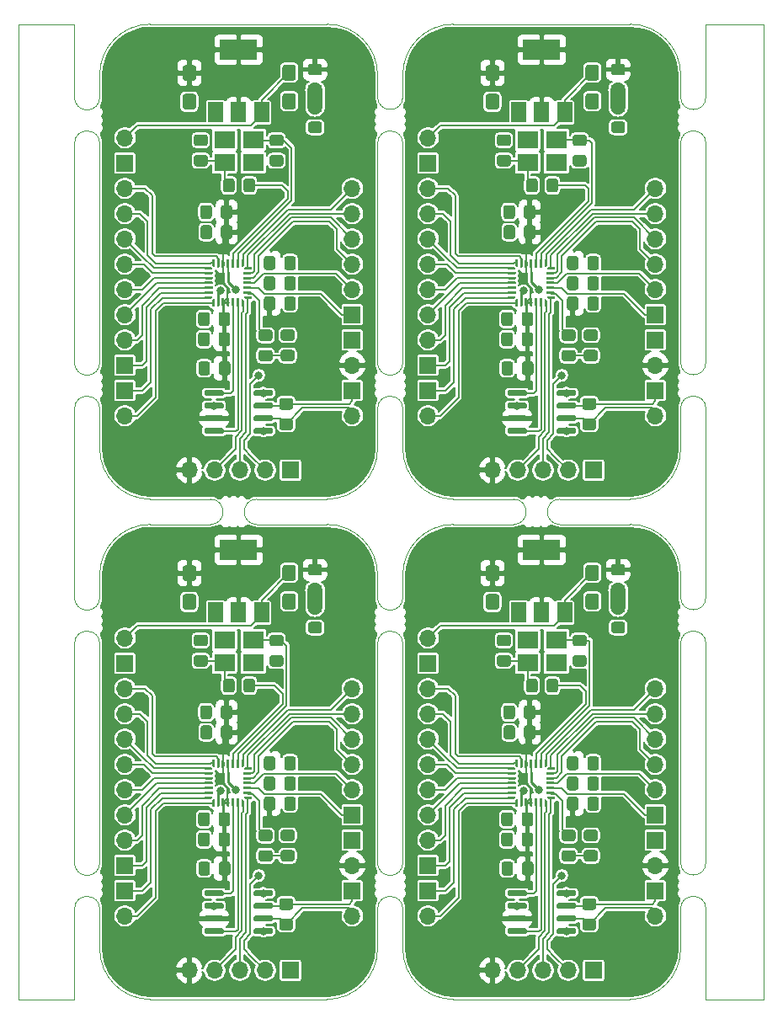
<source format=gbr>
G04 #@! TF.GenerationSoftware,KiCad,Pcbnew,(5.1.6)-1*
G04 #@! TF.CreationDate,2020-10-30T01:23:07+08:00*
G04 #@! TF.ProjectId,panelized2,70616e65-6c69-47a6-9564-322e6b696361,rev?*
G04 #@! TF.SameCoordinates,Original*
G04 #@! TF.FileFunction,Copper,L1,Top*
G04 #@! TF.FilePolarity,Positive*
%FSLAX46Y46*%
G04 Gerber Fmt 4.6, Leading zero omitted, Abs format (unit mm)*
G04 Created by KiCad (PCBNEW (5.1.6)-1) date 2020-10-30 01:23:07*
%MOMM*%
%LPD*%
G01*
G04 APERTURE LIST*
G04 #@! TA.AperFunction,Profile*
%ADD10C,0.050000*%
G04 #@! TD*
G04 #@! TA.AperFunction,ComponentPad*
%ADD11R,1.700000X1.700000*%
G04 #@! TD*
G04 #@! TA.AperFunction,ComponentPad*
%ADD12O,1.700000X1.700000*%
G04 #@! TD*
G04 #@! TA.AperFunction,SMDPad,CuDef*
%ADD13R,3.800000X2.000000*%
G04 #@! TD*
G04 #@! TA.AperFunction,SMDPad,CuDef*
%ADD14R,1.500000X2.000000*%
G04 #@! TD*
G04 #@! TA.AperFunction,SMDPad,CuDef*
%ADD15C,0.100000*%
G04 #@! TD*
G04 #@! TA.AperFunction,SMDPad,CuDef*
%ADD16R,2.100000X1.800000*%
G04 #@! TD*
G04 #@! TA.AperFunction,ViaPad*
%ADD17C,0.800000*%
G04 #@! TD*
G04 #@! TA.AperFunction,Conductor*
%ADD18C,0.250000*%
G04 #@! TD*
G04 #@! TA.AperFunction,Conductor*
%ADD19C,0.254000*%
G04 #@! TD*
G04 #@! TA.AperFunction,Conductor*
%ADD20C,0.203200*%
G04 #@! TD*
G04 #@! TA.AperFunction,Conductor*
%ADD21C,1.524000*%
G04 #@! TD*
G04 APERTURE END LIST*
D10*
X156209998Y-82803999D02*
G75*
G02*
X153670002Y-82804000I-1269998J-1D01*
G01*
X153670063Y-60756801D02*
G75*
G02*
X156210000Y-60769500I1269937J-12699D01*
G01*
X153670063Y-111048801D02*
G75*
G02*
X156210000Y-111061500I1269937J-12699D01*
G01*
X156209998Y-133095999D02*
G75*
G02*
X153670002Y-133096000I-1269998J-1D01*
G01*
X179070000Y-146812000D02*
X161290000Y-146812000D01*
X125729998Y-82803999D02*
G75*
G02*
X123190002Y-82804000I-1269998J-1D01*
G01*
X123190063Y-60756801D02*
G75*
G02*
X125730000Y-60769500I1269937J-12699D01*
G01*
X153670063Y-87426801D02*
G75*
G02*
X156210000Y-87439500I1269937J-12699D01*
G01*
X141541500Y-99060000D02*
X148590000Y-99060000D01*
X130810000Y-99060000D02*
X136855200Y-99060000D01*
X172021500Y-99060000D02*
X179070000Y-99060000D01*
X161290000Y-99060000D02*
X167335200Y-99060000D01*
X156209998Y-106425999D02*
G75*
G02*
X153670002Y-106426000I-1269998J-1D01*
G01*
X125729998Y-106425999D02*
G75*
G02*
X123190002Y-106426000I-1269998J-1D01*
G01*
X123190063Y-87426801D02*
G75*
G02*
X125730000Y-87439500I1269937J-12699D01*
G01*
X125729998Y-133095999D02*
G75*
G02*
X123190002Y-133096000I-1269998J-1D01*
G01*
X123190063Y-111048801D02*
G75*
G02*
X125730000Y-111061500I1269937J-12699D01*
G01*
X123190063Y-137718801D02*
G75*
G02*
X125730000Y-137731500I1269937J-12699D01*
G01*
X156210000Y-137731500D02*
X156210000Y-141732000D01*
X153670063Y-137718801D02*
G75*
G02*
X156210000Y-137731500I1269937J-12699D01*
G01*
X156209997Y-56134001D02*
G75*
G02*
X153670002Y-56133998I-1269997J63501D01*
G01*
X125729998Y-56133999D02*
G75*
G02*
X123190002Y-56134000I-1269998J-1D01*
G01*
X125730000Y-53848000D02*
X125730000Y-56134000D01*
X117602000Y-146812000D02*
X123190000Y-146812000D01*
X123190000Y-111048800D02*
X123190001Y-133095999D01*
X123190000Y-87426800D02*
X123190001Y-106425999D01*
X123190000Y-60756800D02*
X123190001Y-82803999D01*
X123190000Y-48768000D02*
X123190001Y-56133999D01*
X117602000Y-48768000D02*
X123190000Y-48768000D01*
X117602000Y-146812000D02*
X117602000Y-48768000D01*
X123190000Y-137718800D02*
X123190000Y-146812000D01*
X186691015Y-82753201D02*
X186690000Y-60756800D01*
X186690000Y-87426800D02*
X186691015Y-106375201D01*
X186691015Y-133045201D02*
X186690000Y-111048800D01*
X186690000Y-146812000D02*
X192532000Y-146812000D01*
X192532000Y-48768000D02*
X192532000Y-146812000D01*
X186690000Y-137718800D02*
X186690000Y-146812000D01*
X186690000Y-48768000D02*
X192532000Y-48768000D01*
X186691015Y-56083201D02*
X186690000Y-48768000D01*
X136855200Y-146812000D02*
X141541500Y-146812000D01*
X184150000Y-111048800D02*
G75*
G02*
X186690000Y-111048800I1270000J0D01*
G01*
X184150000Y-60756800D02*
G75*
G02*
X186690000Y-60756800I1270000J0D01*
G01*
X186691015Y-133045201D02*
G75*
G02*
X184150001Y-133095999I-1271015J1D01*
G01*
X184150000Y-87426800D02*
G75*
G02*
X186690000Y-87426800I1270000J0D01*
G01*
X184150000Y-137718800D02*
G75*
G02*
X186690000Y-137718800I1270000J0D01*
G01*
X186691015Y-106375201D02*
G75*
G02*
X184150001Y-106425999I-1271015J1D01*
G01*
X186691015Y-56083201D02*
G75*
G02*
X184150001Y-56133999I-1271015J1D01*
G01*
X186691015Y-82753201D02*
G75*
G02*
X184150001Y-82803999I-1271015J1D01*
G01*
X184150000Y-104140000D02*
X184150001Y-106425999D01*
X153670000Y-104140000D02*
X153670001Y-106425999D01*
X184150000Y-53848000D02*
X184150001Y-56133999D01*
X136855200Y-146812000D02*
X130810000Y-146812000D01*
X167335200Y-96520000D02*
X161290000Y-96520000D01*
X156210000Y-104140000D02*
X156210000Y-106426000D01*
X125730000Y-104140000D02*
X125730000Y-106426000D01*
X156210000Y-53848000D02*
X156210000Y-56134000D01*
X167335200Y-96520000D02*
G75*
G02*
X167335200Y-99060000I0J-1270000D01*
G01*
X156210000Y-111061500D02*
X156210000Y-133096000D01*
X125730000Y-111061500D02*
X125730000Y-133096000D01*
X156210000Y-60769500D02*
X156210000Y-82804000D01*
X172021500Y-99060000D02*
G75*
G02*
X172021500Y-96520000I0J1270000D01*
G01*
X184150000Y-141732000D02*
X184150000Y-137718800D01*
X153670000Y-141732000D02*
X153670000Y-137718800D01*
X184150000Y-91440000D02*
X184150000Y-87426800D01*
X148590000Y-146812000D02*
X141541500Y-146812000D01*
X179070000Y-96520000D02*
X172021500Y-96520000D01*
X184150001Y-133095999D02*
X184150000Y-111048800D01*
X153670001Y-133095999D02*
X153670000Y-111048800D01*
X184150001Y-82803999D02*
X184150000Y-60756800D01*
X125730000Y-141732000D02*
X125730000Y-137731500D01*
X156210000Y-91440000D02*
X156210000Y-87439500D01*
X161290000Y-48768000D02*
X179070000Y-48768000D01*
X161290000Y-146812000D02*
G75*
G02*
X156210000Y-141732000I0J5080000D01*
G01*
X130810000Y-146812000D02*
G75*
G02*
X125730000Y-141732000I0J5080000D01*
G01*
X161290000Y-96520000D02*
G75*
G02*
X156210000Y-91440000I0J5080000D01*
G01*
X184150000Y-141732000D02*
G75*
G02*
X179070000Y-146812000I-5080000J0D01*
G01*
X153670000Y-141732000D02*
G75*
G02*
X148590000Y-146812000I-5080000J0D01*
G01*
X184150000Y-91440000D02*
G75*
G02*
X179070000Y-96520000I-5080000J0D01*
G01*
X179070000Y-99060000D02*
G75*
G02*
X184150000Y-104140000I0J-5080000D01*
G01*
X148590000Y-99060000D02*
G75*
G02*
X153670000Y-104140000I0J-5080000D01*
G01*
X179070000Y-48768000D02*
G75*
G02*
X184150000Y-53848000I0J-5080000D01*
G01*
X156210000Y-104140000D02*
G75*
G02*
X161290000Y-99060000I5080000J0D01*
G01*
X125730000Y-104140000D02*
G75*
G02*
X130810000Y-99060000I5080000J0D01*
G01*
X156210000Y-53848000D02*
G75*
G02*
X161290000Y-48768000I5080000J0D01*
G01*
X125730000Y-91440000D02*
X125730000Y-87439500D01*
X125730000Y-60769500D02*
X125730000Y-82804000D01*
X136855200Y-96520000D02*
X130810000Y-96520000D01*
X148590000Y-96520000D02*
X141541500Y-96520000D01*
X136855200Y-96520000D02*
G75*
G02*
X136855200Y-99060000I0J-1270000D01*
G01*
X141541500Y-99060000D02*
G75*
G02*
X141541500Y-96520000I0J1270000D01*
G01*
X153670000Y-91440000D02*
X153670000Y-87426800D01*
X153670000Y-53848000D02*
X153670001Y-56133999D01*
X153670001Y-82803999D02*
X153670000Y-60756800D01*
X130810000Y-48768000D02*
X148590000Y-48768000D01*
X153670000Y-91440000D02*
G75*
G02*
X148590000Y-96520000I-5080000J0D01*
G01*
X130810000Y-96520000D02*
G75*
G02*
X125730000Y-91440000I0J5080000D01*
G01*
X148590000Y-48768000D02*
G75*
G02*
X153670000Y-53848000I0J-5080000D01*
G01*
X125730000Y-53848000D02*
G75*
G02*
X130810000Y-48768000I5080000J0D01*
G01*
D11*
X175387000Y-143891000D03*
D12*
X172847000Y-143891000D03*
X170307000Y-143891000D03*
X167767000Y-143891000D03*
X165227000Y-143891000D03*
D11*
X144907000Y-143891000D03*
D12*
X142367000Y-143891000D03*
X139827000Y-143891000D03*
X137287000Y-143891000D03*
X134747000Y-143891000D03*
D11*
X175387000Y-93599000D03*
D12*
X172847000Y-93599000D03*
X170307000Y-93599000D03*
X167767000Y-93599000D03*
X165227000Y-93599000D03*
D11*
X181610000Y-130810000D03*
D12*
X181610000Y-133350000D03*
D11*
X151130000Y-130810000D03*
D12*
X151130000Y-133350000D03*
D11*
X181610000Y-80518000D03*
D12*
X181610000Y-83058000D03*
D11*
X158750000Y-113030000D03*
D12*
X158750000Y-110490000D03*
D11*
X128270000Y-113030000D03*
D12*
X128270000Y-110490000D03*
D11*
X158750000Y-62738000D03*
D12*
X158750000Y-60198000D03*
G04 #@! TA.AperFunction,SMDPad,CuDef*
G36*
G01*
X175405201Y-139868600D02*
X174505199Y-139868600D01*
G75*
G02*
X174255200Y-139618601I0J249999D01*
G01*
X174255200Y-138968599D01*
G75*
G02*
X174505199Y-138718600I249999J0D01*
G01*
X175405201Y-138718600D01*
G75*
G02*
X175655200Y-138968599I0J-249999D01*
G01*
X175655200Y-139618601D01*
G75*
G02*
X175405201Y-139868600I-249999J0D01*
G01*
G37*
G04 #@! TD.AperFunction*
G04 #@! TA.AperFunction,SMDPad,CuDef*
G36*
G01*
X175405201Y-137818600D02*
X174505199Y-137818600D01*
G75*
G02*
X174255200Y-137568601I0J249999D01*
G01*
X174255200Y-136918599D01*
G75*
G02*
X174505199Y-136668600I249999J0D01*
G01*
X175405201Y-136668600D01*
G75*
G02*
X175655200Y-136918599I0J-249999D01*
G01*
X175655200Y-137568601D01*
G75*
G02*
X175405201Y-137818600I-249999J0D01*
G01*
G37*
G04 #@! TD.AperFunction*
G04 #@! TA.AperFunction,SMDPad,CuDef*
G36*
G01*
X144925201Y-139868600D02*
X144025199Y-139868600D01*
G75*
G02*
X143775200Y-139618601I0J249999D01*
G01*
X143775200Y-138968599D01*
G75*
G02*
X144025199Y-138718600I249999J0D01*
G01*
X144925201Y-138718600D01*
G75*
G02*
X145175200Y-138968599I0J-249999D01*
G01*
X145175200Y-139618601D01*
G75*
G02*
X144925201Y-139868600I-249999J0D01*
G01*
G37*
G04 #@! TD.AperFunction*
G04 #@! TA.AperFunction,SMDPad,CuDef*
G36*
G01*
X144925201Y-137818600D02*
X144025199Y-137818600D01*
G75*
G02*
X143775200Y-137568601I0J249999D01*
G01*
X143775200Y-136918599D01*
G75*
G02*
X144025199Y-136668600I249999J0D01*
G01*
X144925201Y-136668600D01*
G75*
G02*
X145175200Y-136918599I0J-249999D01*
G01*
X145175200Y-137568601D01*
G75*
G02*
X144925201Y-137818600I-249999J0D01*
G01*
G37*
G04 #@! TD.AperFunction*
G04 #@! TA.AperFunction,SMDPad,CuDef*
G36*
G01*
X175405201Y-89576600D02*
X174505199Y-89576600D01*
G75*
G02*
X174255200Y-89326601I0J249999D01*
G01*
X174255200Y-88676599D01*
G75*
G02*
X174505199Y-88426600I249999J0D01*
G01*
X175405201Y-88426600D01*
G75*
G02*
X175655200Y-88676599I0J-249999D01*
G01*
X175655200Y-89326601D01*
G75*
G02*
X175405201Y-89576600I-249999J0D01*
G01*
G37*
G04 #@! TD.AperFunction*
G04 #@! TA.AperFunction,SMDPad,CuDef*
G36*
G01*
X175405201Y-87526600D02*
X174505199Y-87526600D01*
G75*
G02*
X174255200Y-87276601I0J249999D01*
G01*
X174255200Y-86626599D01*
G75*
G02*
X174505199Y-86376600I249999J0D01*
G01*
X175405201Y-86376600D01*
G75*
G02*
X175655200Y-86626599I0J-249999D01*
G01*
X175655200Y-87276601D01*
G75*
G02*
X175405201Y-87526600I-249999J0D01*
G01*
G37*
G04 #@! TD.AperFunction*
G04 #@! TA.AperFunction,SMDPad,CuDef*
G36*
G01*
X169341600Y-133204799D02*
X169341600Y-134104801D01*
G75*
G02*
X169091601Y-134354800I-249999J0D01*
G01*
X168441599Y-134354800D01*
G75*
G02*
X168191600Y-134104801I0J249999D01*
G01*
X168191600Y-133204799D01*
G75*
G02*
X168441599Y-132954800I249999J0D01*
G01*
X169091601Y-132954800D01*
G75*
G02*
X169341600Y-133204799I0J-249999D01*
G01*
G37*
G04 #@! TD.AperFunction*
G04 #@! TA.AperFunction,SMDPad,CuDef*
G36*
G01*
X167291600Y-133204799D02*
X167291600Y-134104801D01*
G75*
G02*
X167041601Y-134354800I-249999J0D01*
G01*
X166391599Y-134354800D01*
G75*
G02*
X166141600Y-134104801I0J249999D01*
G01*
X166141600Y-133204799D01*
G75*
G02*
X166391599Y-132954800I249999J0D01*
G01*
X167041601Y-132954800D01*
G75*
G02*
X167291600Y-133204799I0J-249999D01*
G01*
G37*
G04 #@! TD.AperFunction*
G04 #@! TA.AperFunction,SMDPad,CuDef*
G36*
G01*
X138861600Y-133204799D02*
X138861600Y-134104801D01*
G75*
G02*
X138611601Y-134354800I-249999J0D01*
G01*
X137961599Y-134354800D01*
G75*
G02*
X137711600Y-134104801I0J249999D01*
G01*
X137711600Y-133204799D01*
G75*
G02*
X137961599Y-132954800I249999J0D01*
G01*
X138611601Y-132954800D01*
G75*
G02*
X138861600Y-133204799I0J-249999D01*
G01*
G37*
G04 #@! TD.AperFunction*
G04 #@! TA.AperFunction,SMDPad,CuDef*
G36*
G01*
X136811600Y-133204799D02*
X136811600Y-134104801D01*
G75*
G02*
X136561601Y-134354800I-249999J0D01*
G01*
X135911599Y-134354800D01*
G75*
G02*
X135661600Y-134104801I0J249999D01*
G01*
X135661600Y-133204799D01*
G75*
G02*
X135911599Y-132954800I249999J0D01*
G01*
X136561601Y-132954800D01*
G75*
G02*
X136811600Y-133204799I0J-249999D01*
G01*
G37*
G04 #@! TD.AperFunction*
G04 #@! TA.AperFunction,SMDPad,CuDef*
G36*
G01*
X169341600Y-82912799D02*
X169341600Y-83812801D01*
G75*
G02*
X169091601Y-84062800I-249999J0D01*
G01*
X168441599Y-84062800D01*
G75*
G02*
X168191600Y-83812801I0J249999D01*
G01*
X168191600Y-82912799D01*
G75*
G02*
X168441599Y-82662800I249999J0D01*
G01*
X169091601Y-82662800D01*
G75*
G02*
X169341600Y-82912799I0J-249999D01*
G01*
G37*
G04 #@! TD.AperFunction*
G04 #@! TA.AperFunction,SMDPad,CuDef*
G36*
G01*
X167291600Y-82912799D02*
X167291600Y-83812801D01*
G75*
G02*
X167041601Y-84062800I-249999J0D01*
G01*
X166391599Y-84062800D01*
G75*
G02*
X166141600Y-83812801I0J249999D01*
G01*
X166141600Y-82912799D01*
G75*
G02*
X166391599Y-82662800I249999J0D01*
G01*
X167041601Y-82662800D01*
G75*
G02*
X167291600Y-82912799I0J-249999D01*
G01*
G37*
G04 #@! TD.AperFunction*
D11*
X158750000Y-133350000D03*
D12*
X158750000Y-130810000D03*
X158750000Y-128270000D03*
X158750000Y-125730000D03*
X158750000Y-123190000D03*
X158750000Y-120650000D03*
X158750000Y-118110000D03*
X158750000Y-115570000D03*
D11*
X128270000Y-133350000D03*
D12*
X128270000Y-130810000D03*
X128270000Y-128270000D03*
X128270000Y-125730000D03*
X128270000Y-123190000D03*
X128270000Y-120650000D03*
X128270000Y-118110000D03*
X128270000Y-115570000D03*
D11*
X158750000Y-83058000D03*
D12*
X158750000Y-80518000D03*
X158750000Y-77978000D03*
X158750000Y-75438000D03*
X158750000Y-72898000D03*
X158750000Y-70358000D03*
X158750000Y-67818000D03*
X158750000Y-65278000D03*
D11*
X181610000Y-128270000D03*
D12*
X181610000Y-125730000D03*
X181610000Y-123190000D03*
X181610000Y-120650000D03*
X181610000Y-118110000D03*
X181610000Y-115570000D03*
D11*
X151130000Y-128270000D03*
D12*
X151130000Y-125730000D03*
X151130000Y-123190000D03*
X151130000Y-120650000D03*
X151130000Y-118110000D03*
X151130000Y-115570000D03*
D11*
X181610000Y-77978000D03*
D12*
X181610000Y-75438000D03*
X181610000Y-72898000D03*
X181610000Y-70358000D03*
X181610000Y-67818000D03*
X181610000Y-65278000D03*
G04 #@! TA.AperFunction,SMDPad,CuDef*
G36*
G01*
X172723806Y-123523541D02*
X172723806Y-122623539D01*
G75*
G02*
X172973805Y-122373540I249999J0D01*
G01*
X173623807Y-122373540D01*
G75*
G02*
X173873806Y-122623539I0J-249999D01*
G01*
X173873806Y-123523541D01*
G75*
G02*
X173623807Y-123773540I-249999J0D01*
G01*
X172973805Y-123773540D01*
G75*
G02*
X172723806Y-123523541I0J249999D01*
G01*
G37*
G04 #@! TD.AperFunction*
G04 #@! TA.AperFunction,SMDPad,CuDef*
G36*
G01*
X174773806Y-123523541D02*
X174773806Y-122623539D01*
G75*
G02*
X175023805Y-122373540I249999J0D01*
G01*
X175673807Y-122373540D01*
G75*
G02*
X175923806Y-122623539I0J-249999D01*
G01*
X175923806Y-123523541D01*
G75*
G02*
X175673807Y-123773540I-249999J0D01*
G01*
X175023805Y-123773540D01*
G75*
G02*
X174773806Y-123523541I0J249999D01*
G01*
G37*
G04 #@! TD.AperFunction*
G04 #@! TA.AperFunction,SMDPad,CuDef*
G36*
G01*
X142243806Y-123523541D02*
X142243806Y-122623539D01*
G75*
G02*
X142493805Y-122373540I249999J0D01*
G01*
X143143807Y-122373540D01*
G75*
G02*
X143393806Y-122623539I0J-249999D01*
G01*
X143393806Y-123523541D01*
G75*
G02*
X143143807Y-123773540I-249999J0D01*
G01*
X142493805Y-123773540D01*
G75*
G02*
X142243806Y-123523541I0J249999D01*
G01*
G37*
G04 #@! TD.AperFunction*
G04 #@! TA.AperFunction,SMDPad,CuDef*
G36*
G01*
X144293806Y-123523541D02*
X144293806Y-122623539D01*
G75*
G02*
X144543805Y-122373540I249999J0D01*
G01*
X145193807Y-122373540D01*
G75*
G02*
X145443806Y-122623539I0J-249999D01*
G01*
X145443806Y-123523541D01*
G75*
G02*
X145193807Y-123773540I-249999J0D01*
G01*
X144543805Y-123773540D01*
G75*
G02*
X144293806Y-123523541I0J249999D01*
G01*
G37*
G04 #@! TD.AperFunction*
G04 #@! TA.AperFunction,SMDPad,CuDef*
G36*
G01*
X172723806Y-73231541D02*
X172723806Y-72331539D01*
G75*
G02*
X172973805Y-72081540I249999J0D01*
G01*
X173623807Y-72081540D01*
G75*
G02*
X173873806Y-72331539I0J-249999D01*
G01*
X173873806Y-73231541D01*
G75*
G02*
X173623807Y-73481540I-249999J0D01*
G01*
X172973805Y-73481540D01*
G75*
G02*
X172723806Y-73231541I0J249999D01*
G01*
G37*
G04 #@! TD.AperFunction*
G04 #@! TA.AperFunction,SMDPad,CuDef*
G36*
G01*
X174773806Y-73231541D02*
X174773806Y-72331539D01*
G75*
G02*
X175023805Y-72081540I249999J0D01*
G01*
X175673807Y-72081540D01*
G75*
G02*
X175923806Y-72331539I0J-249999D01*
G01*
X175923806Y-73231541D01*
G75*
G02*
X175673807Y-73481540I-249999J0D01*
G01*
X175023805Y-73481540D01*
G75*
G02*
X174773806Y-73231541I0J249999D01*
G01*
G37*
G04 #@! TD.AperFunction*
D11*
X158750000Y-135890000D03*
D12*
X158750000Y-138430000D03*
D11*
X128270000Y-135890000D03*
D12*
X128270000Y-138430000D03*
D11*
X158750000Y-85598000D03*
D12*
X158750000Y-88138000D03*
D11*
X181610000Y-135890000D03*
D12*
X181610000Y-138430000D03*
D11*
X151130000Y-135890000D03*
D12*
X151130000Y-138430000D03*
D11*
X181610000Y-85598000D03*
D12*
X181610000Y-88138000D03*
G04 #@! TA.AperFunction,SMDPad,CuDef*
G36*
G01*
X171680000Y-136294000D02*
X171680000Y-135994000D01*
G75*
G02*
X171830000Y-135844000I150000J0D01*
G01*
X173480000Y-135844000D01*
G75*
G02*
X173630000Y-135994000I0J-150000D01*
G01*
X173630000Y-136294000D01*
G75*
G02*
X173480000Y-136444000I-150000J0D01*
G01*
X171830000Y-136444000D01*
G75*
G02*
X171680000Y-136294000I0J150000D01*
G01*
G37*
G04 #@! TD.AperFunction*
G04 #@! TA.AperFunction,SMDPad,CuDef*
G36*
G01*
X171680000Y-137564000D02*
X171680000Y-137264000D01*
G75*
G02*
X171830000Y-137114000I150000J0D01*
G01*
X173480000Y-137114000D01*
G75*
G02*
X173630000Y-137264000I0J-150000D01*
G01*
X173630000Y-137564000D01*
G75*
G02*
X173480000Y-137714000I-150000J0D01*
G01*
X171830000Y-137714000D01*
G75*
G02*
X171680000Y-137564000I0J150000D01*
G01*
G37*
G04 #@! TD.AperFunction*
G04 #@! TA.AperFunction,SMDPad,CuDef*
G36*
G01*
X171680000Y-138834000D02*
X171680000Y-138534000D01*
G75*
G02*
X171830000Y-138384000I150000J0D01*
G01*
X173480000Y-138384000D01*
G75*
G02*
X173630000Y-138534000I0J-150000D01*
G01*
X173630000Y-138834000D01*
G75*
G02*
X173480000Y-138984000I-150000J0D01*
G01*
X171830000Y-138984000D01*
G75*
G02*
X171680000Y-138834000I0J150000D01*
G01*
G37*
G04 #@! TD.AperFunction*
G04 #@! TA.AperFunction,SMDPad,CuDef*
G36*
G01*
X171680000Y-140104000D02*
X171680000Y-139804000D01*
G75*
G02*
X171830000Y-139654000I150000J0D01*
G01*
X173480000Y-139654000D01*
G75*
G02*
X173630000Y-139804000I0J-150000D01*
G01*
X173630000Y-140104000D01*
G75*
G02*
X173480000Y-140254000I-150000J0D01*
G01*
X171830000Y-140254000D01*
G75*
G02*
X171680000Y-140104000I0J150000D01*
G01*
G37*
G04 #@! TD.AperFunction*
G04 #@! TA.AperFunction,SMDPad,CuDef*
G36*
G01*
X166730000Y-140104000D02*
X166730000Y-139804000D01*
G75*
G02*
X166880000Y-139654000I150000J0D01*
G01*
X168530000Y-139654000D01*
G75*
G02*
X168680000Y-139804000I0J-150000D01*
G01*
X168680000Y-140104000D01*
G75*
G02*
X168530000Y-140254000I-150000J0D01*
G01*
X166880000Y-140254000D01*
G75*
G02*
X166730000Y-140104000I0J150000D01*
G01*
G37*
G04 #@! TD.AperFunction*
G04 #@! TA.AperFunction,SMDPad,CuDef*
G36*
G01*
X166730000Y-138834000D02*
X166730000Y-138534000D01*
G75*
G02*
X166880000Y-138384000I150000J0D01*
G01*
X168530000Y-138384000D01*
G75*
G02*
X168680000Y-138534000I0J-150000D01*
G01*
X168680000Y-138834000D01*
G75*
G02*
X168530000Y-138984000I-150000J0D01*
G01*
X166880000Y-138984000D01*
G75*
G02*
X166730000Y-138834000I0J150000D01*
G01*
G37*
G04 #@! TD.AperFunction*
G04 #@! TA.AperFunction,SMDPad,CuDef*
G36*
G01*
X166730000Y-137564000D02*
X166730000Y-137264000D01*
G75*
G02*
X166880000Y-137114000I150000J0D01*
G01*
X168530000Y-137114000D01*
G75*
G02*
X168680000Y-137264000I0J-150000D01*
G01*
X168680000Y-137564000D01*
G75*
G02*
X168530000Y-137714000I-150000J0D01*
G01*
X166880000Y-137714000D01*
G75*
G02*
X166730000Y-137564000I0J150000D01*
G01*
G37*
G04 #@! TD.AperFunction*
G04 #@! TA.AperFunction,SMDPad,CuDef*
G36*
G01*
X166730000Y-136294000D02*
X166730000Y-135994000D01*
G75*
G02*
X166880000Y-135844000I150000J0D01*
G01*
X168530000Y-135844000D01*
G75*
G02*
X168680000Y-135994000I0J-150000D01*
G01*
X168680000Y-136294000D01*
G75*
G02*
X168530000Y-136444000I-150000J0D01*
G01*
X166880000Y-136444000D01*
G75*
G02*
X166730000Y-136294000I0J150000D01*
G01*
G37*
G04 #@! TD.AperFunction*
G04 #@! TA.AperFunction,SMDPad,CuDef*
G36*
G01*
X141200000Y-136294000D02*
X141200000Y-135994000D01*
G75*
G02*
X141350000Y-135844000I150000J0D01*
G01*
X143000000Y-135844000D01*
G75*
G02*
X143150000Y-135994000I0J-150000D01*
G01*
X143150000Y-136294000D01*
G75*
G02*
X143000000Y-136444000I-150000J0D01*
G01*
X141350000Y-136444000D01*
G75*
G02*
X141200000Y-136294000I0J150000D01*
G01*
G37*
G04 #@! TD.AperFunction*
G04 #@! TA.AperFunction,SMDPad,CuDef*
G36*
G01*
X141200000Y-137564000D02*
X141200000Y-137264000D01*
G75*
G02*
X141350000Y-137114000I150000J0D01*
G01*
X143000000Y-137114000D01*
G75*
G02*
X143150000Y-137264000I0J-150000D01*
G01*
X143150000Y-137564000D01*
G75*
G02*
X143000000Y-137714000I-150000J0D01*
G01*
X141350000Y-137714000D01*
G75*
G02*
X141200000Y-137564000I0J150000D01*
G01*
G37*
G04 #@! TD.AperFunction*
G04 #@! TA.AperFunction,SMDPad,CuDef*
G36*
G01*
X141200000Y-138834000D02*
X141200000Y-138534000D01*
G75*
G02*
X141350000Y-138384000I150000J0D01*
G01*
X143000000Y-138384000D01*
G75*
G02*
X143150000Y-138534000I0J-150000D01*
G01*
X143150000Y-138834000D01*
G75*
G02*
X143000000Y-138984000I-150000J0D01*
G01*
X141350000Y-138984000D01*
G75*
G02*
X141200000Y-138834000I0J150000D01*
G01*
G37*
G04 #@! TD.AperFunction*
G04 #@! TA.AperFunction,SMDPad,CuDef*
G36*
G01*
X141200000Y-140104000D02*
X141200000Y-139804000D01*
G75*
G02*
X141350000Y-139654000I150000J0D01*
G01*
X143000000Y-139654000D01*
G75*
G02*
X143150000Y-139804000I0J-150000D01*
G01*
X143150000Y-140104000D01*
G75*
G02*
X143000000Y-140254000I-150000J0D01*
G01*
X141350000Y-140254000D01*
G75*
G02*
X141200000Y-140104000I0J150000D01*
G01*
G37*
G04 #@! TD.AperFunction*
G04 #@! TA.AperFunction,SMDPad,CuDef*
G36*
G01*
X136250000Y-140104000D02*
X136250000Y-139804000D01*
G75*
G02*
X136400000Y-139654000I150000J0D01*
G01*
X138050000Y-139654000D01*
G75*
G02*
X138200000Y-139804000I0J-150000D01*
G01*
X138200000Y-140104000D01*
G75*
G02*
X138050000Y-140254000I-150000J0D01*
G01*
X136400000Y-140254000D01*
G75*
G02*
X136250000Y-140104000I0J150000D01*
G01*
G37*
G04 #@! TD.AperFunction*
G04 #@! TA.AperFunction,SMDPad,CuDef*
G36*
G01*
X136250000Y-138834000D02*
X136250000Y-138534000D01*
G75*
G02*
X136400000Y-138384000I150000J0D01*
G01*
X138050000Y-138384000D01*
G75*
G02*
X138200000Y-138534000I0J-150000D01*
G01*
X138200000Y-138834000D01*
G75*
G02*
X138050000Y-138984000I-150000J0D01*
G01*
X136400000Y-138984000D01*
G75*
G02*
X136250000Y-138834000I0J150000D01*
G01*
G37*
G04 #@! TD.AperFunction*
G04 #@! TA.AperFunction,SMDPad,CuDef*
G36*
G01*
X136250000Y-137564000D02*
X136250000Y-137264000D01*
G75*
G02*
X136400000Y-137114000I150000J0D01*
G01*
X138050000Y-137114000D01*
G75*
G02*
X138200000Y-137264000I0J-150000D01*
G01*
X138200000Y-137564000D01*
G75*
G02*
X138050000Y-137714000I-150000J0D01*
G01*
X136400000Y-137714000D01*
G75*
G02*
X136250000Y-137564000I0J150000D01*
G01*
G37*
G04 #@! TD.AperFunction*
G04 #@! TA.AperFunction,SMDPad,CuDef*
G36*
G01*
X136250000Y-136294000D02*
X136250000Y-135994000D01*
G75*
G02*
X136400000Y-135844000I150000J0D01*
G01*
X138050000Y-135844000D01*
G75*
G02*
X138200000Y-135994000I0J-150000D01*
G01*
X138200000Y-136294000D01*
G75*
G02*
X138050000Y-136444000I-150000J0D01*
G01*
X136400000Y-136444000D01*
G75*
G02*
X136250000Y-136294000I0J150000D01*
G01*
G37*
G04 #@! TD.AperFunction*
G04 #@! TA.AperFunction,SMDPad,CuDef*
G36*
G01*
X171680000Y-86002000D02*
X171680000Y-85702000D01*
G75*
G02*
X171830000Y-85552000I150000J0D01*
G01*
X173480000Y-85552000D01*
G75*
G02*
X173630000Y-85702000I0J-150000D01*
G01*
X173630000Y-86002000D01*
G75*
G02*
X173480000Y-86152000I-150000J0D01*
G01*
X171830000Y-86152000D01*
G75*
G02*
X171680000Y-86002000I0J150000D01*
G01*
G37*
G04 #@! TD.AperFunction*
G04 #@! TA.AperFunction,SMDPad,CuDef*
G36*
G01*
X171680000Y-87272000D02*
X171680000Y-86972000D01*
G75*
G02*
X171830000Y-86822000I150000J0D01*
G01*
X173480000Y-86822000D01*
G75*
G02*
X173630000Y-86972000I0J-150000D01*
G01*
X173630000Y-87272000D01*
G75*
G02*
X173480000Y-87422000I-150000J0D01*
G01*
X171830000Y-87422000D01*
G75*
G02*
X171680000Y-87272000I0J150000D01*
G01*
G37*
G04 #@! TD.AperFunction*
G04 #@! TA.AperFunction,SMDPad,CuDef*
G36*
G01*
X171680000Y-88542000D02*
X171680000Y-88242000D01*
G75*
G02*
X171830000Y-88092000I150000J0D01*
G01*
X173480000Y-88092000D01*
G75*
G02*
X173630000Y-88242000I0J-150000D01*
G01*
X173630000Y-88542000D01*
G75*
G02*
X173480000Y-88692000I-150000J0D01*
G01*
X171830000Y-88692000D01*
G75*
G02*
X171680000Y-88542000I0J150000D01*
G01*
G37*
G04 #@! TD.AperFunction*
G04 #@! TA.AperFunction,SMDPad,CuDef*
G36*
G01*
X171680000Y-89812000D02*
X171680000Y-89512000D01*
G75*
G02*
X171830000Y-89362000I150000J0D01*
G01*
X173480000Y-89362000D01*
G75*
G02*
X173630000Y-89512000I0J-150000D01*
G01*
X173630000Y-89812000D01*
G75*
G02*
X173480000Y-89962000I-150000J0D01*
G01*
X171830000Y-89962000D01*
G75*
G02*
X171680000Y-89812000I0J150000D01*
G01*
G37*
G04 #@! TD.AperFunction*
G04 #@! TA.AperFunction,SMDPad,CuDef*
G36*
G01*
X166730000Y-89812000D02*
X166730000Y-89512000D01*
G75*
G02*
X166880000Y-89362000I150000J0D01*
G01*
X168530000Y-89362000D01*
G75*
G02*
X168680000Y-89512000I0J-150000D01*
G01*
X168680000Y-89812000D01*
G75*
G02*
X168530000Y-89962000I-150000J0D01*
G01*
X166880000Y-89962000D01*
G75*
G02*
X166730000Y-89812000I0J150000D01*
G01*
G37*
G04 #@! TD.AperFunction*
G04 #@! TA.AperFunction,SMDPad,CuDef*
G36*
G01*
X166730000Y-88542000D02*
X166730000Y-88242000D01*
G75*
G02*
X166880000Y-88092000I150000J0D01*
G01*
X168530000Y-88092000D01*
G75*
G02*
X168680000Y-88242000I0J-150000D01*
G01*
X168680000Y-88542000D01*
G75*
G02*
X168530000Y-88692000I-150000J0D01*
G01*
X166880000Y-88692000D01*
G75*
G02*
X166730000Y-88542000I0J150000D01*
G01*
G37*
G04 #@! TD.AperFunction*
G04 #@! TA.AperFunction,SMDPad,CuDef*
G36*
G01*
X166730000Y-87272000D02*
X166730000Y-86972000D01*
G75*
G02*
X166880000Y-86822000I150000J0D01*
G01*
X168530000Y-86822000D01*
G75*
G02*
X168680000Y-86972000I0J-150000D01*
G01*
X168680000Y-87272000D01*
G75*
G02*
X168530000Y-87422000I-150000J0D01*
G01*
X166880000Y-87422000D01*
G75*
G02*
X166730000Y-87272000I0J150000D01*
G01*
G37*
G04 #@! TD.AperFunction*
G04 #@! TA.AperFunction,SMDPad,CuDef*
G36*
G01*
X166730000Y-86002000D02*
X166730000Y-85702000D01*
G75*
G02*
X166880000Y-85552000I150000J0D01*
G01*
X168530000Y-85552000D01*
G75*
G02*
X168680000Y-85702000I0J-150000D01*
G01*
X168680000Y-86002000D01*
G75*
G02*
X168530000Y-86152000I-150000J0D01*
G01*
X166880000Y-86152000D01*
G75*
G02*
X166730000Y-86002000I0J150000D01*
G01*
G37*
G04 #@! TD.AperFunction*
G04 #@! TA.AperFunction,SMDPad,CuDef*
G36*
G01*
X173539999Y-110160000D02*
X174440001Y-110160000D01*
G75*
G02*
X174690000Y-110409999I0J-249999D01*
G01*
X174690000Y-111060001D01*
G75*
G02*
X174440001Y-111310000I-249999J0D01*
G01*
X173539999Y-111310000D01*
G75*
G02*
X173290000Y-111060001I0J249999D01*
G01*
X173290000Y-110409999D01*
G75*
G02*
X173539999Y-110160000I249999J0D01*
G01*
G37*
G04 #@! TD.AperFunction*
G04 #@! TA.AperFunction,SMDPad,CuDef*
G36*
G01*
X173539999Y-112210000D02*
X174440001Y-112210000D01*
G75*
G02*
X174690000Y-112459999I0J-249999D01*
G01*
X174690000Y-113110001D01*
G75*
G02*
X174440001Y-113360000I-249999J0D01*
G01*
X173539999Y-113360000D01*
G75*
G02*
X173290000Y-113110001I0J249999D01*
G01*
X173290000Y-112459999D01*
G75*
G02*
X173539999Y-112210000I249999J0D01*
G01*
G37*
G04 #@! TD.AperFunction*
G04 #@! TA.AperFunction,SMDPad,CuDef*
G36*
G01*
X143059999Y-110160000D02*
X143960001Y-110160000D01*
G75*
G02*
X144210000Y-110409999I0J-249999D01*
G01*
X144210000Y-111060001D01*
G75*
G02*
X143960001Y-111310000I-249999J0D01*
G01*
X143059999Y-111310000D01*
G75*
G02*
X142810000Y-111060001I0J249999D01*
G01*
X142810000Y-110409999D01*
G75*
G02*
X143059999Y-110160000I249999J0D01*
G01*
G37*
G04 #@! TD.AperFunction*
G04 #@! TA.AperFunction,SMDPad,CuDef*
G36*
G01*
X143059999Y-112210000D02*
X143960001Y-112210000D01*
G75*
G02*
X144210000Y-112459999I0J-249999D01*
G01*
X144210000Y-113110001D01*
G75*
G02*
X143960001Y-113360000I-249999J0D01*
G01*
X143059999Y-113360000D01*
G75*
G02*
X142810000Y-113110001I0J249999D01*
G01*
X142810000Y-112459999D01*
G75*
G02*
X143059999Y-112210000I249999J0D01*
G01*
G37*
G04 #@! TD.AperFunction*
G04 #@! TA.AperFunction,SMDPad,CuDef*
G36*
G01*
X173539999Y-59868000D02*
X174440001Y-59868000D01*
G75*
G02*
X174690000Y-60117999I0J-249999D01*
G01*
X174690000Y-60768001D01*
G75*
G02*
X174440001Y-61018000I-249999J0D01*
G01*
X173539999Y-61018000D01*
G75*
G02*
X173290000Y-60768001I0J249999D01*
G01*
X173290000Y-60117999D01*
G75*
G02*
X173539999Y-59868000I249999J0D01*
G01*
G37*
G04 #@! TD.AperFunction*
G04 #@! TA.AperFunction,SMDPad,CuDef*
G36*
G01*
X173539999Y-61918000D02*
X174440001Y-61918000D01*
G75*
G02*
X174690000Y-62167999I0J-249999D01*
G01*
X174690000Y-62818001D01*
G75*
G02*
X174440001Y-63068000I-249999J0D01*
G01*
X173539999Y-63068000D01*
G75*
G02*
X173290000Y-62818001I0J249999D01*
G01*
X173290000Y-62167999D01*
G75*
G02*
X173539999Y-61918000I249999J0D01*
G01*
G37*
G04 #@! TD.AperFunction*
G04 #@! TA.AperFunction,SMDPad,CuDef*
G36*
G01*
X166820001Y-113351000D02*
X165919999Y-113351000D01*
G75*
G02*
X165670000Y-113101001I0J249999D01*
G01*
X165670000Y-112450999D01*
G75*
G02*
X165919999Y-112201000I249999J0D01*
G01*
X166820001Y-112201000D01*
G75*
G02*
X167070000Y-112450999I0J-249999D01*
G01*
X167070000Y-113101001D01*
G75*
G02*
X166820001Y-113351000I-249999J0D01*
G01*
G37*
G04 #@! TD.AperFunction*
G04 #@! TA.AperFunction,SMDPad,CuDef*
G36*
G01*
X166820001Y-111301000D02*
X165919999Y-111301000D01*
G75*
G02*
X165670000Y-111051001I0J249999D01*
G01*
X165670000Y-110400999D01*
G75*
G02*
X165919999Y-110151000I249999J0D01*
G01*
X166820001Y-110151000D01*
G75*
G02*
X167070000Y-110400999I0J-249999D01*
G01*
X167070000Y-111051001D01*
G75*
G02*
X166820001Y-111301000I-249999J0D01*
G01*
G37*
G04 #@! TD.AperFunction*
G04 #@! TA.AperFunction,SMDPad,CuDef*
G36*
G01*
X136340001Y-113351000D02*
X135439999Y-113351000D01*
G75*
G02*
X135190000Y-113101001I0J249999D01*
G01*
X135190000Y-112450999D01*
G75*
G02*
X135439999Y-112201000I249999J0D01*
G01*
X136340001Y-112201000D01*
G75*
G02*
X136590000Y-112450999I0J-249999D01*
G01*
X136590000Y-113101001D01*
G75*
G02*
X136340001Y-113351000I-249999J0D01*
G01*
G37*
G04 #@! TD.AperFunction*
G04 #@! TA.AperFunction,SMDPad,CuDef*
G36*
G01*
X136340001Y-111301000D02*
X135439999Y-111301000D01*
G75*
G02*
X135190000Y-111051001I0J249999D01*
G01*
X135190000Y-110400999D01*
G75*
G02*
X135439999Y-110151000I249999J0D01*
G01*
X136340001Y-110151000D01*
G75*
G02*
X136590000Y-110400999I0J-249999D01*
G01*
X136590000Y-111051001D01*
G75*
G02*
X136340001Y-111301000I-249999J0D01*
G01*
G37*
G04 #@! TD.AperFunction*
G04 #@! TA.AperFunction,SMDPad,CuDef*
G36*
G01*
X166820001Y-63059000D02*
X165919999Y-63059000D01*
G75*
G02*
X165670000Y-62809001I0J249999D01*
G01*
X165670000Y-62158999D01*
G75*
G02*
X165919999Y-61909000I249999J0D01*
G01*
X166820001Y-61909000D01*
G75*
G02*
X167070000Y-62158999I0J-249999D01*
G01*
X167070000Y-62809001D01*
G75*
G02*
X166820001Y-63059000I-249999J0D01*
G01*
G37*
G04 #@! TD.AperFunction*
G04 #@! TA.AperFunction,SMDPad,CuDef*
G36*
G01*
X166820001Y-61009000D02*
X165919999Y-61009000D01*
G75*
G02*
X165670000Y-60759001I0J249999D01*
G01*
X165670000Y-60108999D01*
G75*
G02*
X165919999Y-59859000I249999J0D01*
G01*
X166820001Y-59859000D01*
G75*
G02*
X167070000Y-60108999I0J-249999D01*
G01*
X167070000Y-60759001D01*
G75*
G02*
X166820001Y-61009000I-249999J0D01*
G01*
G37*
G04 #@! TD.AperFunction*
G04 #@! TA.AperFunction,SMDPad,CuDef*
G36*
G01*
X174834999Y-103144500D02*
X175685001Y-103144500D01*
G75*
G02*
X175935000Y-103394499I0J-249999D01*
G01*
X175935000Y-104469501D01*
G75*
G02*
X175685001Y-104719500I-249999J0D01*
G01*
X174834999Y-104719500D01*
G75*
G02*
X174585000Y-104469501I0J249999D01*
G01*
X174585000Y-103394499D01*
G75*
G02*
X174834999Y-103144500I249999J0D01*
G01*
G37*
G04 #@! TD.AperFunction*
G04 #@! TA.AperFunction,SMDPad,CuDef*
G36*
G01*
X174834999Y-106019500D02*
X175685001Y-106019500D01*
G75*
G02*
X175935000Y-106269499I0J-249999D01*
G01*
X175935000Y-107344501D01*
G75*
G02*
X175685001Y-107594500I-249999J0D01*
G01*
X174834999Y-107594500D01*
G75*
G02*
X174585000Y-107344501I0J249999D01*
G01*
X174585000Y-106269499D01*
G75*
G02*
X174834999Y-106019500I249999J0D01*
G01*
G37*
G04 #@! TD.AperFunction*
G04 #@! TA.AperFunction,SMDPad,CuDef*
G36*
G01*
X144354999Y-103144500D02*
X145205001Y-103144500D01*
G75*
G02*
X145455000Y-103394499I0J-249999D01*
G01*
X145455000Y-104469501D01*
G75*
G02*
X145205001Y-104719500I-249999J0D01*
G01*
X144354999Y-104719500D01*
G75*
G02*
X144105000Y-104469501I0J249999D01*
G01*
X144105000Y-103394499D01*
G75*
G02*
X144354999Y-103144500I249999J0D01*
G01*
G37*
G04 #@! TD.AperFunction*
G04 #@! TA.AperFunction,SMDPad,CuDef*
G36*
G01*
X144354999Y-106019500D02*
X145205001Y-106019500D01*
G75*
G02*
X145455000Y-106269499I0J-249999D01*
G01*
X145455000Y-107344501D01*
G75*
G02*
X145205001Y-107594500I-249999J0D01*
G01*
X144354999Y-107594500D01*
G75*
G02*
X144105000Y-107344501I0J249999D01*
G01*
X144105000Y-106269499D01*
G75*
G02*
X144354999Y-106019500I249999J0D01*
G01*
G37*
G04 #@! TD.AperFunction*
G04 #@! TA.AperFunction,SMDPad,CuDef*
G36*
G01*
X174834999Y-52852500D02*
X175685001Y-52852500D01*
G75*
G02*
X175935000Y-53102499I0J-249999D01*
G01*
X175935000Y-54177501D01*
G75*
G02*
X175685001Y-54427500I-249999J0D01*
G01*
X174834999Y-54427500D01*
G75*
G02*
X174585000Y-54177501I0J249999D01*
G01*
X174585000Y-53102499D01*
G75*
G02*
X174834999Y-52852500I249999J0D01*
G01*
G37*
G04 #@! TD.AperFunction*
G04 #@! TA.AperFunction,SMDPad,CuDef*
G36*
G01*
X174834999Y-55727500D02*
X175685001Y-55727500D01*
G75*
G02*
X175935000Y-55977499I0J-249999D01*
G01*
X175935000Y-57052501D01*
G75*
G02*
X175685001Y-57302500I-249999J0D01*
G01*
X174834999Y-57302500D01*
G75*
G02*
X174585000Y-57052501I0J249999D01*
G01*
X174585000Y-55977499D01*
G75*
G02*
X174834999Y-55727500I249999J0D01*
G01*
G37*
G04 #@! TD.AperFunction*
G04 #@! TA.AperFunction,SMDPad,CuDef*
G36*
G01*
X169315289Y-128254669D02*
X169315289Y-129154671D01*
G75*
G02*
X169065290Y-129404670I-249999J0D01*
G01*
X168415288Y-129404670D01*
G75*
G02*
X168165289Y-129154671I0J249999D01*
G01*
X168165289Y-128254669D01*
G75*
G02*
X168415288Y-128004670I249999J0D01*
G01*
X169065290Y-128004670D01*
G75*
G02*
X169315289Y-128254669I0J-249999D01*
G01*
G37*
G04 #@! TD.AperFunction*
G04 #@! TA.AperFunction,SMDPad,CuDef*
G36*
G01*
X167265289Y-128254669D02*
X167265289Y-129154671D01*
G75*
G02*
X167015290Y-129404670I-249999J0D01*
G01*
X166365288Y-129404670D01*
G75*
G02*
X166115289Y-129154671I0J249999D01*
G01*
X166115289Y-128254669D01*
G75*
G02*
X166365288Y-128004670I249999J0D01*
G01*
X167015290Y-128004670D01*
G75*
G02*
X167265289Y-128254669I0J-249999D01*
G01*
G37*
G04 #@! TD.AperFunction*
G04 #@! TA.AperFunction,SMDPad,CuDef*
G36*
G01*
X138835289Y-128254669D02*
X138835289Y-129154671D01*
G75*
G02*
X138585290Y-129404670I-249999J0D01*
G01*
X137935288Y-129404670D01*
G75*
G02*
X137685289Y-129154671I0J249999D01*
G01*
X137685289Y-128254669D01*
G75*
G02*
X137935288Y-128004670I249999J0D01*
G01*
X138585290Y-128004670D01*
G75*
G02*
X138835289Y-128254669I0J-249999D01*
G01*
G37*
G04 #@! TD.AperFunction*
G04 #@! TA.AperFunction,SMDPad,CuDef*
G36*
G01*
X136785289Y-128254669D02*
X136785289Y-129154671D01*
G75*
G02*
X136535290Y-129404670I-249999J0D01*
G01*
X135885288Y-129404670D01*
G75*
G02*
X135635289Y-129154671I0J249999D01*
G01*
X135635289Y-128254669D01*
G75*
G02*
X135885288Y-128004670I249999J0D01*
G01*
X136535290Y-128004670D01*
G75*
G02*
X136785289Y-128254669I0J-249999D01*
G01*
G37*
G04 #@! TD.AperFunction*
G04 #@! TA.AperFunction,SMDPad,CuDef*
G36*
G01*
X169315289Y-77962669D02*
X169315289Y-78862671D01*
G75*
G02*
X169065290Y-79112670I-249999J0D01*
G01*
X168415288Y-79112670D01*
G75*
G02*
X168165289Y-78862671I0J249999D01*
G01*
X168165289Y-77962669D01*
G75*
G02*
X168415288Y-77712670I249999J0D01*
G01*
X169065290Y-77712670D01*
G75*
G02*
X169315289Y-77962669I0J-249999D01*
G01*
G37*
G04 #@! TD.AperFunction*
G04 #@! TA.AperFunction,SMDPad,CuDef*
G36*
G01*
X167265289Y-77962669D02*
X167265289Y-78862671D01*
G75*
G02*
X167015290Y-79112670I-249999J0D01*
G01*
X166365288Y-79112670D01*
G75*
G02*
X166115289Y-78862671I0J249999D01*
G01*
X166115289Y-77962669D01*
G75*
G02*
X166365288Y-77712670I249999J0D01*
G01*
X167015290Y-77712670D01*
G75*
G02*
X167265289Y-77962669I0J-249999D01*
G01*
G37*
G04 #@! TD.AperFunction*
G04 #@! TA.AperFunction,SMDPad,CuDef*
G36*
G01*
X172723806Y-127587541D02*
X172723806Y-126687539D01*
G75*
G02*
X172973805Y-126437540I249999J0D01*
G01*
X173623807Y-126437540D01*
G75*
G02*
X173873806Y-126687539I0J-249999D01*
G01*
X173873806Y-127587541D01*
G75*
G02*
X173623807Y-127837540I-249999J0D01*
G01*
X172973805Y-127837540D01*
G75*
G02*
X172723806Y-127587541I0J249999D01*
G01*
G37*
G04 #@! TD.AperFunction*
G04 #@! TA.AperFunction,SMDPad,CuDef*
G36*
G01*
X174773806Y-127587541D02*
X174773806Y-126687539D01*
G75*
G02*
X175023805Y-126437540I249999J0D01*
G01*
X175673807Y-126437540D01*
G75*
G02*
X175923806Y-126687539I0J-249999D01*
G01*
X175923806Y-127587541D01*
G75*
G02*
X175673807Y-127837540I-249999J0D01*
G01*
X175023805Y-127837540D01*
G75*
G02*
X174773806Y-127587541I0J249999D01*
G01*
G37*
G04 #@! TD.AperFunction*
G04 #@! TA.AperFunction,SMDPad,CuDef*
G36*
G01*
X142243806Y-127587541D02*
X142243806Y-126687539D01*
G75*
G02*
X142493805Y-126437540I249999J0D01*
G01*
X143143807Y-126437540D01*
G75*
G02*
X143393806Y-126687539I0J-249999D01*
G01*
X143393806Y-127587541D01*
G75*
G02*
X143143807Y-127837540I-249999J0D01*
G01*
X142493805Y-127837540D01*
G75*
G02*
X142243806Y-127587541I0J249999D01*
G01*
G37*
G04 #@! TD.AperFunction*
G04 #@! TA.AperFunction,SMDPad,CuDef*
G36*
G01*
X144293806Y-127587541D02*
X144293806Y-126687539D01*
G75*
G02*
X144543805Y-126437540I249999J0D01*
G01*
X145193807Y-126437540D01*
G75*
G02*
X145443806Y-126687539I0J-249999D01*
G01*
X145443806Y-127587541D01*
G75*
G02*
X145193807Y-127837540I-249999J0D01*
G01*
X144543805Y-127837540D01*
G75*
G02*
X144293806Y-127587541I0J249999D01*
G01*
G37*
G04 #@! TD.AperFunction*
G04 #@! TA.AperFunction,SMDPad,CuDef*
G36*
G01*
X172723806Y-77295541D02*
X172723806Y-76395539D01*
G75*
G02*
X172973805Y-76145540I249999J0D01*
G01*
X173623807Y-76145540D01*
G75*
G02*
X173873806Y-76395539I0J-249999D01*
G01*
X173873806Y-77295541D01*
G75*
G02*
X173623807Y-77545540I-249999J0D01*
G01*
X172973805Y-77545540D01*
G75*
G02*
X172723806Y-77295541I0J249999D01*
G01*
G37*
G04 #@! TD.AperFunction*
G04 #@! TA.AperFunction,SMDPad,CuDef*
G36*
G01*
X174773806Y-77295541D02*
X174773806Y-76395539D01*
G75*
G02*
X175023805Y-76145540I249999J0D01*
G01*
X175673807Y-76145540D01*
G75*
G02*
X175923806Y-76395539I0J-249999D01*
G01*
X175923806Y-77295541D01*
G75*
G02*
X175673807Y-77545540I-249999J0D01*
G01*
X175023805Y-77545540D01*
G75*
G02*
X174773806Y-77295541I0J249999D01*
G01*
G37*
G04 #@! TD.AperFunction*
G04 #@! TA.AperFunction,SMDPad,CuDef*
G36*
G01*
X169535941Y-117500635D02*
X169535941Y-118400637D01*
G75*
G02*
X169285942Y-118650636I-249999J0D01*
G01*
X168635940Y-118650636D01*
G75*
G02*
X168385941Y-118400637I0J249999D01*
G01*
X168385941Y-117500635D01*
G75*
G02*
X168635940Y-117250636I249999J0D01*
G01*
X169285942Y-117250636D01*
G75*
G02*
X169535941Y-117500635I0J-249999D01*
G01*
G37*
G04 #@! TD.AperFunction*
G04 #@! TA.AperFunction,SMDPad,CuDef*
G36*
G01*
X167485941Y-117500635D02*
X167485941Y-118400637D01*
G75*
G02*
X167235942Y-118650636I-249999J0D01*
G01*
X166585940Y-118650636D01*
G75*
G02*
X166335941Y-118400637I0J249999D01*
G01*
X166335941Y-117500635D01*
G75*
G02*
X166585940Y-117250636I249999J0D01*
G01*
X167235942Y-117250636D01*
G75*
G02*
X167485941Y-117500635I0J-249999D01*
G01*
G37*
G04 #@! TD.AperFunction*
G04 #@! TA.AperFunction,SMDPad,CuDef*
G36*
G01*
X139055941Y-117500635D02*
X139055941Y-118400637D01*
G75*
G02*
X138805942Y-118650636I-249999J0D01*
G01*
X138155940Y-118650636D01*
G75*
G02*
X137905941Y-118400637I0J249999D01*
G01*
X137905941Y-117500635D01*
G75*
G02*
X138155940Y-117250636I249999J0D01*
G01*
X138805942Y-117250636D01*
G75*
G02*
X139055941Y-117500635I0J-249999D01*
G01*
G37*
G04 #@! TD.AperFunction*
G04 #@! TA.AperFunction,SMDPad,CuDef*
G36*
G01*
X137005941Y-117500635D02*
X137005941Y-118400637D01*
G75*
G02*
X136755942Y-118650636I-249999J0D01*
G01*
X136105940Y-118650636D01*
G75*
G02*
X135855941Y-118400637I0J249999D01*
G01*
X135855941Y-117500635D01*
G75*
G02*
X136105940Y-117250636I249999J0D01*
G01*
X136755942Y-117250636D01*
G75*
G02*
X137005941Y-117500635I0J-249999D01*
G01*
G37*
G04 #@! TD.AperFunction*
G04 #@! TA.AperFunction,SMDPad,CuDef*
G36*
G01*
X169535941Y-67208635D02*
X169535941Y-68108637D01*
G75*
G02*
X169285942Y-68358636I-249999J0D01*
G01*
X168635940Y-68358636D01*
G75*
G02*
X168385941Y-68108637I0J249999D01*
G01*
X168385941Y-67208635D01*
G75*
G02*
X168635940Y-66958636I249999J0D01*
G01*
X169285942Y-66958636D01*
G75*
G02*
X169535941Y-67208635I0J-249999D01*
G01*
G37*
G04 #@! TD.AperFunction*
G04 #@! TA.AperFunction,SMDPad,CuDef*
G36*
G01*
X167485941Y-67208635D02*
X167485941Y-68108637D01*
G75*
G02*
X167235942Y-68358636I-249999J0D01*
G01*
X166585940Y-68358636D01*
G75*
G02*
X166335941Y-68108637I0J249999D01*
G01*
X166335941Y-67208635D01*
G75*
G02*
X166585940Y-66958636I249999J0D01*
G01*
X167235942Y-66958636D01*
G75*
G02*
X167485941Y-67208635I0J-249999D01*
G01*
G37*
G04 #@! TD.AperFunction*
G04 #@! TA.AperFunction,SMDPad,CuDef*
G36*
G01*
X172723806Y-125555541D02*
X172723806Y-124655539D01*
G75*
G02*
X172973805Y-124405540I249999J0D01*
G01*
X173623807Y-124405540D01*
G75*
G02*
X173873806Y-124655539I0J-249999D01*
G01*
X173873806Y-125555541D01*
G75*
G02*
X173623807Y-125805540I-249999J0D01*
G01*
X172973805Y-125805540D01*
G75*
G02*
X172723806Y-125555541I0J249999D01*
G01*
G37*
G04 #@! TD.AperFunction*
G04 #@! TA.AperFunction,SMDPad,CuDef*
G36*
G01*
X174773806Y-125555541D02*
X174773806Y-124655539D01*
G75*
G02*
X175023805Y-124405540I249999J0D01*
G01*
X175673807Y-124405540D01*
G75*
G02*
X175923806Y-124655539I0J-249999D01*
G01*
X175923806Y-125555541D01*
G75*
G02*
X175673807Y-125805540I-249999J0D01*
G01*
X175023805Y-125805540D01*
G75*
G02*
X174773806Y-125555541I0J249999D01*
G01*
G37*
G04 #@! TD.AperFunction*
G04 #@! TA.AperFunction,SMDPad,CuDef*
G36*
G01*
X142243806Y-125555541D02*
X142243806Y-124655539D01*
G75*
G02*
X142493805Y-124405540I249999J0D01*
G01*
X143143807Y-124405540D01*
G75*
G02*
X143393806Y-124655539I0J-249999D01*
G01*
X143393806Y-125555541D01*
G75*
G02*
X143143807Y-125805540I-249999J0D01*
G01*
X142493805Y-125805540D01*
G75*
G02*
X142243806Y-125555541I0J249999D01*
G01*
G37*
G04 #@! TD.AperFunction*
G04 #@! TA.AperFunction,SMDPad,CuDef*
G36*
G01*
X144293806Y-125555541D02*
X144293806Y-124655539D01*
G75*
G02*
X144543805Y-124405540I249999J0D01*
G01*
X145193807Y-124405540D01*
G75*
G02*
X145443806Y-124655539I0J-249999D01*
G01*
X145443806Y-125555541D01*
G75*
G02*
X145193807Y-125805540I-249999J0D01*
G01*
X144543805Y-125805540D01*
G75*
G02*
X144293806Y-125555541I0J249999D01*
G01*
G37*
G04 #@! TD.AperFunction*
G04 #@! TA.AperFunction,SMDPad,CuDef*
G36*
G01*
X172723806Y-75263541D02*
X172723806Y-74363539D01*
G75*
G02*
X172973805Y-74113540I249999J0D01*
G01*
X173623807Y-74113540D01*
G75*
G02*
X173873806Y-74363539I0J-249999D01*
G01*
X173873806Y-75263541D01*
G75*
G02*
X173623807Y-75513540I-249999J0D01*
G01*
X172973805Y-75513540D01*
G75*
G02*
X172723806Y-75263541I0J249999D01*
G01*
G37*
G04 #@! TD.AperFunction*
G04 #@! TA.AperFunction,SMDPad,CuDef*
G36*
G01*
X174773806Y-75263541D02*
X174773806Y-74363539D01*
G75*
G02*
X175023805Y-74113540I249999J0D01*
G01*
X175673807Y-74113540D01*
G75*
G02*
X175923806Y-74363539I0J-249999D01*
G01*
X175923806Y-75263541D01*
G75*
G02*
X175673807Y-75513540I-249999J0D01*
G01*
X175023805Y-75513540D01*
G75*
G02*
X174773806Y-75263541I0J249999D01*
G01*
G37*
G04 #@! TD.AperFunction*
G04 #@! TA.AperFunction,SMDPad,CuDef*
G36*
G01*
X174655793Y-129748905D02*
X175555795Y-129748905D01*
G75*
G02*
X175805794Y-129998904I0J-249999D01*
G01*
X175805794Y-130648906D01*
G75*
G02*
X175555795Y-130898905I-249999J0D01*
G01*
X174655793Y-130898905D01*
G75*
G02*
X174405794Y-130648906I0J249999D01*
G01*
X174405794Y-129998904D01*
G75*
G02*
X174655793Y-129748905I249999J0D01*
G01*
G37*
G04 #@! TD.AperFunction*
G04 #@! TA.AperFunction,SMDPad,CuDef*
G36*
G01*
X174655793Y-131798905D02*
X175555795Y-131798905D01*
G75*
G02*
X175805794Y-132048904I0J-249999D01*
G01*
X175805794Y-132698906D01*
G75*
G02*
X175555795Y-132948905I-249999J0D01*
G01*
X174655793Y-132948905D01*
G75*
G02*
X174405794Y-132698906I0J249999D01*
G01*
X174405794Y-132048904D01*
G75*
G02*
X174655793Y-131798905I249999J0D01*
G01*
G37*
G04 #@! TD.AperFunction*
G04 #@! TA.AperFunction,SMDPad,CuDef*
G36*
G01*
X144175793Y-129748905D02*
X145075795Y-129748905D01*
G75*
G02*
X145325794Y-129998904I0J-249999D01*
G01*
X145325794Y-130648906D01*
G75*
G02*
X145075795Y-130898905I-249999J0D01*
G01*
X144175793Y-130898905D01*
G75*
G02*
X143925794Y-130648906I0J249999D01*
G01*
X143925794Y-129998904D01*
G75*
G02*
X144175793Y-129748905I249999J0D01*
G01*
G37*
G04 #@! TD.AperFunction*
G04 #@! TA.AperFunction,SMDPad,CuDef*
G36*
G01*
X144175793Y-131798905D02*
X145075795Y-131798905D01*
G75*
G02*
X145325794Y-132048904I0J-249999D01*
G01*
X145325794Y-132698906D01*
G75*
G02*
X145075795Y-132948905I-249999J0D01*
G01*
X144175793Y-132948905D01*
G75*
G02*
X143925794Y-132698906I0J249999D01*
G01*
X143925794Y-132048904D01*
G75*
G02*
X144175793Y-131798905I249999J0D01*
G01*
G37*
G04 #@! TD.AperFunction*
G04 #@! TA.AperFunction,SMDPad,CuDef*
G36*
G01*
X174655793Y-79456905D02*
X175555795Y-79456905D01*
G75*
G02*
X175805794Y-79706904I0J-249999D01*
G01*
X175805794Y-80356906D01*
G75*
G02*
X175555795Y-80606905I-249999J0D01*
G01*
X174655793Y-80606905D01*
G75*
G02*
X174405794Y-80356906I0J249999D01*
G01*
X174405794Y-79706904D01*
G75*
G02*
X174655793Y-79456905I249999J0D01*
G01*
G37*
G04 #@! TD.AperFunction*
G04 #@! TA.AperFunction,SMDPad,CuDef*
G36*
G01*
X174655793Y-81506905D02*
X175555795Y-81506905D01*
G75*
G02*
X175805794Y-81756904I0J-249999D01*
G01*
X175805794Y-82406906D01*
G75*
G02*
X175555795Y-82656905I-249999J0D01*
G01*
X174655793Y-82656905D01*
G75*
G02*
X174405794Y-82406906I0J249999D01*
G01*
X174405794Y-81756904D01*
G75*
G02*
X174655793Y-81506905I249999J0D01*
G01*
G37*
G04 #@! TD.AperFunction*
D13*
X170180000Y-101625000D03*
D14*
X170180000Y-107925000D03*
X172480000Y-107925000D03*
X167880000Y-107925000D03*
D13*
X139700000Y-101625000D03*
D14*
X139700000Y-107925000D03*
X142000000Y-107925000D03*
X137400000Y-107925000D03*
D13*
X170180000Y-51333000D03*
D14*
X170180000Y-57633000D03*
X172480000Y-57633000D03*
X167880000Y-57633000D03*
G04 #@! TA.AperFunction,SMDPad,CuDef*
G36*
G01*
X177404498Y-103048000D02*
X178304500Y-103048000D01*
G75*
G02*
X178554499Y-103297999I0J-249999D01*
G01*
X178554499Y-103948001D01*
G75*
G02*
X178304500Y-104198000I-249999J0D01*
G01*
X177404498Y-104198000D01*
G75*
G02*
X177154499Y-103948001I0J249999D01*
G01*
X177154499Y-103297999D01*
G75*
G02*
X177404498Y-103048000I249999J0D01*
G01*
G37*
G04 #@! TD.AperFunction*
G04 #@! TA.AperFunction,SMDPad,CuDef*
G36*
G01*
X177404498Y-105098000D02*
X178304500Y-105098000D01*
G75*
G02*
X178554499Y-105347999I0J-249999D01*
G01*
X178554499Y-105998001D01*
G75*
G02*
X178304500Y-106248000I-249999J0D01*
G01*
X177404498Y-106248000D01*
G75*
G02*
X177154499Y-105998001I0J249999D01*
G01*
X177154499Y-105347999D01*
G75*
G02*
X177404498Y-105098000I249999J0D01*
G01*
G37*
G04 #@! TD.AperFunction*
G04 #@! TA.AperFunction,SMDPad,CuDef*
G36*
G01*
X146924498Y-103048000D02*
X147824500Y-103048000D01*
G75*
G02*
X148074499Y-103297999I0J-249999D01*
G01*
X148074499Y-103948001D01*
G75*
G02*
X147824500Y-104198000I-249999J0D01*
G01*
X146924498Y-104198000D01*
G75*
G02*
X146674499Y-103948001I0J249999D01*
G01*
X146674499Y-103297999D01*
G75*
G02*
X146924498Y-103048000I249999J0D01*
G01*
G37*
G04 #@! TD.AperFunction*
G04 #@! TA.AperFunction,SMDPad,CuDef*
G36*
G01*
X146924498Y-105098000D02*
X147824500Y-105098000D01*
G75*
G02*
X148074499Y-105347999I0J-249999D01*
G01*
X148074499Y-105998001D01*
G75*
G02*
X147824500Y-106248000I-249999J0D01*
G01*
X146924498Y-106248000D01*
G75*
G02*
X146674499Y-105998001I0J249999D01*
G01*
X146674499Y-105347999D01*
G75*
G02*
X146924498Y-105098000I249999J0D01*
G01*
G37*
G04 #@! TD.AperFunction*
G04 #@! TA.AperFunction,SMDPad,CuDef*
G36*
G01*
X177404498Y-52756000D02*
X178304500Y-52756000D01*
G75*
G02*
X178554499Y-53005999I0J-249999D01*
G01*
X178554499Y-53656001D01*
G75*
G02*
X178304500Y-53906000I-249999J0D01*
G01*
X177404498Y-53906000D01*
G75*
G02*
X177154499Y-53656001I0J249999D01*
G01*
X177154499Y-53005999D01*
G75*
G02*
X177404498Y-52756000I249999J0D01*
G01*
G37*
G04 #@! TD.AperFunction*
G04 #@! TA.AperFunction,SMDPad,CuDef*
G36*
G01*
X177404498Y-54806000D02*
X178304500Y-54806000D01*
G75*
G02*
X178554499Y-55055999I0J-249999D01*
G01*
X178554499Y-55706001D01*
G75*
G02*
X178304500Y-55956000I-249999J0D01*
G01*
X177404498Y-55956000D01*
G75*
G02*
X177154499Y-55706001I0J249999D01*
G01*
X177154499Y-55055999D01*
G75*
G02*
X177404498Y-54806000I249999J0D01*
G01*
G37*
G04 #@! TD.AperFunction*
G04 #@! TA.AperFunction,SMDPad,CuDef*
G36*
G01*
X164801999Y-103185000D02*
X165652001Y-103185000D01*
G75*
G02*
X165902000Y-103434999I0J-249999D01*
G01*
X165902000Y-104510001D01*
G75*
G02*
X165652001Y-104760000I-249999J0D01*
G01*
X164801999Y-104760000D01*
G75*
G02*
X164552000Y-104510001I0J249999D01*
G01*
X164552000Y-103434999D01*
G75*
G02*
X164801999Y-103185000I249999J0D01*
G01*
G37*
G04 #@! TD.AperFunction*
G04 #@! TA.AperFunction,SMDPad,CuDef*
G36*
G01*
X164801999Y-106060000D02*
X165652001Y-106060000D01*
G75*
G02*
X165902000Y-106309999I0J-249999D01*
G01*
X165902000Y-107385001D01*
G75*
G02*
X165652001Y-107635000I-249999J0D01*
G01*
X164801999Y-107635000D01*
G75*
G02*
X164552000Y-107385001I0J249999D01*
G01*
X164552000Y-106309999D01*
G75*
G02*
X164801999Y-106060000I249999J0D01*
G01*
G37*
G04 #@! TD.AperFunction*
G04 #@! TA.AperFunction,SMDPad,CuDef*
G36*
G01*
X134321999Y-103185000D02*
X135172001Y-103185000D01*
G75*
G02*
X135422000Y-103434999I0J-249999D01*
G01*
X135422000Y-104510001D01*
G75*
G02*
X135172001Y-104760000I-249999J0D01*
G01*
X134321999Y-104760000D01*
G75*
G02*
X134072000Y-104510001I0J249999D01*
G01*
X134072000Y-103434999D01*
G75*
G02*
X134321999Y-103185000I249999J0D01*
G01*
G37*
G04 #@! TD.AperFunction*
G04 #@! TA.AperFunction,SMDPad,CuDef*
G36*
G01*
X134321999Y-106060000D02*
X135172001Y-106060000D01*
G75*
G02*
X135422000Y-106309999I0J-249999D01*
G01*
X135422000Y-107385001D01*
G75*
G02*
X135172001Y-107635000I-249999J0D01*
G01*
X134321999Y-107635000D01*
G75*
G02*
X134072000Y-107385001I0J249999D01*
G01*
X134072000Y-106309999D01*
G75*
G02*
X134321999Y-106060000I249999J0D01*
G01*
G37*
G04 #@! TD.AperFunction*
G04 #@! TA.AperFunction,SMDPad,CuDef*
G36*
G01*
X164801999Y-52893000D02*
X165652001Y-52893000D01*
G75*
G02*
X165902000Y-53142999I0J-249999D01*
G01*
X165902000Y-54218001D01*
G75*
G02*
X165652001Y-54468000I-249999J0D01*
G01*
X164801999Y-54468000D01*
G75*
G02*
X164552000Y-54218001I0J249999D01*
G01*
X164552000Y-53142999D01*
G75*
G02*
X164801999Y-52893000I249999J0D01*
G01*
G37*
G04 #@! TD.AperFunction*
G04 #@! TA.AperFunction,SMDPad,CuDef*
G36*
G01*
X164801999Y-55768000D02*
X165652001Y-55768000D01*
G75*
G02*
X165902000Y-56017999I0J-249999D01*
G01*
X165902000Y-57093001D01*
G75*
G02*
X165652001Y-57343000I-249999J0D01*
G01*
X164801999Y-57343000D01*
G75*
G02*
X164552000Y-57093001I0J249999D01*
G01*
X164552000Y-56017999D01*
G75*
G02*
X164801999Y-55768000I249999J0D01*
G01*
G37*
G04 #@! TD.AperFunction*
G04 #@! TA.AperFunction,SMDPad,CuDef*
G36*
G01*
X178313501Y-110003500D02*
X177413499Y-110003500D01*
G75*
G02*
X177163500Y-109753501I0J249999D01*
G01*
X177163500Y-109103499D01*
G75*
G02*
X177413499Y-108853500I249999J0D01*
G01*
X178313501Y-108853500D01*
G75*
G02*
X178563500Y-109103499I0J-249999D01*
G01*
X178563500Y-109753501D01*
G75*
G02*
X178313501Y-110003500I-249999J0D01*
G01*
G37*
G04 #@! TD.AperFunction*
G04 #@! TA.AperFunction,SMDPad,CuDef*
G36*
G01*
X178313501Y-107953500D02*
X177413499Y-107953500D01*
G75*
G02*
X177163500Y-107703501I0J249999D01*
G01*
X177163500Y-107053499D01*
G75*
G02*
X177413499Y-106803500I249999J0D01*
G01*
X178313501Y-106803500D01*
G75*
G02*
X178563500Y-107053499I0J-249999D01*
G01*
X178563500Y-107703501D01*
G75*
G02*
X178313501Y-107953500I-249999J0D01*
G01*
G37*
G04 #@! TD.AperFunction*
G04 #@! TA.AperFunction,SMDPad,CuDef*
G36*
G01*
X147833501Y-110003500D02*
X146933499Y-110003500D01*
G75*
G02*
X146683500Y-109753501I0J249999D01*
G01*
X146683500Y-109103499D01*
G75*
G02*
X146933499Y-108853500I249999J0D01*
G01*
X147833501Y-108853500D01*
G75*
G02*
X148083500Y-109103499I0J-249999D01*
G01*
X148083500Y-109753501D01*
G75*
G02*
X147833501Y-110003500I-249999J0D01*
G01*
G37*
G04 #@! TD.AperFunction*
G04 #@! TA.AperFunction,SMDPad,CuDef*
G36*
G01*
X147833501Y-107953500D02*
X146933499Y-107953500D01*
G75*
G02*
X146683500Y-107703501I0J249999D01*
G01*
X146683500Y-107053499D01*
G75*
G02*
X146933499Y-106803500I249999J0D01*
G01*
X147833501Y-106803500D01*
G75*
G02*
X148083500Y-107053499I0J-249999D01*
G01*
X148083500Y-107703501D01*
G75*
G02*
X147833501Y-107953500I-249999J0D01*
G01*
G37*
G04 #@! TD.AperFunction*
G04 #@! TA.AperFunction,SMDPad,CuDef*
G36*
G01*
X178313501Y-59711500D02*
X177413499Y-59711500D01*
G75*
G02*
X177163500Y-59461501I0J249999D01*
G01*
X177163500Y-58811499D01*
G75*
G02*
X177413499Y-58561500I249999J0D01*
G01*
X178313501Y-58561500D01*
G75*
G02*
X178563500Y-58811499I0J-249999D01*
G01*
X178563500Y-59461501D01*
G75*
G02*
X178313501Y-59711500I-249999J0D01*
G01*
G37*
G04 #@! TD.AperFunction*
G04 #@! TA.AperFunction,SMDPad,CuDef*
G36*
G01*
X178313501Y-57661500D02*
X177413499Y-57661500D01*
G75*
G02*
X177163500Y-57411501I0J249999D01*
G01*
X177163500Y-56761499D01*
G75*
G02*
X177413499Y-56511500I249999J0D01*
G01*
X178313501Y-56511500D01*
G75*
G02*
X178563500Y-56761499I0J-249999D01*
G01*
X178563500Y-57411501D01*
G75*
G02*
X178313501Y-57661500I-249999J0D01*
G01*
G37*
G04 #@! TD.AperFunction*
G04 #@! TA.AperFunction,SMDPad,CuDef*
G36*
G01*
X171821800Y-114815199D02*
X171821800Y-115715201D01*
G75*
G02*
X171571801Y-115965200I-249999J0D01*
G01*
X170921799Y-115965200D01*
G75*
G02*
X170671800Y-115715201I0J249999D01*
G01*
X170671800Y-114815199D01*
G75*
G02*
X170921799Y-114565200I249999J0D01*
G01*
X171571801Y-114565200D01*
G75*
G02*
X171821800Y-114815199I0J-249999D01*
G01*
G37*
G04 #@! TD.AperFunction*
G04 #@! TA.AperFunction,SMDPad,CuDef*
G36*
G01*
X169771800Y-114815199D02*
X169771800Y-115715201D01*
G75*
G02*
X169521801Y-115965200I-249999J0D01*
G01*
X168871799Y-115965200D01*
G75*
G02*
X168621800Y-115715201I0J249999D01*
G01*
X168621800Y-114815199D01*
G75*
G02*
X168871799Y-114565200I249999J0D01*
G01*
X169521801Y-114565200D01*
G75*
G02*
X169771800Y-114815199I0J-249999D01*
G01*
G37*
G04 #@! TD.AperFunction*
G04 #@! TA.AperFunction,SMDPad,CuDef*
G36*
G01*
X141341800Y-114815199D02*
X141341800Y-115715201D01*
G75*
G02*
X141091801Y-115965200I-249999J0D01*
G01*
X140441799Y-115965200D01*
G75*
G02*
X140191800Y-115715201I0J249999D01*
G01*
X140191800Y-114815199D01*
G75*
G02*
X140441799Y-114565200I249999J0D01*
G01*
X141091801Y-114565200D01*
G75*
G02*
X141341800Y-114815199I0J-249999D01*
G01*
G37*
G04 #@! TD.AperFunction*
G04 #@! TA.AperFunction,SMDPad,CuDef*
G36*
G01*
X139291800Y-114815199D02*
X139291800Y-115715201D01*
G75*
G02*
X139041801Y-115965200I-249999J0D01*
G01*
X138391799Y-115965200D01*
G75*
G02*
X138141800Y-115715201I0J249999D01*
G01*
X138141800Y-114815199D01*
G75*
G02*
X138391799Y-114565200I249999J0D01*
G01*
X139041801Y-114565200D01*
G75*
G02*
X139291800Y-114815199I0J-249999D01*
G01*
G37*
G04 #@! TD.AperFunction*
G04 #@! TA.AperFunction,SMDPad,CuDef*
G36*
G01*
X171821800Y-64523199D02*
X171821800Y-65423201D01*
G75*
G02*
X171571801Y-65673200I-249999J0D01*
G01*
X170921799Y-65673200D01*
G75*
G02*
X170671800Y-65423201I0J249999D01*
G01*
X170671800Y-64523199D01*
G75*
G02*
X170921799Y-64273200I249999J0D01*
G01*
X171571801Y-64273200D01*
G75*
G02*
X171821800Y-64523199I0J-249999D01*
G01*
G37*
G04 #@! TD.AperFunction*
G04 #@! TA.AperFunction,SMDPad,CuDef*
G36*
G01*
X169771800Y-64523199D02*
X169771800Y-65423201D01*
G75*
G02*
X169521801Y-65673200I-249999J0D01*
G01*
X168871799Y-65673200D01*
G75*
G02*
X168621800Y-65423201I0J249999D01*
G01*
X168621800Y-64523199D01*
G75*
G02*
X168871799Y-64273200I249999J0D01*
G01*
X169521801Y-64273200D01*
G75*
G02*
X169771800Y-64523199I0J-249999D01*
G01*
G37*
G04 #@! TD.AperFunction*
G04 #@! TA.AperFunction,SMDPad,CuDef*
G36*
G01*
X169543671Y-119521193D02*
X169543671Y-120421195D01*
G75*
G02*
X169293672Y-120671194I-249999J0D01*
G01*
X168643670Y-120671194D01*
G75*
G02*
X168393671Y-120421195I0J249999D01*
G01*
X168393671Y-119521193D01*
G75*
G02*
X168643670Y-119271194I249999J0D01*
G01*
X169293672Y-119271194D01*
G75*
G02*
X169543671Y-119521193I0J-249999D01*
G01*
G37*
G04 #@! TD.AperFunction*
G04 #@! TA.AperFunction,SMDPad,CuDef*
G36*
G01*
X167493671Y-119521193D02*
X167493671Y-120421195D01*
G75*
G02*
X167243672Y-120671194I-249999J0D01*
G01*
X166593670Y-120671194D01*
G75*
G02*
X166343671Y-120421195I0J249999D01*
G01*
X166343671Y-119521193D01*
G75*
G02*
X166593670Y-119271194I249999J0D01*
G01*
X167243672Y-119271194D01*
G75*
G02*
X167493671Y-119521193I0J-249999D01*
G01*
G37*
G04 #@! TD.AperFunction*
G04 #@! TA.AperFunction,SMDPad,CuDef*
G36*
G01*
X139063671Y-119521193D02*
X139063671Y-120421195D01*
G75*
G02*
X138813672Y-120671194I-249999J0D01*
G01*
X138163670Y-120671194D01*
G75*
G02*
X137913671Y-120421195I0J249999D01*
G01*
X137913671Y-119521193D01*
G75*
G02*
X138163670Y-119271194I249999J0D01*
G01*
X138813672Y-119271194D01*
G75*
G02*
X139063671Y-119521193I0J-249999D01*
G01*
G37*
G04 #@! TD.AperFunction*
G04 #@! TA.AperFunction,SMDPad,CuDef*
G36*
G01*
X137013671Y-119521193D02*
X137013671Y-120421195D01*
G75*
G02*
X136763672Y-120671194I-249999J0D01*
G01*
X136113670Y-120671194D01*
G75*
G02*
X135863671Y-120421195I0J249999D01*
G01*
X135863671Y-119521193D01*
G75*
G02*
X136113670Y-119271194I249999J0D01*
G01*
X136763672Y-119271194D01*
G75*
G02*
X137013671Y-119521193I0J-249999D01*
G01*
G37*
G04 #@! TD.AperFunction*
G04 #@! TA.AperFunction,SMDPad,CuDef*
G36*
G01*
X169543671Y-69229193D02*
X169543671Y-70129195D01*
G75*
G02*
X169293672Y-70379194I-249999J0D01*
G01*
X168643670Y-70379194D01*
G75*
G02*
X168393671Y-70129195I0J249999D01*
G01*
X168393671Y-69229193D01*
G75*
G02*
X168643670Y-68979194I249999J0D01*
G01*
X169293672Y-68979194D01*
G75*
G02*
X169543671Y-69229193I0J-249999D01*
G01*
G37*
G04 #@! TD.AperFunction*
G04 #@! TA.AperFunction,SMDPad,CuDef*
G36*
G01*
X167493671Y-69229193D02*
X167493671Y-70129195D01*
G75*
G02*
X167243672Y-70379194I-249999J0D01*
G01*
X166593670Y-70379194D01*
G75*
G02*
X166343671Y-70129195I0J249999D01*
G01*
X166343671Y-69229193D01*
G75*
G02*
X166593670Y-68979194I249999J0D01*
G01*
X167243672Y-68979194D01*
G75*
G02*
X167493671Y-69229193I0J-249999D01*
G01*
G37*
G04 #@! TD.AperFunction*
G04 #@! TA.AperFunction,SMDPad,CuDef*
D15*
G36*
X170737335Y-123279739D02*
G01*
X170734775Y-123288181D01*
X170730616Y-123295961D01*
X170725020Y-123302780D01*
X170591380Y-123436420D01*
X170584561Y-123442016D01*
X170576781Y-123446175D01*
X170568339Y-123448735D01*
X170559560Y-123449600D01*
X170533200Y-123449600D01*
X170524421Y-123448735D01*
X170515979Y-123446175D01*
X170508199Y-123442016D01*
X170501380Y-123436420D01*
X170495784Y-123429601D01*
X170491625Y-123421821D01*
X170489065Y-123413379D01*
X170488200Y-123404600D01*
X170488200Y-122739600D01*
X170489065Y-122730821D01*
X170491625Y-122722379D01*
X170495784Y-122714599D01*
X170501380Y-122707780D01*
X170508199Y-122702184D01*
X170515979Y-122698025D01*
X170524421Y-122695465D01*
X170533200Y-122694600D01*
X170693200Y-122694600D01*
X170701979Y-122695465D01*
X170710421Y-122698025D01*
X170718201Y-122702184D01*
X170725020Y-122707780D01*
X170730616Y-122714599D01*
X170734775Y-122722379D01*
X170737335Y-122730821D01*
X170738200Y-122739600D01*
X170738200Y-123270960D01*
X170737335Y-123279739D01*
G37*
G04 #@! TD.AperFunction*
G04 #@! TA.AperFunction,SMDPad,CuDef*
G36*
G01*
X170050700Y-122694600D02*
X170175700Y-122694600D01*
G75*
G02*
X170238200Y-122757100I0J-62500D01*
G01*
X170238200Y-123507100D01*
G75*
G02*
X170175700Y-123569600I-62500J0D01*
G01*
X170050700Y-123569600D01*
G75*
G02*
X169988200Y-123507100I0J62500D01*
G01*
X169988200Y-122757100D01*
G75*
G02*
X170050700Y-122694600I62500J0D01*
G01*
G37*
G04 #@! TD.AperFunction*
G04 #@! TA.AperFunction,SMDPad,CuDef*
G36*
G01*
X169550700Y-122694600D02*
X169675700Y-122694600D01*
G75*
G02*
X169738200Y-122757100I0J-62500D01*
G01*
X169738200Y-123507100D01*
G75*
G02*
X169675700Y-123569600I-62500J0D01*
G01*
X169550700Y-123569600D01*
G75*
G02*
X169488200Y-123507100I0J62500D01*
G01*
X169488200Y-122757100D01*
G75*
G02*
X169550700Y-122694600I62500J0D01*
G01*
G37*
G04 #@! TD.AperFunction*
G04 #@! TA.AperFunction,SMDPad,CuDef*
G36*
G01*
X169050700Y-122694600D02*
X169175700Y-122694600D01*
G75*
G02*
X169238200Y-122757100I0J-62500D01*
G01*
X169238200Y-123507100D01*
G75*
G02*
X169175700Y-123569600I-62500J0D01*
G01*
X169050700Y-123569600D01*
G75*
G02*
X168988200Y-123507100I0J62500D01*
G01*
X168988200Y-122757100D01*
G75*
G02*
X169050700Y-122694600I62500J0D01*
G01*
G37*
G04 #@! TD.AperFunction*
G04 #@! TA.AperFunction,SMDPad,CuDef*
G36*
G01*
X168550700Y-122694600D02*
X168675700Y-122694600D01*
G75*
G02*
X168738200Y-122757100I0J-62500D01*
G01*
X168738200Y-123507100D01*
G75*
G02*
X168675700Y-123569600I-62500J0D01*
G01*
X168550700Y-123569600D01*
G75*
G02*
X168488200Y-123507100I0J62500D01*
G01*
X168488200Y-122757100D01*
G75*
G02*
X168550700Y-122694600I62500J0D01*
G01*
G37*
G04 #@! TD.AperFunction*
G04 #@! TA.AperFunction,SMDPad,CuDef*
G36*
G01*
X168050700Y-122694600D02*
X168175700Y-122694600D01*
G75*
G02*
X168238200Y-122757100I0J-62500D01*
G01*
X168238200Y-123507100D01*
G75*
G02*
X168175700Y-123569600I-62500J0D01*
G01*
X168050700Y-123569600D01*
G75*
G02*
X167988200Y-123507100I0J62500D01*
G01*
X167988200Y-122757100D01*
G75*
G02*
X168050700Y-122694600I62500J0D01*
G01*
G37*
G04 #@! TD.AperFunction*
G04 #@! TA.AperFunction,SMDPad,CuDef*
G36*
X167737335Y-123413379D02*
G01*
X167734775Y-123421821D01*
X167730616Y-123429601D01*
X167725020Y-123436420D01*
X167718201Y-123442016D01*
X167710421Y-123446175D01*
X167701979Y-123448735D01*
X167693200Y-123449600D01*
X167666840Y-123449600D01*
X167658061Y-123448735D01*
X167649619Y-123446175D01*
X167641839Y-123442016D01*
X167635020Y-123436420D01*
X167501380Y-123302780D01*
X167495784Y-123295961D01*
X167491625Y-123288181D01*
X167489065Y-123279739D01*
X167488200Y-123270960D01*
X167488200Y-122739600D01*
X167489065Y-122730821D01*
X167491625Y-122722379D01*
X167495784Y-122714599D01*
X167501380Y-122707780D01*
X167508199Y-122702184D01*
X167515979Y-122698025D01*
X167524421Y-122695465D01*
X167533200Y-122694600D01*
X167693200Y-122694600D01*
X167701979Y-122695465D01*
X167710421Y-122698025D01*
X167718201Y-122702184D01*
X167725020Y-122707780D01*
X167730616Y-122714599D01*
X167734775Y-122722379D01*
X167737335Y-122730821D01*
X167738200Y-122739600D01*
X167738200Y-123404600D01*
X167737335Y-123413379D01*
G37*
G04 #@! TD.AperFunction*
G04 #@! TA.AperFunction,SMDPad,CuDef*
G36*
X167492335Y-123658379D02*
G01*
X167489775Y-123666821D01*
X167485616Y-123674601D01*
X167480020Y-123681420D01*
X167473201Y-123687016D01*
X167465421Y-123691175D01*
X167456979Y-123693735D01*
X167448200Y-123694600D01*
X166783200Y-123694600D01*
X166774421Y-123693735D01*
X166765979Y-123691175D01*
X166758199Y-123687016D01*
X166751380Y-123681420D01*
X166745784Y-123674601D01*
X166741625Y-123666821D01*
X166739065Y-123658379D01*
X166738200Y-123649600D01*
X166738200Y-123489600D01*
X166739065Y-123480821D01*
X166741625Y-123472379D01*
X166745784Y-123464599D01*
X166751380Y-123457780D01*
X166758199Y-123452184D01*
X166765979Y-123448025D01*
X166774421Y-123445465D01*
X166783200Y-123444600D01*
X167314560Y-123444600D01*
X167323339Y-123445465D01*
X167331781Y-123448025D01*
X167339561Y-123452184D01*
X167346380Y-123457780D01*
X167480020Y-123591420D01*
X167485616Y-123598239D01*
X167489775Y-123606019D01*
X167492335Y-123614461D01*
X167493200Y-123623240D01*
X167493200Y-123649600D01*
X167492335Y-123658379D01*
G37*
G04 #@! TD.AperFunction*
G04 #@! TA.AperFunction,SMDPad,CuDef*
G36*
G01*
X166800700Y-123944600D02*
X167550700Y-123944600D01*
G75*
G02*
X167613200Y-124007100I0J-62500D01*
G01*
X167613200Y-124132100D01*
G75*
G02*
X167550700Y-124194600I-62500J0D01*
G01*
X166800700Y-124194600D01*
G75*
G02*
X166738200Y-124132100I0J62500D01*
G01*
X166738200Y-124007100D01*
G75*
G02*
X166800700Y-123944600I62500J0D01*
G01*
G37*
G04 #@! TD.AperFunction*
G04 #@! TA.AperFunction,SMDPad,CuDef*
G36*
G01*
X166800700Y-124444600D02*
X167550700Y-124444600D01*
G75*
G02*
X167613200Y-124507100I0J-62500D01*
G01*
X167613200Y-124632100D01*
G75*
G02*
X167550700Y-124694600I-62500J0D01*
G01*
X166800700Y-124694600D01*
G75*
G02*
X166738200Y-124632100I0J62500D01*
G01*
X166738200Y-124507100D01*
G75*
G02*
X166800700Y-124444600I62500J0D01*
G01*
G37*
G04 #@! TD.AperFunction*
G04 #@! TA.AperFunction,SMDPad,CuDef*
G36*
G01*
X166800700Y-124944600D02*
X167550700Y-124944600D01*
G75*
G02*
X167613200Y-125007100I0J-62500D01*
G01*
X167613200Y-125132100D01*
G75*
G02*
X167550700Y-125194600I-62500J0D01*
G01*
X166800700Y-125194600D01*
G75*
G02*
X166738200Y-125132100I0J62500D01*
G01*
X166738200Y-125007100D01*
G75*
G02*
X166800700Y-124944600I62500J0D01*
G01*
G37*
G04 #@! TD.AperFunction*
G04 #@! TA.AperFunction,SMDPad,CuDef*
G36*
G01*
X166800700Y-125444600D02*
X167550700Y-125444600D01*
G75*
G02*
X167613200Y-125507100I0J-62500D01*
G01*
X167613200Y-125632100D01*
G75*
G02*
X167550700Y-125694600I-62500J0D01*
G01*
X166800700Y-125694600D01*
G75*
G02*
X166738200Y-125632100I0J62500D01*
G01*
X166738200Y-125507100D01*
G75*
G02*
X166800700Y-125444600I62500J0D01*
G01*
G37*
G04 #@! TD.AperFunction*
G04 #@! TA.AperFunction,SMDPad,CuDef*
G36*
G01*
X166800700Y-125944600D02*
X167550700Y-125944600D01*
G75*
G02*
X167613200Y-126007100I0J-62500D01*
G01*
X167613200Y-126132100D01*
G75*
G02*
X167550700Y-126194600I-62500J0D01*
G01*
X166800700Y-126194600D01*
G75*
G02*
X166738200Y-126132100I0J62500D01*
G01*
X166738200Y-126007100D01*
G75*
G02*
X166800700Y-125944600I62500J0D01*
G01*
G37*
G04 #@! TD.AperFunction*
G04 #@! TA.AperFunction,SMDPad,CuDef*
G36*
X167492335Y-126524739D02*
G01*
X167489775Y-126533181D01*
X167485616Y-126540961D01*
X167480020Y-126547780D01*
X167346380Y-126681420D01*
X167339561Y-126687016D01*
X167331781Y-126691175D01*
X167323339Y-126693735D01*
X167314560Y-126694600D01*
X166783200Y-126694600D01*
X166774421Y-126693735D01*
X166765979Y-126691175D01*
X166758199Y-126687016D01*
X166751380Y-126681420D01*
X166745784Y-126674601D01*
X166741625Y-126666821D01*
X166739065Y-126658379D01*
X166738200Y-126649600D01*
X166738200Y-126489600D01*
X166739065Y-126480821D01*
X166741625Y-126472379D01*
X166745784Y-126464599D01*
X166751380Y-126457780D01*
X166758199Y-126452184D01*
X166765979Y-126448025D01*
X166774421Y-126445465D01*
X166783200Y-126444600D01*
X167448200Y-126444600D01*
X167456979Y-126445465D01*
X167465421Y-126448025D01*
X167473201Y-126452184D01*
X167480020Y-126457780D01*
X167485616Y-126464599D01*
X167489775Y-126472379D01*
X167492335Y-126480821D01*
X167493200Y-126489600D01*
X167493200Y-126515960D01*
X167492335Y-126524739D01*
G37*
G04 #@! TD.AperFunction*
G04 #@! TA.AperFunction,SMDPad,CuDef*
G36*
X167737335Y-127408379D02*
G01*
X167734775Y-127416821D01*
X167730616Y-127424601D01*
X167725020Y-127431420D01*
X167718201Y-127437016D01*
X167710421Y-127441175D01*
X167701979Y-127443735D01*
X167693200Y-127444600D01*
X167533200Y-127444600D01*
X167524421Y-127443735D01*
X167515979Y-127441175D01*
X167508199Y-127437016D01*
X167501380Y-127431420D01*
X167495784Y-127424601D01*
X167491625Y-127416821D01*
X167489065Y-127408379D01*
X167488200Y-127399600D01*
X167488200Y-126868240D01*
X167489065Y-126859461D01*
X167491625Y-126851019D01*
X167495784Y-126843239D01*
X167501380Y-126836420D01*
X167635020Y-126702780D01*
X167641839Y-126697184D01*
X167649619Y-126693025D01*
X167658061Y-126690465D01*
X167666840Y-126689600D01*
X167693200Y-126689600D01*
X167701979Y-126690465D01*
X167710421Y-126693025D01*
X167718201Y-126697184D01*
X167725020Y-126702780D01*
X167730616Y-126709599D01*
X167734775Y-126717379D01*
X167737335Y-126725821D01*
X167738200Y-126734600D01*
X167738200Y-127399600D01*
X167737335Y-127408379D01*
G37*
G04 #@! TD.AperFunction*
G04 #@! TA.AperFunction,SMDPad,CuDef*
G36*
G01*
X168050700Y-126569600D02*
X168175700Y-126569600D01*
G75*
G02*
X168238200Y-126632100I0J-62500D01*
G01*
X168238200Y-127382100D01*
G75*
G02*
X168175700Y-127444600I-62500J0D01*
G01*
X168050700Y-127444600D01*
G75*
G02*
X167988200Y-127382100I0J62500D01*
G01*
X167988200Y-126632100D01*
G75*
G02*
X168050700Y-126569600I62500J0D01*
G01*
G37*
G04 #@! TD.AperFunction*
G04 #@! TA.AperFunction,SMDPad,CuDef*
G36*
G01*
X168550700Y-126569600D02*
X168675700Y-126569600D01*
G75*
G02*
X168738200Y-126632100I0J-62500D01*
G01*
X168738200Y-127382100D01*
G75*
G02*
X168675700Y-127444600I-62500J0D01*
G01*
X168550700Y-127444600D01*
G75*
G02*
X168488200Y-127382100I0J62500D01*
G01*
X168488200Y-126632100D01*
G75*
G02*
X168550700Y-126569600I62500J0D01*
G01*
G37*
G04 #@! TD.AperFunction*
G04 #@! TA.AperFunction,SMDPad,CuDef*
G36*
G01*
X169050700Y-126569600D02*
X169175700Y-126569600D01*
G75*
G02*
X169238200Y-126632100I0J-62500D01*
G01*
X169238200Y-127382100D01*
G75*
G02*
X169175700Y-127444600I-62500J0D01*
G01*
X169050700Y-127444600D01*
G75*
G02*
X168988200Y-127382100I0J62500D01*
G01*
X168988200Y-126632100D01*
G75*
G02*
X169050700Y-126569600I62500J0D01*
G01*
G37*
G04 #@! TD.AperFunction*
G04 #@! TA.AperFunction,SMDPad,CuDef*
G36*
G01*
X169550700Y-126569600D02*
X169675700Y-126569600D01*
G75*
G02*
X169738200Y-126632100I0J-62500D01*
G01*
X169738200Y-127382100D01*
G75*
G02*
X169675700Y-127444600I-62500J0D01*
G01*
X169550700Y-127444600D01*
G75*
G02*
X169488200Y-127382100I0J62500D01*
G01*
X169488200Y-126632100D01*
G75*
G02*
X169550700Y-126569600I62500J0D01*
G01*
G37*
G04 #@! TD.AperFunction*
G04 #@! TA.AperFunction,SMDPad,CuDef*
G36*
G01*
X170050700Y-126569600D02*
X170175700Y-126569600D01*
G75*
G02*
X170238200Y-126632100I0J-62500D01*
G01*
X170238200Y-127382100D01*
G75*
G02*
X170175700Y-127444600I-62500J0D01*
G01*
X170050700Y-127444600D01*
G75*
G02*
X169988200Y-127382100I0J62500D01*
G01*
X169988200Y-126632100D01*
G75*
G02*
X170050700Y-126569600I62500J0D01*
G01*
G37*
G04 #@! TD.AperFunction*
G04 #@! TA.AperFunction,SMDPad,CuDef*
G36*
X170737335Y-127408379D02*
G01*
X170734775Y-127416821D01*
X170730616Y-127424601D01*
X170725020Y-127431420D01*
X170718201Y-127437016D01*
X170710421Y-127441175D01*
X170701979Y-127443735D01*
X170693200Y-127444600D01*
X170533200Y-127444600D01*
X170524421Y-127443735D01*
X170515979Y-127441175D01*
X170508199Y-127437016D01*
X170501380Y-127431420D01*
X170495784Y-127424601D01*
X170491625Y-127416821D01*
X170489065Y-127408379D01*
X170488200Y-127399600D01*
X170488200Y-126734600D01*
X170489065Y-126725821D01*
X170491625Y-126717379D01*
X170495784Y-126709599D01*
X170501380Y-126702780D01*
X170508199Y-126697184D01*
X170515979Y-126693025D01*
X170524421Y-126690465D01*
X170533200Y-126689600D01*
X170559560Y-126689600D01*
X170568339Y-126690465D01*
X170576781Y-126693025D01*
X170584561Y-126697184D01*
X170591380Y-126702780D01*
X170725020Y-126836420D01*
X170730616Y-126843239D01*
X170734775Y-126851019D01*
X170737335Y-126859461D01*
X170738200Y-126868240D01*
X170738200Y-127399600D01*
X170737335Y-127408379D01*
G37*
G04 #@! TD.AperFunction*
G04 #@! TA.AperFunction,SMDPad,CuDef*
G36*
X171487335Y-126658379D02*
G01*
X171484775Y-126666821D01*
X171480616Y-126674601D01*
X171475020Y-126681420D01*
X171468201Y-126687016D01*
X171460421Y-126691175D01*
X171451979Y-126693735D01*
X171443200Y-126694600D01*
X170911840Y-126694600D01*
X170903061Y-126693735D01*
X170894619Y-126691175D01*
X170886839Y-126687016D01*
X170880020Y-126681420D01*
X170746380Y-126547780D01*
X170740784Y-126540961D01*
X170736625Y-126533181D01*
X170734065Y-126524739D01*
X170733200Y-126515960D01*
X170733200Y-126489600D01*
X170734065Y-126480821D01*
X170736625Y-126472379D01*
X170740784Y-126464599D01*
X170746380Y-126457780D01*
X170753199Y-126452184D01*
X170760979Y-126448025D01*
X170769421Y-126445465D01*
X170778200Y-126444600D01*
X171443200Y-126444600D01*
X171451979Y-126445465D01*
X171460421Y-126448025D01*
X171468201Y-126452184D01*
X171475020Y-126457780D01*
X171480616Y-126464599D01*
X171484775Y-126472379D01*
X171487335Y-126480821D01*
X171488200Y-126489600D01*
X171488200Y-126649600D01*
X171487335Y-126658379D01*
G37*
G04 #@! TD.AperFunction*
G04 #@! TA.AperFunction,SMDPad,CuDef*
G36*
G01*
X170675700Y-125944600D02*
X171425700Y-125944600D01*
G75*
G02*
X171488200Y-126007100I0J-62500D01*
G01*
X171488200Y-126132100D01*
G75*
G02*
X171425700Y-126194600I-62500J0D01*
G01*
X170675700Y-126194600D01*
G75*
G02*
X170613200Y-126132100I0J62500D01*
G01*
X170613200Y-126007100D01*
G75*
G02*
X170675700Y-125944600I62500J0D01*
G01*
G37*
G04 #@! TD.AperFunction*
G04 #@! TA.AperFunction,SMDPad,CuDef*
G36*
G01*
X170675700Y-125444600D02*
X171425700Y-125444600D01*
G75*
G02*
X171488200Y-125507100I0J-62500D01*
G01*
X171488200Y-125632100D01*
G75*
G02*
X171425700Y-125694600I-62500J0D01*
G01*
X170675700Y-125694600D01*
G75*
G02*
X170613200Y-125632100I0J62500D01*
G01*
X170613200Y-125507100D01*
G75*
G02*
X170675700Y-125444600I62500J0D01*
G01*
G37*
G04 #@! TD.AperFunction*
G04 #@! TA.AperFunction,SMDPad,CuDef*
G36*
G01*
X170675700Y-124944600D02*
X171425700Y-124944600D01*
G75*
G02*
X171488200Y-125007100I0J-62500D01*
G01*
X171488200Y-125132100D01*
G75*
G02*
X171425700Y-125194600I-62500J0D01*
G01*
X170675700Y-125194600D01*
G75*
G02*
X170613200Y-125132100I0J62500D01*
G01*
X170613200Y-125007100D01*
G75*
G02*
X170675700Y-124944600I62500J0D01*
G01*
G37*
G04 #@! TD.AperFunction*
G04 #@! TA.AperFunction,SMDPad,CuDef*
G36*
G01*
X170675700Y-124444600D02*
X171425700Y-124444600D01*
G75*
G02*
X171488200Y-124507100I0J-62500D01*
G01*
X171488200Y-124632100D01*
G75*
G02*
X171425700Y-124694600I-62500J0D01*
G01*
X170675700Y-124694600D01*
G75*
G02*
X170613200Y-124632100I0J62500D01*
G01*
X170613200Y-124507100D01*
G75*
G02*
X170675700Y-124444600I62500J0D01*
G01*
G37*
G04 #@! TD.AperFunction*
G04 #@! TA.AperFunction,SMDPad,CuDef*
G36*
G01*
X170675700Y-123944600D02*
X171425700Y-123944600D01*
G75*
G02*
X171488200Y-124007100I0J-62500D01*
G01*
X171488200Y-124132100D01*
G75*
G02*
X171425700Y-124194600I-62500J0D01*
G01*
X170675700Y-124194600D01*
G75*
G02*
X170613200Y-124132100I0J62500D01*
G01*
X170613200Y-124007100D01*
G75*
G02*
X170675700Y-123944600I62500J0D01*
G01*
G37*
G04 #@! TD.AperFunction*
G04 #@! TA.AperFunction,SMDPad,CuDef*
G36*
X171487335Y-123658379D02*
G01*
X171484775Y-123666821D01*
X171480616Y-123674601D01*
X171475020Y-123681420D01*
X171468201Y-123687016D01*
X171460421Y-123691175D01*
X171451979Y-123693735D01*
X171443200Y-123694600D01*
X170778200Y-123694600D01*
X170769421Y-123693735D01*
X170760979Y-123691175D01*
X170753199Y-123687016D01*
X170746380Y-123681420D01*
X170740784Y-123674601D01*
X170736625Y-123666821D01*
X170734065Y-123658379D01*
X170733200Y-123649600D01*
X170733200Y-123623240D01*
X170734065Y-123614461D01*
X170736625Y-123606019D01*
X170740784Y-123598239D01*
X170746380Y-123591420D01*
X170880020Y-123457780D01*
X170886839Y-123452184D01*
X170894619Y-123448025D01*
X170903061Y-123445465D01*
X170911840Y-123444600D01*
X171443200Y-123444600D01*
X171451979Y-123445465D01*
X171460421Y-123448025D01*
X171468201Y-123452184D01*
X171475020Y-123457780D01*
X171480616Y-123464599D01*
X171484775Y-123472379D01*
X171487335Y-123480821D01*
X171488200Y-123489600D01*
X171488200Y-123649600D01*
X171487335Y-123658379D01*
G37*
G04 #@! TD.AperFunction*
G04 #@! TA.AperFunction,SMDPad,CuDef*
G36*
X140257335Y-123279739D02*
G01*
X140254775Y-123288181D01*
X140250616Y-123295961D01*
X140245020Y-123302780D01*
X140111380Y-123436420D01*
X140104561Y-123442016D01*
X140096781Y-123446175D01*
X140088339Y-123448735D01*
X140079560Y-123449600D01*
X140053200Y-123449600D01*
X140044421Y-123448735D01*
X140035979Y-123446175D01*
X140028199Y-123442016D01*
X140021380Y-123436420D01*
X140015784Y-123429601D01*
X140011625Y-123421821D01*
X140009065Y-123413379D01*
X140008200Y-123404600D01*
X140008200Y-122739600D01*
X140009065Y-122730821D01*
X140011625Y-122722379D01*
X140015784Y-122714599D01*
X140021380Y-122707780D01*
X140028199Y-122702184D01*
X140035979Y-122698025D01*
X140044421Y-122695465D01*
X140053200Y-122694600D01*
X140213200Y-122694600D01*
X140221979Y-122695465D01*
X140230421Y-122698025D01*
X140238201Y-122702184D01*
X140245020Y-122707780D01*
X140250616Y-122714599D01*
X140254775Y-122722379D01*
X140257335Y-122730821D01*
X140258200Y-122739600D01*
X140258200Y-123270960D01*
X140257335Y-123279739D01*
G37*
G04 #@! TD.AperFunction*
G04 #@! TA.AperFunction,SMDPad,CuDef*
G36*
G01*
X139570700Y-122694600D02*
X139695700Y-122694600D01*
G75*
G02*
X139758200Y-122757100I0J-62500D01*
G01*
X139758200Y-123507100D01*
G75*
G02*
X139695700Y-123569600I-62500J0D01*
G01*
X139570700Y-123569600D01*
G75*
G02*
X139508200Y-123507100I0J62500D01*
G01*
X139508200Y-122757100D01*
G75*
G02*
X139570700Y-122694600I62500J0D01*
G01*
G37*
G04 #@! TD.AperFunction*
G04 #@! TA.AperFunction,SMDPad,CuDef*
G36*
G01*
X139070700Y-122694600D02*
X139195700Y-122694600D01*
G75*
G02*
X139258200Y-122757100I0J-62500D01*
G01*
X139258200Y-123507100D01*
G75*
G02*
X139195700Y-123569600I-62500J0D01*
G01*
X139070700Y-123569600D01*
G75*
G02*
X139008200Y-123507100I0J62500D01*
G01*
X139008200Y-122757100D01*
G75*
G02*
X139070700Y-122694600I62500J0D01*
G01*
G37*
G04 #@! TD.AperFunction*
G04 #@! TA.AperFunction,SMDPad,CuDef*
G36*
G01*
X138570700Y-122694600D02*
X138695700Y-122694600D01*
G75*
G02*
X138758200Y-122757100I0J-62500D01*
G01*
X138758200Y-123507100D01*
G75*
G02*
X138695700Y-123569600I-62500J0D01*
G01*
X138570700Y-123569600D01*
G75*
G02*
X138508200Y-123507100I0J62500D01*
G01*
X138508200Y-122757100D01*
G75*
G02*
X138570700Y-122694600I62500J0D01*
G01*
G37*
G04 #@! TD.AperFunction*
G04 #@! TA.AperFunction,SMDPad,CuDef*
G36*
G01*
X138070700Y-122694600D02*
X138195700Y-122694600D01*
G75*
G02*
X138258200Y-122757100I0J-62500D01*
G01*
X138258200Y-123507100D01*
G75*
G02*
X138195700Y-123569600I-62500J0D01*
G01*
X138070700Y-123569600D01*
G75*
G02*
X138008200Y-123507100I0J62500D01*
G01*
X138008200Y-122757100D01*
G75*
G02*
X138070700Y-122694600I62500J0D01*
G01*
G37*
G04 #@! TD.AperFunction*
G04 #@! TA.AperFunction,SMDPad,CuDef*
G36*
G01*
X137570700Y-122694600D02*
X137695700Y-122694600D01*
G75*
G02*
X137758200Y-122757100I0J-62500D01*
G01*
X137758200Y-123507100D01*
G75*
G02*
X137695700Y-123569600I-62500J0D01*
G01*
X137570700Y-123569600D01*
G75*
G02*
X137508200Y-123507100I0J62500D01*
G01*
X137508200Y-122757100D01*
G75*
G02*
X137570700Y-122694600I62500J0D01*
G01*
G37*
G04 #@! TD.AperFunction*
G04 #@! TA.AperFunction,SMDPad,CuDef*
G36*
X137257335Y-123413379D02*
G01*
X137254775Y-123421821D01*
X137250616Y-123429601D01*
X137245020Y-123436420D01*
X137238201Y-123442016D01*
X137230421Y-123446175D01*
X137221979Y-123448735D01*
X137213200Y-123449600D01*
X137186840Y-123449600D01*
X137178061Y-123448735D01*
X137169619Y-123446175D01*
X137161839Y-123442016D01*
X137155020Y-123436420D01*
X137021380Y-123302780D01*
X137015784Y-123295961D01*
X137011625Y-123288181D01*
X137009065Y-123279739D01*
X137008200Y-123270960D01*
X137008200Y-122739600D01*
X137009065Y-122730821D01*
X137011625Y-122722379D01*
X137015784Y-122714599D01*
X137021380Y-122707780D01*
X137028199Y-122702184D01*
X137035979Y-122698025D01*
X137044421Y-122695465D01*
X137053200Y-122694600D01*
X137213200Y-122694600D01*
X137221979Y-122695465D01*
X137230421Y-122698025D01*
X137238201Y-122702184D01*
X137245020Y-122707780D01*
X137250616Y-122714599D01*
X137254775Y-122722379D01*
X137257335Y-122730821D01*
X137258200Y-122739600D01*
X137258200Y-123404600D01*
X137257335Y-123413379D01*
G37*
G04 #@! TD.AperFunction*
G04 #@! TA.AperFunction,SMDPad,CuDef*
G36*
X137012335Y-123658379D02*
G01*
X137009775Y-123666821D01*
X137005616Y-123674601D01*
X137000020Y-123681420D01*
X136993201Y-123687016D01*
X136985421Y-123691175D01*
X136976979Y-123693735D01*
X136968200Y-123694600D01*
X136303200Y-123694600D01*
X136294421Y-123693735D01*
X136285979Y-123691175D01*
X136278199Y-123687016D01*
X136271380Y-123681420D01*
X136265784Y-123674601D01*
X136261625Y-123666821D01*
X136259065Y-123658379D01*
X136258200Y-123649600D01*
X136258200Y-123489600D01*
X136259065Y-123480821D01*
X136261625Y-123472379D01*
X136265784Y-123464599D01*
X136271380Y-123457780D01*
X136278199Y-123452184D01*
X136285979Y-123448025D01*
X136294421Y-123445465D01*
X136303200Y-123444600D01*
X136834560Y-123444600D01*
X136843339Y-123445465D01*
X136851781Y-123448025D01*
X136859561Y-123452184D01*
X136866380Y-123457780D01*
X137000020Y-123591420D01*
X137005616Y-123598239D01*
X137009775Y-123606019D01*
X137012335Y-123614461D01*
X137013200Y-123623240D01*
X137013200Y-123649600D01*
X137012335Y-123658379D01*
G37*
G04 #@! TD.AperFunction*
G04 #@! TA.AperFunction,SMDPad,CuDef*
G36*
G01*
X136320700Y-123944600D02*
X137070700Y-123944600D01*
G75*
G02*
X137133200Y-124007100I0J-62500D01*
G01*
X137133200Y-124132100D01*
G75*
G02*
X137070700Y-124194600I-62500J0D01*
G01*
X136320700Y-124194600D01*
G75*
G02*
X136258200Y-124132100I0J62500D01*
G01*
X136258200Y-124007100D01*
G75*
G02*
X136320700Y-123944600I62500J0D01*
G01*
G37*
G04 #@! TD.AperFunction*
G04 #@! TA.AperFunction,SMDPad,CuDef*
G36*
G01*
X136320700Y-124444600D02*
X137070700Y-124444600D01*
G75*
G02*
X137133200Y-124507100I0J-62500D01*
G01*
X137133200Y-124632100D01*
G75*
G02*
X137070700Y-124694600I-62500J0D01*
G01*
X136320700Y-124694600D01*
G75*
G02*
X136258200Y-124632100I0J62500D01*
G01*
X136258200Y-124507100D01*
G75*
G02*
X136320700Y-124444600I62500J0D01*
G01*
G37*
G04 #@! TD.AperFunction*
G04 #@! TA.AperFunction,SMDPad,CuDef*
G36*
G01*
X136320700Y-124944600D02*
X137070700Y-124944600D01*
G75*
G02*
X137133200Y-125007100I0J-62500D01*
G01*
X137133200Y-125132100D01*
G75*
G02*
X137070700Y-125194600I-62500J0D01*
G01*
X136320700Y-125194600D01*
G75*
G02*
X136258200Y-125132100I0J62500D01*
G01*
X136258200Y-125007100D01*
G75*
G02*
X136320700Y-124944600I62500J0D01*
G01*
G37*
G04 #@! TD.AperFunction*
G04 #@! TA.AperFunction,SMDPad,CuDef*
G36*
G01*
X136320700Y-125444600D02*
X137070700Y-125444600D01*
G75*
G02*
X137133200Y-125507100I0J-62500D01*
G01*
X137133200Y-125632100D01*
G75*
G02*
X137070700Y-125694600I-62500J0D01*
G01*
X136320700Y-125694600D01*
G75*
G02*
X136258200Y-125632100I0J62500D01*
G01*
X136258200Y-125507100D01*
G75*
G02*
X136320700Y-125444600I62500J0D01*
G01*
G37*
G04 #@! TD.AperFunction*
G04 #@! TA.AperFunction,SMDPad,CuDef*
G36*
G01*
X136320700Y-125944600D02*
X137070700Y-125944600D01*
G75*
G02*
X137133200Y-126007100I0J-62500D01*
G01*
X137133200Y-126132100D01*
G75*
G02*
X137070700Y-126194600I-62500J0D01*
G01*
X136320700Y-126194600D01*
G75*
G02*
X136258200Y-126132100I0J62500D01*
G01*
X136258200Y-126007100D01*
G75*
G02*
X136320700Y-125944600I62500J0D01*
G01*
G37*
G04 #@! TD.AperFunction*
G04 #@! TA.AperFunction,SMDPad,CuDef*
G36*
X137012335Y-126524739D02*
G01*
X137009775Y-126533181D01*
X137005616Y-126540961D01*
X137000020Y-126547780D01*
X136866380Y-126681420D01*
X136859561Y-126687016D01*
X136851781Y-126691175D01*
X136843339Y-126693735D01*
X136834560Y-126694600D01*
X136303200Y-126694600D01*
X136294421Y-126693735D01*
X136285979Y-126691175D01*
X136278199Y-126687016D01*
X136271380Y-126681420D01*
X136265784Y-126674601D01*
X136261625Y-126666821D01*
X136259065Y-126658379D01*
X136258200Y-126649600D01*
X136258200Y-126489600D01*
X136259065Y-126480821D01*
X136261625Y-126472379D01*
X136265784Y-126464599D01*
X136271380Y-126457780D01*
X136278199Y-126452184D01*
X136285979Y-126448025D01*
X136294421Y-126445465D01*
X136303200Y-126444600D01*
X136968200Y-126444600D01*
X136976979Y-126445465D01*
X136985421Y-126448025D01*
X136993201Y-126452184D01*
X137000020Y-126457780D01*
X137005616Y-126464599D01*
X137009775Y-126472379D01*
X137012335Y-126480821D01*
X137013200Y-126489600D01*
X137013200Y-126515960D01*
X137012335Y-126524739D01*
G37*
G04 #@! TD.AperFunction*
G04 #@! TA.AperFunction,SMDPad,CuDef*
G36*
X137257335Y-127408379D02*
G01*
X137254775Y-127416821D01*
X137250616Y-127424601D01*
X137245020Y-127431420D01*
X137238201Y-127437016D01*
X137230421Y-127441175D01*
X137221979Y-127443735D01*
X137213200Y-127444600D01*
X137053200Y-127444600D01*
X137044421Y-127443735D01*
X137035979Y-127441175D01*
X137028199Y-127437016D01*
X137021380Y-127431420D01*
X137015784Y-127424601D01*
X137011625Y-127416821D01*
X137009065Y-127408379D01*
X137008200Y-127399600D01*
X137008200Y-126868240D01*
X137009065Y-126859461D01*
X137011625Y-126851019D01*
X137015784Y-126843239D01*
X137021380Y-126836420D01*
X137155020Y-126702780D01*
X137161839Y-126697184D01*
X137169619Y-126693025D01*
X137178061Y-126690465D01*
X137186840Y-126689600D01*
X137213200Y-126689600D01*
X137221979Y-126690465D01*
X137230421Y-126693025D01*
X137238201Y-126697184D01*
X137245020Y-126702780D01*
X137250616Y-126709599D01*
X137254775Y-126717379D01*
X137257335Y-126725821D01*
X137258200Y-126734600D01*
X137258200Y-127399600D01*
X137257335Y-127408379D01*
G37*
G04 #@! TD.AperFunction*
G04 #@! TA.AperFunction,SMDPad,CuDef*
G36*
G01*
X137570700Y-126569600D02*
X137695700Y-126569600D01*
G75*
G02*
X137758200Y-126632100I0J-62500D01*
G01*
X137758200Y-127382100D01*
G75*
G02*
X137695700Y-127444600I-62500J0D01*
G01*
X137570700Y-127444600D01*
G75*
G02*
X137508200Y-127382100I0J62500D01*
G01*
X137508200Y-126632100D01*
G75*
G02*
X137570700Y-126569600I62500J0D01*
G01*
G37*
G04 #@! TD.AperFunction*
G04 #@! TA.AperFunction,SMDPad,CuDef*
G36*
G01*
X138070700Y-126569600D02*
X138195700Y-126569600D01*
G75*
G02*
X138258200Y-126632100I0J-62500D01*
G01*
X138258200Y-127382100D01*
G75*
G02*
X138195700Y-127444600I-62500J0D01*
G01*
X138070700Y-127444600D01*
G75*
G02*
X138008200Y-127382100I0J62500D01*
G01*
X138008200Y-126632100D01*
G75*
G02*
X138070700Y-126569600I62500J0D01*
G01*
G37*
G04 #@! TD.AperFunction*
G04 #@! TA.AperFunction,SMDPad,CuDef*
G36*
G01*
X138570700Y-126569600D02*
X138695700Y-126569600D01*
G75*
G02*
X138758200Y-126632100I0J-62500D01*
G01*
X138758200Y-127382100D01*
G75*
G02*
X138695700Y-127444600I-62500J0D01*
G01*
X138570700Y-127444600D01*
G75*
G02*
X138508200Y-127382100I0J62500D01*
G01*
X138508200Y-126632100D01*
G75*
G02*
X138570700Y-126569600I62500J0D01*
G01*
G37*
G04 #@! TD.AperFunction*
G04 #@! TA.AperFunction,SMDPad,CuDef*
G36*
G01*
X139070700Y-126569600D02*
X139195700Y-126569600D01*
G75*
G02*
X139258200Y-126632100I0J-62500D01*
G01*
X139258200Y-127382100D01*
G75*
G02*
X139195700Y-127444600I-62500J0D01*
G01*
X139070700Y-127444600D01*
G75*
G02*
X139008200Y-127382100I0J62500D01*
G01*
X139008200Y-126632100D01*
G75*
G02*
X139070700Y-126569600I62500J0D01*
G01*
G37*
G04 #@! TD.AperFunction*
G04 #@! TA.AperFunction,SMDPad,CuDef*
G36*
G01*
X139570700Y-126569600D02*
X139695700Y-126569600D01*
G75*
G02*
X139758200Y-126632100I0J-62500D01*
G01*
X139758200Y-127382100D01*
G75*
G02*
X139695700Y-127444600I-62500J0D01*
G01*
X139570700Y-127444600D01*
G75*
G02*
X139508200Y-127382100I0J62500D01*
G01*
X139508200Y-126632100D01*
G75*
G02*
X139570700Y-126569600I62500J0D01*
G01*
G37*
G04 #@! TD.AperFunction*
G04 #@! TA.AperFunction,SMDPad,CuDef*
G36*
X140257335Y-127408379D02*
G01*
X140254775Y-127416821D01*
X140250616Y-127424601D01*
X140245020Y-127431420D01*
X140238201Y-127437016D01*
X140230421Y-127441175D01*
X140221979Y-127443735D01*
X140213200Y-127444600D01*
X140053200Y-127444600D01*
X140044421Y-127443735D01*
X140035979Y-127441175D01*
X140028199Y-127437016D01*
X140021380Y-127431420D01*
X140015784Y-127424601D01*
X140011625Y-127416821D01*
X140009065Y-127408379D01*
X140008200Y-127399600D01*
X140008200Y-126734600D01*
X140009065Y-126725821D01*
X140011625Y-126717379D01*
X140015784Y-126709599D01*
X140021380Y-126702780D01*
X140028199Y-126697184D01*
X140035979Y-126693025D01*
X140044421Y-126690465D01*
X140053200Y-126689600D01*
X140079560Y-126689600D01*
X140088339Y-126690465D01*
X140096781Y-126693025D01*
X140104561Y-126697184D01*
X140111380Y-126702780D01*
X140245020Y-126836420D01*
X140250616Y-126843239D01*
X140254775Y-126851019D01*
X140257335Y-126859461D01*
X140258200Y-126868240D01*
X140258200Y-127399600D01*
X140257335Y-127408379D01*
G37*
G04 #@! TD.AperFunction*
G04 #@! TA.AperFunction,SMDPad,CuDef*
G36*
X141007335Y-126658379D02*
G01*
X141004775Y-126666821D01*
X141000616Y-126674601D01*
X140995020Y-126681420D01*
X140988201Y-126687016D01*
X140980421Y-126691175D01*
X140971979Y-126693735D01*
X140963200Y-126694600D01*
X140431840Y-126694600D01*
X140423061Y-126693735D01*
X140414619Y-126691175D01*
X140406839Y-126687016D01*
X140400020Y-126681420D01*
X140266380Y-126547780D01*
X140260784Y-126540961D01*
X140256625Y-126533181D01*
X140254065Y-126524739D01*
X140253200Y-126515960D01*
X140253200Y-126489600D01*
X140254065Y-126480821D01*
X140256625Y-126472379D01*
X140260784Y-126464599D01*
X140266380Y-126457780D01*
X140273199Y-126452184D01*
X140280979Y-126448025D01*
X140289421Y-126445465D01*
X140298200Y-126444600D01*
X140963200Y-126444600D01*
X140971979Y-126445465D01*
X140980421Y-126448025D01*
X140988201Y-126452184D01*
X140995020Y-126457780D01*
X141000616Y-126464599D01*
X141004775Y-126472379D01*
X141007335Y-126480821D01*
X141008200Y-126489600D01*
X141008200Y-126649600D01*
X141007335Y-126658379D01*
G37*
G04 #@! TD.AperFunction*
G04 #@! TA.AperFunction,SMDPad,CuDef*
G36*
G01*
X140195700Y-125944600D02*
X140945700Y-125944600D01*
G75*
G02*
X141008200Y-126007100I0J-62500D01*
G01*
X141008200Y-126132100D01*
G75*
G02*
X140945700Y-126194600I-62500J0D01*
G01*
X140195700Y-126194600D01*
G75*
G02*
X140133200Y-126132100I0J62500D01*
G01*
X140133200Y-126007100D01*
G75*
G02*
X140195700Y-125944600I62500J0D01*
G01*
G37*
G04 #@! TD.AperFunction*
G04 #@! TA.AperFunction,SMDPad,CuDef*
G36*
G01*
X140195700Y-125444600D02*
X140945700Y-125444600D01*
G75*
G02*
X141008200Y-125507100I0J-62500D01*
G01*
X141008200Y-125632100D01*
G75*
G02*
X140945700Y-125694600I-62500J0D01*
G01*
X140195700Y-125694600D01*
G75*
G02*
X140133200Y-125632100I0J62500D01*
G01*
X140133200Y-125507100D01*
G75*
G02*
X140195700Y-125444600I62500J0D01*
G01*
G37*
G04 #@! TD.AperFunction*
G04 #@! TA.AperFunction,SMDPad,CuDef*
G36*
G01*
X140195700Y-124944600D02*
X140945700Y-124944600D01*
G75*
G02*
X141008200Y-125007100I0J-62500D01*
G01*
X141008200Y-125132100D01*
G75*
G02*
X140945700Y-125194600I-62500J0D01*
G01*
X140195700Y-125194600D01*
G75*
G02*
X140133200Y-125132100I0J62500D01*
G01*
X140133200Y-125007100D01*
G75*
G02*
X140195700Y-124944600I62500J0D01*
G01*
G37*
G04 #@! TD.AperFunction*
G04 #@! TA.AperFunction,SMDPad,CuDef*
G36*
G01*
X140195700Y-124444600D02*
X140945700Y-124444600D01*
G75*
G02*
X141008200Y-124507100I0J-62500D01*
G01*
X141008200Y-124632100D01*
G75*
G02*
X140945700Y-124694600I-62500J0D01*
G01*
X140195700Y-124694600D01*
G75*
G02*
X140133200Y-124632100I0J62500D01*
G01*
X140133200Y-124507100D01*
G75*
G02*
X140195700Y-124444600I62500J0D01*
G01*
G37*
G04 #@! TD.AperFunction*
G04 #@! TA.AperFunction,SMDPad,CuDef*
G36*
G01*
X140195700Y-123944600D02*
X140945700Y-123944600D01*
G75*
G02*
X141008200Y-124007100I0J-62500D01*
G01*
X141008200Y-124132100D01*
G75*
G02*
X140945700Y-124194600I-62500J0D01*
G01*
X140195700Y-124194600D01*
G75*
G02*
X140133200Y-124132100I0J62500D01*
G01*
X140133200Y-124007100D01*
G75*
G02*
X140195700Y-123944600I62500J0D01*
G01*
G37*
G04 #@! TD.AperFunction*
G04 #@! TA.AperFunction,SMDPad,CuDef*
G36*
X141007335Y-123658379D02*
G01*
X141004775Y-123666821D01*
X141000616Y-123674601D01*
X140995020Y-123681420D01*
X140988201Y-123687016D01*
X140980421Y-123691175D01*
X140971979Y-123693735D01*
X140963200Y-123694600D01*
X140298200Y-123694600D01*
X140289421Y-123693735D01*
X140280979Y-123691175D01*
X140273199Y-123687016D01*
X140266380Y-123681420D01*
X140260784Y-123674601D01*
X140256625Y-123666821D01*
X140254065Y-123658379D01*
X140253200Y-123649600D01*
X140253200Y-123623240D01*
X140254065Y-123614461D01*
X140256625Y-123606019D01*
X140260784Y-123598239D01*
X140266380Y-123591420D01*
X140400020Y-123457780D01*
X140406839Y-123452184D01*
X140414619Y-123448025D01*
X140423061Y-123445465D01*
X140431840Y-123444600D01*
X140963200Y-123444600D01*
X140971979Y-123445465D01*
X140980421Y-123448025D01*
X140988201Y-123452184D01*
X140995020Y-123457780D01*
X141000616Y-123464599D01*
X141004775Y-123472379D01*
X141007335Y-123480821D01*
X141008200Y-123489600D01*
X141008200Y-123649600D01*
X141007335Y-123658379D01*
G37*
G04 #@! TD.AperFunction*
G04 #@! TA.AperFunction,SMDPad,CuDef*
G36*
X170737335Y-72987739D02*
G01*
X170734775Y-72996181D01*
X170730616Y-73003961D01*
X170725020Y-73010780D01*
X170591380Y-73144420D01*
X170584561Y-73150016D01*
X170576781Y-73154175D01*
X170568339Y-73156735D01*
X170559560Y-73157600D01*
X170533200Y-73157600D01*
X170524421Y-73156735D01*
X170515979Y-73154175D01*
X170508199Y-73150016D01*
X170501380Y-73144420D01*
X170495784Y-73137601D01*
X170491625Y-73129821D01*
X170489065Y-73121379D01*
X170488200Y-73112600D01*
X170488200Y-72447600D01*
X170489065Y-72438821D01*
X170491625Y-72430379D01*
X170495784Y-72422599D01*
X170501380Y-72415780D01*
X170508199Y-72410184D01*
X170515979Y-72406025D01*
X170524421Y-72403465D01*
X170533200Y-72402600D01*
X170693200Y-72402600D01*
X170701979Y-72403465D01*
X170710421Y-72406025D01*
X170718201Y-72410184D01*
X170725020Y-72415780D01*
X170730616Y-72422599D01*
X170734775Y-72430379D01*
X170737335Y-72438821D01*
X170738200Y-72447600D01*
X170738200Y-72978960D01*
X170737335Y-72987739D01*
G37*
G04 #@! TD.AperFunction*
G04 #@! TA.AperFunction,SMDPad,CuDef*
G36*
G01*
X170050700Y-72402600D02*
X170175700Y-72402600D01*
G75*
G02*
X170238200Y-72465100I0J-62500D01*
G01*
X170238200Y-73215100D01*
G75*
G02*
X170175700Y-73277600I-62500J0D01*
G01*
X170050700Y-73277600D01*
G75*
G02*
X169988200Y-73215100I0J62500D01*
G01*
X169988200Y-72465100D01*
G75*
G02*
X170050700Y-72402600I62500J0D01*
G01*
G37*
G04 #@! TD.AperFunction*
G04 #@! TA.AperFunction,SMDPad,CuDef*
G36*
G01*
X169550700Y-72402600D02*
X169675700Y-72402600D01*
G75*
G02*
X169738200Y-72465100I0J-62500D01*
G01*
X169738200Y-73215100D01*
G75*
G02*
X169675700Y-73277600I-62500J0D01*
G01*
X169550700Y-73277600D01*
G75*
G02*
X169488200Y-73215100I0J62500D01*
G01*
X169488200Y-72465100D01*
G75*
G02*
X169550700Y-72402600I62500J0D01*
G01*
G37*
G04 #@! TD.AperFunction*
G04 #@! TA.AperFunction,SMDPad,CuDef*
G36*
G01*
X169050700Y-72402600D02*
X169175700Y-72402600D01*
G75*
G02*
X169238200Y-72465100I0J-62500D01*
G01*
X169238200Y-73215100D01*
G75*
G02*
X169175700Y-73277600I-62500J0D01*
G01*
X169050700Y-73277600D01*
G75*
G02*
X168988200Y-73215100I0J62500D01*
G01*
X168988200Y-72465100D01*
G75*
G02*
X169050700Y-72402600I62500J0D01*
G01*
G37*
G04 #@! TD.AperFunction*
G04 #@! TA.AperFunction,SMDPad,CuDef*
G36*
G01*
X168550700Y-72402600D02*
X168675700Y-72402600D01*
G75*
G02*
X168738200Y-72465100I0J-62500D01*
G01*
X168738200Y-73215100D01*
G75*
G02*
X168675700Y-73277600I-62500J0D01*
G01*
X168550700Y-73277600D01*
G75*
G02*
X168488200Y-73215100I0J62500D01*
G01*
X168488200Y-72465100D01*
G75*
G02*
X168550700Y-72402600I62500J0D01*
G01*
G37*
G04 #@! TD.AperFunction*
G04 #@! TA.AperFunction,SMDPad,CuDef*
G36*
G01*
X168050700Y-72402600D02*
X168175700Y-72402600D01*
G75*
G02*
X168238200Y-72465100I0J-62500D01*
G01*
X168238200Y-73215100D01*
G75*
G02*
X168175700Y-73277600I-62500J0D01*
G01*
X168050700Y-73277600D01*
G75*
G02*
X167988200Y-73215100I0J62500D01*
G01*
X167988200Y-72465100D01*
G75*
G02*
X168050700Y-72402600I62500J0D01*
G01*
G37*
G04 #@! TD.AperFunction*
G04 #@! TA.AperFunction,SMDPad,CuDef*
G36*
X167737335Y-73121379D02*
G01*
X167734775Y-73129821D01*
X167730616Y-73137601D01*
X167725020Y-73144420D01*
X167718201Y-73150016D01*
X167710421Y-73154175D01*
X167701979Y-73156735D01*
X167693200Y-73157600D01*
X167666840Y-73157600D01*
X167658061Y-73156735D01*
X167649619Y-73154175D01*
X167641839Y-73150016D01*
X167635020Y-73144420D01*
X167501380Y-73010780D01*
X167495784Y-73003961D01*
X167491625Y-72996181D01*
X167489065Y-72987739D01*
X167488200Y-72978960D01*
X167488200Y-72447600D01*
X167489065Y-72438821D01*
X167491625Y-72430379D01*
X167495784Y-72422599D01*
X167501380Y-72415780D01*
X167508199Y-72410184D01*
X167515979Y-72406025D01*
X167524421Y-72403465D01*
X167533200Y-72402600D01*
X167693200Y-72402600D01*
X167701979Y-72403465D01*
X167710421Y-72406025D01*
X167718201Y-72410184D01*
X167725020Y-72415780D01*
X167730616Y-72422599D01*
X167734775Y-72430379D01*
X167737335Y-72438821D01*
X167738200Y-72447600D01*
X167738200Y-73112600D01*
X167737335Y-73121379D01*
G37*
G04 #@! TD.AperFunction*
G04 #@! TA.AperFunction,SMDPad,CuDef*
G36*
X167492335Y-73366379D02*
G01*
X167489775Y-73374821D01*
X167485616Y-73382601D01*
X167480020Y-73389420D01*
X167473201Y-73395016D01*
X167465421Y-73399175D01*
X167456979Y-73401735D01*
X167448200Y-73402600D01*
X166783200Y-73402600D01*
X166774421Y-73401735D01*
X166765979Y-73399175D01*
X166758199Y-73395016D01*
X166751380Y-73389420D01*
X166745784Y-73382601D01*
X166741625Y-73374821D01*
X166739065Y-73366379D01*
X166738200Y-73357600D01*
X166738200Y-73197600D01*
X166739065Y-73188821D01*
X166741625Y-73180379D01*
X166745784Y-73172599D01*
X166751380Y-73165780D01*
X166758199Y-73160184D01*
X166765979Y-73156025D01*
X166774421Y-73153465D01*
X166783200Y-73152600D01*
X167314560Y-73152600D01*
X167323339Y-73153465D01*
X167331781Y-73156025D01*
X167339561Y-73160184D01*
X167346380Y-73165780D01*
X167480020Y-73299420D01*
X167485616Y-73306239D01*
X167489775Y-73314019D01*
X167492335Y-73322461D01*
X167493200Y-73331240D01*
X167493200Y-73357600D01*
X167492335Y-73366379D01*
G37*
G04 #@! TD.AperFunction*
G04 #@! TA.AperFunction,SMDPad,CuDef*
G36*
G01*
X166800700Y-73652600D02*
X167550700Y-73652600D01*
G75*
G02*
X167613200Y-73715100I0J-62500D01*
G01*
X167613200Y-73840100D01*
G75*
G02*
X167550700Y-73902600I-62500J0D01*
G01*
X166800700Y-73902600D01*
G75*
G02*
X166738200Y-73840100I0J62500D01*
G01*
X166738200Y-73715100D01*
G75*
G02*
X166800700Y-73652600I62500J0D01*
G01*
G37*
G04 #@! TD.AperFunction*
G04 #@! TA.AperFunction,SMDPad,CuDef*
G36*
G01*
X166800700Y-74152600D02*
X167550700Y-74152600D01*
G75*
G02*
X167613200Y-74215100I0J-62500D01*
G01*
X167613200Y-74340100D01*
G75*
G02*
X167550700Y-74402600I-62500J0D01*
G01*
X166800700Y-74402600D01*
G75*
G02*
X166738200Y-74340100I0J62500D01*
G01*
X166738200Y-74215100D01*
G75*
G02*
X166800700Y-74152600I62500J0D01*
G01*
G37*
G04 #@! TD.AperFunction*
G04 #@! TA.AperFunction,SMDPad,CuDef*
G36*
G01*
X166800700Y-74652600D02*
X167550700Y-74652600D01*
G75*
G02*
X167613200Y-74715100I0J-62500D01*
G01*
X167613200Y-74840100D01*
G75*
G02*
X167550700Y-74902600I-62500J0D01*
G01*
X166800700Y-74902600D01*
G75*
G02*
X166738200Y-74840100I0J62500D01*
G01*
X166738200Y-74715100D01*
G75*
G02*
X166800700Y-74652600I62500J0D01*
G01*
G37*
G04 #@! TD.AperFunction*
G04 #@! TA.AperFunction,SMDPad,CuDef*
G36*
G01*
X166800700Y-75152600D02*
X167550700Y-75152600D01*
G75*
G02*
X167613200Y-75215100I0J-62500D01*
G01*
X167613200Y-75340100D01*
G75*
G02*
X167550700Y-75402600I-62500J0D01*
G01*
X166800700Y-75402600D01*
G75*
G02*
X166738200Y-75340100I0J62500D01*
G01*
X166738200Y-75215100D01*
G75*
G02*
X166800700Y-75152600I62500J0D01*
G01*
G37*
G04 #@! TD.AperFunction*
G04 #@! TA.AperFunction,SMDPad,CuDef*
G36*
G01*
X166800700Y-75652600D02*
X167550700Y-75652600D01*
G75*
G02*
X167613200Y-75715100I0J-62500D01*
G01*
X167613200Y-75840100D01*
G75*
G02*
X167550700Y-75902600I-62500J0D01*
G01*
X166800700Y-75902600D01*
G75*
G02*
X166738200Y-75840100I0J62500D01*
G01*
X166738200Y-75715100D01*
G75*
G02*
X166800700Y-75652600I62500J0D01*
G01*
G37*
G04 #@! TD.AperFunction*
G04 #@! TA.AperFunction,SMDPad,CuDef*
G36*
X167492335Y-76232739D02*
G01*
X167489775Y-76241181D01*
X167485616Y-76248961D01*
X167480020Y-76255780D01*
X167346380Y-76389420D01*
X167339561Y-76395016D01*
X167331781Y-76399175D01*
X167323339Y-76401735D01*
X167314560Y-76402600D01*
X166783200Y-76402600D01*
X166774421Y-76401735D01*
X166765979Y-76399175D01*
X166758199Y-76395016D01*
X166751380Y-76389420D01*
X166745784Y-76382601D01*
X166741625Y-76374821D01*
X166739065Y-76366379D01*
X166738200Y-76357600D01*
X166738200Y-76197600D01*
X166739065Y-76188821D01*
X166741625Y-76180379D01*
X166745784Y-76172599D01*
X166751380Y-76165780D01*
X166758199Y-76160184D01*
X166765979Y-76156025D01*
X166774421Y-76153465D01*
X166783200Y-76152600D01*
X167448200Y-76152600D01*
X167456979Y-76153465D01*
X167465421Y-76156025D01*
X167473201Y-76160184D01*
X167480020Y-76165780D01*
X167485616Y-76172599D01*
X167489775Y-76180379D01*
X167492335Y-76188821D01*
X167493200Y-76197600D01*
X167493200Y-76223960D01*
X167492335Y-76232739D01*
G37*
G04 #@! TD.AperFunction*
G04 #@! TA.AperFunction,SMDPad,CuDef*
G36*
X167737335Y-77116379D02*
G01*
X167734775Y-77124821D01*
X167730616Y-77132601D01*
X167725020Y-77139420D01*
X167718201Y-77145016D01*
X167710421Y-77149175D01*
X167701979Y-77151735D01*
X167693200Y-77152600D01*
X167533200Y-77152600D01*
X167524421Y-77151735D01*
X167515979Y-77149175D01*
X167508199Y-77145016D01*
X167501380Y-77139420D01*
X167495784Y-77132601D01*
X167491625Y-77124821D01*
X167489065Y-77116379D01*
X167488200Y-77107600D01*
X167488200Y-76576240D01*
X167489065Y-76567461D01*
X167491625Y-76559019D01*
X167495784Y-76551239D01*
X167501380Y-76544420D01*
X167635020Y-76410780D01*
X167641839Y-76405184D01*
X167649619Y-76401025D01*
X167658061Y-76398465D01*
X167666840Y-76397600D01*
X167693200Y-76397600D01*
X167701979Y-76398465D01*
X167710421Y-76401025D01*
X167718201Y-76405184D01*
X167725020Y-76410780D01*
X167730616Y-76417599D01*
X167734775Y-76425379D01*
X167737335Y-76433821D01*
X167738200Y-76442600D01*
X167738200Y-77107600D01*
X167737335Y-77116379D01*
G37*
G04 #@! TD.AperFunction*
G04 #@! TA.AperFunction,SMDPad,CuDef*
G36*
G01*
X168050700Y-76277600D02*
X168175700Y-76277600D01*
G75*
G02*
X168238200Y-76340100I0J-62500D01*
G01*
X168238200Y-77090100D01*
G75*
G02*
X168175700Y-77152600I-62500J0D01*
G01*
X168050700Y-77152600D01*
G75*
G02*
X167988200Y-77090100I0J62500D01*
G01*
X167988200Y-76340100D01*
G75*
G02*
X168050700Y-76277600I62500J0D01*
G01*
G37*
G04 #@! TD.AperFunction*
G04 #@! TA.AperFunction,SMDPad,CuDef*
G36*
G01*
X168550700Y-76277600D02*
X168675700Y-76277600D01*
G75*
G02*
X168738200Y-76340100I0J-62500D01*
G01*
X168738200Y-77090100D01*
G75*
G02*
X168675700Y-77152600I-62500J0D01*
G01*
X168550700Y-77152600D01*
G75*
G02*
X168488200Y-77090100I0J62500D01*
G01*
X168488200Y-76340100D01*
G75*
G02*
X168550700Y-76277600I62500J0D01*
G01*
G37*
G04 #@! TD.AperFunction*
G04 #@! TA.AperFunction,SMDPad,CuDef*
G36*
G01*
X169050700Y-76277600D02*
X169175700Y-76277600D01*
G75*
G02*
X169238200Y-76340100I0J-62500D01*
G01*
X169238200Y-77090100D01*
G75*
G02*
X169175700Y-77152600I-62500J0D01*
G01*
X169050700Y-77152600D01*
G75*
G02*
X168988200Y-77090100I0J62500D01*
G01*
X168988200Y-76340100D01*
G75*
G02*
X169050700Y-76277600I62500J0D01*
G01*
G37*
G04 #@! TD.AperFunction*
G04 #@! TA.AperFunction,SMDPad,CuDef*
G36*
G01*
X169550700Y-76277600D02*
X169675700Y-76277600D01*
G75*
G02*
X169738200Y-76340100I0J-62500D01*
G01*
X169738200Y-77090100D01*
G75*
G02*
X169675700Y-77152600I-62500J0D01*
G01*
X169550700Y-77152600D01*
G75*
G02*
X169488200Y-77090100I0J62500D01*
G01*
X169488200Y-76340100D01*
G75*
G02*
X169550700Y-76277600I62500J0D01*
G01*
G37*
G04 #@! TD.AperFunction*
G04 #@! TA.AperFunction,SMDPad,CuDef*
G36*
G01*
X170050700Y-76277600D02*
X170175700Y-76277600D01*
G75*
G02*
X170238200Y-76340100I0J-62500D01*
G01*
X170238200Y-77090100D01*
G75*
G02*
X170175700Y-77152600I-62500J0D01*
G01*
X170050700Y-77152600D01*
G75*
G02*
X169988200Y-77090100I0J62500D01*
G01*
X169988200Y-76340100D01*
G75*
G02*
X170050700Y-76277600I62500J0D01*
G01*
G37*
G04 #@! TD.AperFunction*
G04 #@! TA.AperFunction,SMDPad,CuDef*
G36*
X170737335Y-77116379D02*
G01*
X170734775Y-77124821D01*
X170730616Y-77132601D01*
X170725020Y-77139420D01*
X170718201Y-77145016D01*
X170710421Y-77149175D01*
X170701979Y-77151735D01*
X170693200Y-77152600D01*
X170533200Y-77152600D01*
X170524421Y-77151735D01*
X170515979Y-77149175D01*
X170508199Y-77145016D01*
X170501380Y-77139420D01*
X170495784Y-77132601D01*
X170491625Y-77124821D01*
X170489065Y-77116379D01*
X170488200Y-77107600D01*
X170488200Y-76442600D01*
X170489065Y-76433821D01*
X170491625Y-76425379D01*
X170495784Y-76417599D01*
X170501380Y-76410780D01*
X170508199Y-76405184D01*
X170515979Y-76401025D01*
X170524421Y-76398465D01*
X170533200Y-76397600D01*
X170559560Y-76397600D01*
X170568339Y-76398465D01*
X170576781Y-76401025D01*
X170584561Y-76405184D01*
X170591380Y-76410780D01*
X170725020Y-76544420D01*
X170730616Y-76551239D01*
X170734775Y-76559019D01*
X170737335Y-76567461D01*
X170738200Y-76576240D01*
X170738200Y-77107600D01*
X170737335Y-77116379D01*
G37*
G04 #@! TD.AperFunction*
G04 #@! TA.AperFunction,SMDPad,CuDef*
G36*
X171487335Y-76366379D02*
G01*
X171484775Y-76374821D01*
X171480616Y-76382601D01*
X171475020Y-76389420D01*
X171468201Y-76395016D01*
X171460421Y-76399175D01*
X171451979Y-76401735D01*
X171443200Y-76402600D01*
X170911840Y-76402600D01*
X170903061Y-76401735D01*
X170894619Y-76399175D01*
X170886839Y-76395016D01*
X170880020Y-76389420D01*
X170746380Y-76255780D01*
X170740784Y-76248961D01*
X170736625Y-76241181D01*
X170734065Y-76232739D01*
X170733200Y-76223960D01*
X170733200Y-76197600D01*
X170734065Y-76188821D01*
X170736625Y-76180379D01*
X170740784Y-76172599D01*
X170746380Y-76165780D01*
X170753199Y-76160184D01*
X170760979Y-76156025D01*
X170769421Y-76153465D01*
X170778200Y-76152600D01*
X171443200Y-76152600D01*
X171451979Y-76153465D01*
X171460421Y-76156025D01*
X171468201Y-76160184D01*
X171475020Y-76165780D01*
X171480616Y-76172599D01*
X171484775Y-76180379D01*
X171487335Y-76188821D01*
X171488200Y-76197600D01*
X171488200Y-76357600D01*
X171487335Y-76366379D01*
G37*
G04 #@! TD.AperFunction*
G04 #@! TA.AperFunction,SMDPad,CuDef*
G36*
G01*
X170675700Y-75652600D02*
X171425700Y-75652600D01*
G75*
G02*
X171488200Y-75715100I0J-62500D01*
G01*
X171488200Y-75840100D01*
G75*
G02*
X171425700Y-75902600I-62500J0D01*
G01*
X170675700Y-75902600D01*
G75*
G02*
X170613200Y-75840100I0J62500D01*
G01*
X170613200Y-75715100D01*
G75*
G02*
X170675700Y-75652600I62500J0D01*
G01*
G37*
G04 #@! TD.AperFunction*
G04 #@! TA.AperFunction,SMDPad,CuDef*
G36*
G01*
X170675700Y-75152600D02*
X171425700Y-75152600D01*
G75*
G02*
X171488200Y-75215100I0J-62500D01*
G01*
X171488200Y-75340100D01*
G75*
G02*
X171425700Y-75402600I-62500J0D01*
G01*
X170675700Y-75402600D01*
G75*
G02*
X170613200Y-75340100I0J62500D01*
G01*
X170613200Y-75215100D01*
G75*
G02*
X170675700Y-75152600I62500J0D01*
G01*
G37*
G04 #@! TD.AperFunction*
G04 #@! TA.AperFunction,SMDPad,CuDef*
G36*
G01*
X170675700Y-74652600D02*
X171425700Y-74652600D01*
G75*
G02*
X171488200Y-74715100I0J-62500D01*
G01*
X171488200Y-74840100D01*
G75*
G02*
X171425700Y-74902600I-62500J0D01*
G01*
X170675700Y-74902600D01*
G75*
G02*
X170613200Y-74840100I0J62500D01*
G01*
X170613200Y-74715100D01*
G75*
G02*
X170675700Y-74652600I62500J0D01*
G01*
G37*
G04 #@! TD.AperFunction*
G04 #@! TA.AperFunction,SMDPad,CuDef*
G36*
G01*
X170675700Y-74152600D02*
X171425700Y-74152600D01*
G75*
G02*
X171488200Y-74215100I0J-62500D01*
G01*
X171488200Y-74340100D01*
G75*
G02*
X171425700Y-74402600I-62500J0D01*
G01*
X170675700Y-74402600D01*
G75*
G02*
X170613200Y-74340100I0J62500D01*
G01*
X170613200Y-74215100D01*
G75*
G02*
X170675700Y-74152600I62500J0D01*
G01*
G37*
G04 #@! TD.AperFunction*
G04 #@! TA.AperFunction,SMDPad,CuDef*
G36*
G01*
X170675700Y-73652600D02*
X171425700Y-73652600D01*
G75*
G02*
X171488200Y-73715100I0J-62500D01*
G01*
X171488200Y-73840100D01*
G75*
G02*
X171425700Y-73902600I-62500J0D01*
G01*
X170675700Y-73902600D01*
G75*
G02*
X170613200Y-73840100I0J62500D01*
G01*
X170613200Y-73715100D01*
G75*
G02*
X170675700Y-73652600I62500J0D01*
G01*
G37*
G04 #@! TD.AperFunction*
G04 #@! TA.AperFunction,SMDPad,CuDef*
G36*
X171487335Y-73366379D02*
G01*
X171484775Y-73374821D01*
X171480616Y-73382601D01*
X171475020Y-73389420D01*
X171468201Y-73395016D01*
X171460421Y-73399175D01*
X171451979Y-73401735D01*
X171443200Y-73402600D01*
X170778200Y-73402600D01*
X170769421Y-73401735D01*
X170760979Y-73399175D01*
X170753199Y-73395016D01*
X170746380Y-73389420D01*
X170740784Y-73382601D01*
X170736625Y-73374821D01*
X170734065Y-73366379D01*
X170733200Y-73357600D01*
X170733200Y-73331240D01*
X170734065Y-73322461D01*
X170736625Y-73314019D01*
X170740784Y-73306239D01*
X170746380Y-73299420D01*
X170880020Y-73165780D01*
X170886839Y-73160184D01*
X170894619Y-73156025D01*
X170903061Y-73153465D01*
X170911840Y-73152600D01*
X171443200Y-73152600D01*
X171451979Y-73153465D01*
X171460421Y-73156025D01*
X171468201Y-73160184D01*
X171475020Y-73165780D01*
X171480616Y-73172599D01*
X171484775Y-73180379D01*
X171487335Y-73188821D01*
X171488200Y-73197600D01*
X171488200Y-73357600D01*
X171487335Y-73366379D01*
G37*
G04 #@! TD.AperFunction*
D16*
X171653200Y-110679200D03*
X168753200Y-110679200D03*
X168753200Y-112979200D03*
X171653200Y-112979200D03*
X141173200Y-110679200D03*
X138273200Y-110679200D03*
X138273200Y-112979200D03*
X141173200Y-112979200D03*
X171653200Y-60387200D03*
X168753200Y-60387200D03*
X168753200Y-62687200D03*
X171653200Y-62687200D03*
G04 #@! TA.AperFunction,SMDPad,CuDef*
G36*
G01*
X173333296Y-132959800D02*
X172433294Y-132959800D01*
G75*
G02*
X172183295Y-132709801I0J249999D01*
G01*
X172183295Y-132059799D01*
G75*
G02*
X172433294Y-131809800I249999J0D01*
G01*
X173333296Y-131809800D01*
G75*
G02*
X173583295Y-132059799I0J-249999D01*
G01*
X173583295Y-132709801D01*
G75*
G02*
X173333296Y-132959800I-249999J0D01*
G01*
G37*
G04 #@! TD.AperFunction*
G04 #@! TA.AperFunction,SMDPad,CuDef*
G36*
G01*
X173333296Y-130909800D02*
X172433294Y-130909800D01*
G75*
G02*
X172183295Y-130659801I0J249999D01*
G01*
X172183295Y-130009799D01*
G75*
G02*
X172433294Y-129759800I249999J0D01*
G01*
X173333296Y-129759800D01*
G75*
G02*
X173583295Y-130009799I0J-249999D01*
G01*
X173583295Y-130659801D01*
G75*
G02*
X173333296Y-130909800I-249999J0D01*
G01*
G37*
G04 #@! TD.AperFunction*
G04 #@! TA.AperFunction,SMDPad,CuDef*
G36*
G01*
X142853296Y-132959800D02*
X141953294Y-132959800D01*
G75*
G02*
X141703295Y-132709801I0J249999D01*
G01*
X141703295Y-132059799D01*
G75*
G02*
X141953294Y-131809800I249999J0D01*
G01*
X142853296Y-131809800D01*
G75*
G02*
X143103295Y-132059799I0J-249999D01*
G01*
X143103295Y-132709801D01*
G75*
G02*
X142853296Y-132959800I-249999J0D01*
G01*
G37*
G04 #@! TD.AperFunction*
G04 #@! TA.AperFunction,SMDPad,CuDef*
G36*
G01*
X142853296Y-130909800D02*
X141953294Y-130909800D01*
G75*
G02*
X141703295Y-130659801I0J249999D01*
G01*
X141703295Y-130009799D01*
G75*
G02*
X141953294Y-129759800I249999J0D01*
G01*
X142853296Y-129759800D01*
G75*
G02*
X143103295Y-130009799I0J-249999D01*
G01*
X143103295Y-130659801D01*
G75*
G02*
X142853296Y-130909800I-249999J0D01*
G01*
G37*
G04 #@! TD.AperFunction*
G04 #@! TA.AperFunction,SMDPad,CuDef*
G36*
G01*
X173333296Y-82667800D02*
X172433294Y-82667800D01*
G75*
G02*
X172183295Y-82417801I0J249999D01*
G01*
X172183295Y-81767799D01*
G75*
G02*
X172433294Y-81517800I249999J0D01*
G01*
X173333296Y-81517800D01*
G75*
G02*
X173583295Y-81767799I0J-249999D01*
G01*
X173583295Y-82417801D01*
G75*
G02*
X173333296Y-82667800I-249999J0D01*
G01*
G37*
G04 #@! TD.AperFunction*
G04 #@! TA.AperFunction,SMDPad,CuDef*
G36*
G01*
X173333296Y-80617800D02*
X172433294Y-80617800D01*
G75*
G02*
X172183295Y-80367801I0J249999D01*
G01*
X172183295Y-79717799D01*
G75*
G02*
X172433294Y-79467800I249999J0D01*
G01*
X173333296Y-79467800D01*
G75*
G02*
X173583295Y-79717799I0J-249999D01*
G01*
X173583295Y-80367801D01*
G75*
G02*
X173333296Y-80617800I-249999J0D01*
G01*
G37*
G04 #@! TD.AperFunction*
G04 #@! TA.AperFunction,SMDPad,CuDef*
G36*
G01*
X169315289Y-130286669D02*
X169315289Y-131186671D01*
G75*
G02*
X169065290Y-131436670I-249999J0D01*
G01*
X168415288Y-131436670D01*
G75*
G02*
X168165289Y-131186671I0J249999D01*
G01*
X168165289Y-130286669D01*
G75*
G02*
X168415288Y-130036670I249999J0D01*
G01*
X169065290Y-130036670D01*
G75*
G02*
X169315289Y-130286669I0J-249999D01*
G01*
G37*
G04 #@! TD.AperFunction*
G04 #@! TA.AperFunction,SMDPad,CuDef*
G36*
G01*
X167265289Y-130286669D02*
X167265289Y-131186671D01*
G75*
G02*
X167015290Y-131436670I-249999J0D01*
G01*
X166365288Y-131436670D01*
G75*
G02*
X166115289Y-131186671I0J249999D01*
G01*
X166115289Y-130286669D01*
G75*
G02*
X166365288Y-130036670I249999J0D01*
G01*
X167015290Y-130036670D01*
G75*
G02*
X167265289Y-130286669I0J-249999D01*
G01*
G37*
G04 #@! TD.AperFunction*
G04 #@! TA.AperFunction,SMDPad,CuDef*
G36*
G01*
X138835289Y-130286669D02*
X138835289Y-131186671D01*
G75*
G02*
X138585290Y-131436670I-249999J0D01*
G01*
X137935288Y-131436670D01*
G75*
G02*
X137685289Y-131186671I0J249999D01*
G01*
X137685289Y-130286669D01*
G75*
G02*
X137935288Y-130036670I249999J0D01*
G01*
X138585290Y-130036670D01*
G75*
G02*
X138835289Y-130286669I0J-249999D01*
G01*
G37*
G04 #@! TD.AperFunction*
G04 #@! TA.AperFunction,SMDPad,CuDef*
G36*
G01*
X136785289Y-130286669D02*
X136785289Y-131186671D01*
G75*
G02*
X136535290Y-131436670I-249999J0D01*
G01*
X135885288Y-131436670D01*
G75*
G02*
X135635289Y-131186671I0J249999D01*
G01*
X135635289Y-130286669D01*
G75*
G02*
X135885288Y-130036670I249999J0D01*
G01*
X136535290Y-130036670D01*
G75*
G02*
X136785289Y-130286669I0J-249999D01*
G01*
G37*
G04 #@! TD.AperFunction*
G04 #@! TA.AperFunction,SMDPad,CuDef*
G36*
G01*
X169315289Y-79994669D02*
X169315289Y-80894671D01*
G75*
G02*
X169065290Y-81144670I-249999J0D01*
G01*
X168415288Y-81144670D01*
G75*
G02*
X168165289Y-80894671I0J249999D01*
G01*
X168165289Y-79994669D01*
G75*
G02*
X168415288Y-79744670I249999J0D01*
G01*
X169065290Y-79744670D01*
G75*
G02*
X169315289Y-79994669I0J-249999D01*
G01*
G37*
G04 #@! TD.AperFunction*
G04 #@! TA.AperFunction,SMDPad,CuDef*
G36*
G01*
X167265289Y-79994669D02*
X167265289Y-80894671D01*
G75*
G02*
X167015290Y-81144670I-249999J0D01*
G01*
X166365288Y-81144670D01*
G75*
G02*
X166115289Y-80894671I0J249999D01*
G01*
X166115289Y-79994669D01*
G75*
G02*
X166365288Y-79744670I249999J0D01*
G01*
X167015290Y-79744670D01*
G75*
G02*
X167265289Y-79994669I0J-249999D01*
G01*
G37*
G04 #@! TD.AperFunction*
G04 #@! TA.AperFunction,SMDPad,CuDef*
G36*
G01*
X136250000Y-86002000D02*
X136250000Y-85702000D01*
G75*
G02*
X136400000Y-85552000I150000J0D01*
G01*
X138050000Y-85552000D01*
G75*
G02*
X138200000Y-85702000I0J-150000D01*
G01*
X138200000Y-86002000D01*
G75*
G02*
X138050000Y-86152000I-150000J0D01*
G01*
X136400000Y-86152000D01*
G75*
G02*
X136250000Y-86002000I0J150000D01*
G01*
G37*
G04 #@! TD.AperFunction*
G04 #@! TA.AperFunction,SMDPad,CuDef*
G36*
G01*
X136250000Y-87272000D02*
X136250000Y-86972000D01*
G75*
G02*
X136400000Y-86822000I150000J0D01*
G01*
X138050000Y-86822000D01*
G75*
G02*
X138200000Y-86972000I0J-150000D01*
G01*
X138200000Y-87272000D01*
G75*
G02*
X138050000Y-87422000I-150000J0D01*
G01*
X136400000Y-87422000D01*
G75*
G02*
X136250000Y-87272000I0J150000D01*
G01*
G37*
G04 #@! TD.AperFunction*
G04 #@! TA.AperFunction,SMDPad,CuDef*
G36*
G01*
X136250000Y-88542000D02*
X136250000Y-88242000D01*
G75*
G02*
X136400000Y-88092000I150000J0D01*
G01*
X138050000Y-88092000D01*
G75*
G02*
X138200000Y-88242000I0J-150000D01*
G01*
X138200000Y-88542000D01*
G75*
G02*
X138050000Y-88692000I-150000J0D01*
G01*
X136400000Y-88692000D01*
G75*
G02*
X136250000Y-88542000I0J150000D01*
G01*
G37*
G04 #@! TD.AperFunction*
G04 #@! TA.AperFunction,SMDPad,CuDef*
G36*
G01*
X136250000Y-89812000D02*
X136250000Y-89512000D01*
G75*
G02*
X136400000Y-89362000I150000J0D01*
G01*
X138050000Y-89362000D01*
G75*
G02*
X138200000Y-89512000I0J-150000D01*
G01*
X138200000Y-89812000D01*
G75*
G02*
X138050000Y-89962000I-150000J0D01*
G01*
X136400000Y-89962000D01*
G75*
G02*
X136250000Y-89812000I0J150000D01*
G01*
G37*
G04 #@! TD.AperFunction*
G04 #@! TA.AperFunction,SMDPad,CuDef*
G36*
G01*
X141200000Y-89812000D02*
X141200000Y-89512000D01*
G75*
G02*
X141350000Y-89362000I150000J0D01*
G01*
X143000000Y-89362000D01*
G75*
G02*
X143150000Y-89512000I0J-150000D01*
G01*
X143150000Y-89812000D01*
G75*
G02*
X143000000Y-89962000I-150000J0D01*
G01*
X141350000Y-89962000D01*
G75*
G02*
X141200000Y-89812000I0J150000D01*
G01*
G37*
G04 #@! TD.AperFunction*
G04 #@! TA.AperFunction,SMDPad,CuDef*
G36*
G01*
X141200000Y-88542000D02*
X141200000Y-88242000D01*
G75*
G02*
X141350000Y-88092000I150000J0D01*
G01*
X143000000Y-88092000D01*
G75*
G02*
X143150000Y-88242000I0J-150000D01*
G01*
X143150000Y-88542000D01*
G75*
G02*
X143000000Y-88692000I-150000J0D01*
G01*
X141350000Y-88692000D01*
G75*
G02*
X141200000Y-88542000I0J150000D01*
G01*
G37*
G04 #@! TD.AperFunction*
G04 #@! TA.AperFunction,SMDPad,CuDef*
G36*
G01*
X141200000Y-87272000D02*
X141200000Y-86972000D01*
G75*
G02*
X141350000Y-86822000I150000J0D01*
G01*
X143000000Y-86822000D01*
G75*
G02*
X143150000Y-86972000I0J-150000D01*
G01*
X143150000Y-87272000D01*
G75*
G02*
X143000000Y-87422000I-150000J0D01*
G01*
X141350000Y-87422000D01*
G75*
G02*
X141200000Y-87272000I0J150000D01*
G01*
G37*
G04 #@! TD.AperFunction*
G04 #@! TA.AperFunction,SMDPad,CuDef*
G36*
G01*
X141200000Y-86002000D02*
X141200000Y-85702000D01*
G75*
G02*
X141350000Y-85552000I150000J0D01*
G01*
X143000000Y-85552000D01*
G75*
G02*
X143150000Y-85702000I0J-150000D01*
G01*
X143150000Y-86002000D01*
G75*
G02*
X143000000Y-86152000I-150000J0D01*
G01*
X141350000Y-86152000D01*
G75*
G02*
X141200000Y-86002000I0J150000D01*
G01*
G37*
G04 #@! TD.AperFunction*
G04 #@! TA.AperFunction,SMDPad,CuDef*
G36*
G01*
X144293806Y-73231541D02*
X144293806Y-72331539D01*
G75*
G02*
X144543805Y-72081540I249999J0D01*
G01*
X145193807Y-72081540D01*
G75*
G02*
X145443806Y-72331539I0J-249999D01*
G01*
X145443806Y-73231541D01*
G75*
G02*
X145193807Y-73481540I-249999J0D01*
G01*
X144543805Y-73481540D01*
G75*
G02*
X144293806Y-73231541I0J249999D01*
G01*
G37*
G04 #@! TD.AperFunction*
G04 #@! TA.AperFunction,SMDPad,CuDef*
G36*
G01*
X142243806Y-73231541D02*
X142243806Y-72331539D01*
G75*
G02*
X142493805Y-72081540I249999J0D01*
G01*
X143143807Y-72081540D01*
G75*
G02*
X143393806Y-72331539I0J-249999D01*
G01*
X143393806Y-73231541D01*
G75*
G02*
X143143807Y-73481540I-249999J0D01*
G01*
X142493805Y-73481540D01*
G75*
G02*
X142243806Y-73231541I0J249999D01*
G01*
G37*
G04 #@! TD.AperFunction*
D12*
X151130000Y-88138000D03*
D11*
X151130000Y-85598000D03*
D12*
X134747000Y-93599000D03*
X137287000Y-93599000D03*
X139827000Y-93599000D03*
X142367000Y-93599000D03*
D11*
X144907000Y-93599000D03*
D12*
X128270000Y-60198000D03*
D11*
X128270000Y-62738000D03*
D12*
X151130000Y-83058000D03*
D11*
X151130000Y-80518000D03*
D12*
X151130000Y-65278000D03*
X151130000Y-67818000D03*
X151130000Y-70358000D03*
X151130000Y-72898000D03*
X151130000Y-75438000D03*
D11*
X151130000Y-77978000D03*
D12*
X128270000Y-88138000D03*
D11*
X128270000Y-85598000D03*
D12*
X128270000Y-65278000D03*
X128270000Y-67818000D03*
X128270000Y-70358000D03*
X128270000Y-72898000D03*
X128270000Y-75438000D03*
X128270000Y-77978000D03*
X128270000Y-80518000D03*
D11*
X128270000Y-83058000D03*
G04 #@! TA.AperFunction,SMDPad,CuDef*
G36*
G01*
X136811600Y-82912799D02*
X136811600Y-83812801D01*
G75*
G02*
X136561601Y-84062800I-249999J0D01*
G01*
X135911599Y-84062800D01*
G75*
G02*
X135661600Y-83812801I0J249999D01*
G01*
X135661600Y-82912799D01*
G75*
G02*
X135911599Y-82662800I249999J0D01*
G01*
X136561601Y-82662800D01*
G75*
G02*
X136811600Y-82912799I0J-249999D01*
G01*
G37*
G04 #@! TD.AperFunction*
G04 #@! TA.AperFunction,SMDPad,CuDef*
G36*
G01*
X138861600Y-82912799D02*
X138861600Y-83812801D01*
G75*
G02*
X138611601Y-84062800I-249999J0D01*
G01*
X137961599Y-84062800D01*
G75*
G02*
X137711600Y-83812801I0J249999D01*
G01*
X137711600Y-82912799D01*
G75*
G02*
X137961599Y-82662800I249999J0D01*
G01*
X138611601Y-82662800D01*
G75*
G02*
X138861600Y-82912799I0J-249999D01*
G01*
G37*
G04 #@! TD.AperFunction*
G04 #@! TA.AperFunction,SMDPad,CuDef*
G36*
G01*
X144925201Y-87526600D02*
X144025199Y-87526600D01*
G75*
G02*
X143775200Y-87276601I0J249999D01*
G01*
X143775200Y-86626599D01*
G75*
G02*
X144025199Y-86376600I249999J0D01*
G01*
X144925201Y-86376600D01*
G75*
G02*
X145175200Y-86626599I0J-249999D01*
G01*
X145175200Y-87276601D01*
G75*
G02*
X144925201Y-87526600I-249999J0D01*
G01*
G37*
G04 #@! TD.AperFunction*
G04 #@! TA.AperFunction,SMDPad,CuDef*
G36*
G01*
X144925201Y-89576600D02*
X144025199Y-89576600D01*
G75*
G02*
X143775200Y-89326601I0J249999D01*
G01*
X143775200Y-88676599D01*
G75*
G02*
X144025199Y-88426600I249999J0D01*
G01*
X144925201Y-88426600D01*
G75*
G02*
X145175200Y-88676599I0J-249999D01*
G01*
X145175200Y-89326601D01*
G75*
G02*
X144925201Y-89576600I-249999J0D01*
G01*
G37*
G04 #@! TD.AperFunction*
D16*
X141173200Y-62687200D03*
X138273200Y-62687200D03*
X138273200Y-60387200D03*
X141173200Y-60387200D03*
D14*
X137400000Y-57633000D03*
X142000000Y-57633000D03*
X139700000Y-57633000D03*
D13*
X139700000Y-51333000D03*
G04 #@! TA.AperFunction,SMDPad,CuDef*
D15*
G36*
X141007335Y-73366379D02*
G01*
X141004775Y-73374821D01*
X141000616Y-73382601D01*
X140995020Y-73389420D01*
X140988201Y-73395016D01*
X140980421Y-73399175D01*
X140971979Y-73401735D01*
X140963200Y-73402600D01*
X140298200Y-73402600D01*
X140289421Y-73401735D01*
X140280979Y-73399175D01*
X140273199Y-73395016D01*
X140266380Y-73389420D01*
X140260784Y-73382601D01*
X140256625Y-73374821D01*
X140254065Y-73366379D01*
X140253200Y-73357600D01*
X140253200Y-73331240D01*
X140254065Y-73322461D01*
X140256625Y-73314019D01*
X140260784Y-73306239D01*
X140266380Y-73299420D01*
X140400020Y-73165780D01*
X140406839Y-73160184D01*
X140414619Y-73156025D01*
X140423061Y-73153465D01*
X140431840Y-73152600D01*
X140963200Y-73152600D01*
X140971979Y-73153465D01*
X140980421Y-73156025D01*
X140988201Y-73160184D01*
X140995020Y-73165780D01*
X141000616Y-73172599D01*
X141004775Y-73180379D01*
X141007335Y-73188821D01*
X141008200Y-73197600D01*
X141008200Y-73357600D01*
X141007335Y-73366379D01*
G37*
G04 #@! TD.AperFunction*
G04 #@! TA.AperFunction,SMDPad,CuDef*
G36*
G01*
X140195700Y-73652600D02*
X140945700Y-73652600D01*
G75*
G02*
X141008200Y-73715100I0J-62500D01*
G01*
X141008200Y-73840100D01*
G75*
G02*
X140945700Y-73902600I-62500J0D01*
G01*
X140195700Y-73902600D01*
G75*
G02*
X140133200Y-73840100I0J62500D01*
G01*
X140133200Y-73715100D01*
G75*
G02*
X140195700Y-73652600I62500J0D01*
G01*
G37*
G04 #@! TD.AperFunction*
G04 #@! TA.AperFunction,SMDPad,CuDef*
G36*
G01*
X140195700Y-74152600D02*
X140945700Y-74152600D01*
G75*
G02*
X141008200Y-74215100I0J-62500D01*
G01*
X141008200Y-74340100D01*
G75*
G02*
X140945700Y-74402600I-62500J0D01*
G01*
X140195700Y-74402600D01*
G75*
G02*
X140133200Y-74340100I0J62500D01*
G01*
X140133200Y-74215100D01*
G75*
G02*
X140195700Y-74152600I62500J0D01*
G01*
G37*
G04 #@! TD.AperFunction*
G04 #@! TA.AperFunction,SMDPad,CuDef*
G36*
G01*
X140195700Y-74652600D02*
X140945700Y-74652600D01*
G75*
G02*
X141008200Y-74715100I0J-62500D01*
G01*
X141008200Y-74840100D01*
G75*
G02*
X140945700Y-74902600I-62500J0D01*
G01*
X140195700Y-74902600D01*
G75*
G02*
X140133200Y-74840100I0J62500D01*
G01*
X140133200Y-74715100D01*
G75*
G02*
X140195700Y-74652600I62500J0D01*
G01*
G37*
G04 #@! TD.AperFunction*
G04 #@! TA.AperFunction,SMDPad,CuDef*
G36*
G01*
X140195700Y-75152600D02*
X140945700Y-75152600D01*
G75*
G02*
X141008200Y-75215100I0J-62500D01*
G01*
X141008200Y-75340100D01*
G75*
G02*
X140945700Y-75402600I-62500J0D01*
G01*
X140195700Y-75402600D01*
G75*
G02*
X140133200Y-75340100I0J62500D01*
G01*
X140133200Y-75215100D01*
G75*
G02*
X140195700Y-75152600I62500J0D01*
G01*
G37*
G04 #@! TD.AperFunction*
G04 #@! TA.AperFunction,SMDPad,CuDef*
G36*
G01*
X140195700Y-75652600D02*
X140945700Y-75652600D01*
G75*
G02*
X141008200Y-75715100I0J-62500D01*
G01*
X141008200Y-75840100D01*
G75*
G02*
X140945700Y-75902600I-62500J0D01*
G01*
X140195700Y-75902600D01*
G75*
G02*
X140133200Y-75840100I0J62500D01*
G01*
X140133200Y-75715100D01*
G75*
G02*
X140195700Y-75652600I62500J0D01*
G01*
G37*
G04 #@! TD.AperFunction*
G04 #@! TA.AperFunction,SMDPad,CuDef*
G36*
X141007335Y-76366379D02*
G01*
X141004775Y-76374821D01*
X141000616Y-76382601D01*
X140995020Y-76389420D01*
X140988201Y-76395016D01*
X140980421Y-76399175D01*
X140971979Y-76401735D01*
X140963200Y-76402600D01*
X140431840Y-76402600D01*
X140423061Y-76401735D01*
X140414619Y-76399175D01*
X140406839Y-76395016D01*
X140400020Y-76389420D01*
X140266380Y-76255780D01*
X140260784Y-76248961D01*
X140256625Y-76241181D01*
X140254065Y-76232739D01*
X140253200Y-76223960D01*
X140253200Y-76197600D01*
X140254065Y-76188821D01*
X140256625Y-76180379D01*
X140260784Y-76172599D01*
X140266380Y-76165780D01*
X140273199Y-76160184D01*
X140280979Y-76156025D01*
X140289421Y-76153465D01*
X140298200Y-76152600D01*
X140963200Y-76152600D01*
X140971979Y-76153465D01*
X140980421Y-76156025D01*
X140988201Y-76160184D01*
X140995020Y-76165780D01*
X141000616Y-76172599D01*
X141004775Y-76180379D01*
X141007335Y-76188821D01*
X141008200Y-76197600D01*
X141008200Y-76357600D01*
X141007335Y-76366379D01*
G37*
G04 #@! TD.AperFunction*
G04 #@! TA.AperFunction,SMDPad,CuDef*
G36*
X140257335Y-77116379D02*
G01*
X140254775Y-77124821D01*
X140250616Y-77132601D01*
X140245020Y-77139420D01*
X140238201Y-77145016D01*
X140230421Y-77149175D01*
X140221979Y-77151735D01*
X140213200Y-77152600D01*
X140053200Y-77152600D01*
X140044421Y-77151735D01*
X140035979Y-77149175D01*
X140028199Y-77145016D01*
X140021380Y-77139420D01*
X140015784Y-77132601D01*
X140011625Y-77124821D01*
X140009065Y-77116379D01*
X140008200Y-77107600D01*
X140008200Y-76442600D01*
X140009065Y-76433821D01*
X140011625Y-76425379D01*
X140015784Y-76417599D01*
X140021380Y-76410780D01*
X140028199Y-76405184D01*
X140035979Y-76401025D01*
X140044421Y-76398465D01*
X140053200Y-76397600D01*
X140079560Y-76397600D01*
X140088339Y-76398465D01*
X140096781Y-76401025D01*
X140104561Y-76405184D01*
X140111380Y-76410780D01*
X140245020Y-76544420D01*
X140250616Y-76551239D01*
X140254775Y-76559019D01*
X140257335Y-76567461D01*
X140258200Y-76576240D01*
X140258200Y-77107600D01*
X140257335Y-77116379D01*
G37*
G04 #@! TD.AperFunction*
G04 #@! TA.AperFunction,SMDPad,CuDef*
G36*
G01*
X139570700Y-76277600D02*
X139695700Y-76277600D01*
G75*
G02*
X139758200Y-76340100I0J-62500D01*
G01*
X139758200Y-77090100D01*
G75*
G02*
X139695700Y-77152600I-62500J0D01*
G01*
X139570700Y-77152600D01*
G75*
G02*
X139508200Y-77090100I0J62500D01*
G01*
X139508200Y-76340100D01*
G75*
G02*
X139570700Y-76277600I62500J0D01*
G01*
G37*
G04 #@! TD.AperFunction*
G04 #@! TA.AperFunction,SMDPad,CuDef*
G36*
G01*
X139070700Y-76277600D02*
X139195700Y-76277600D01*
G75*
G02*
X139258200Y-76340100I0J-62500D01*
G01*
X139258200Y-77090100D01*
G75*
G02*
X139195700Y-77152600I-62500J0D01*
G01*
X139070700Y-77152600D01*
G75*
G02*
X139008200Y-77090100I0J62500D01*
G01*
X139008200Y-76340100D01*
G75*
G02*
X139070700Y-76277600I62500J0D01*
G01*
G37*
G04 #@! TD.AperFunction*
G04 #@! TA.AperFunction,SMDPad,CuDef*
G36*
G01*
X138570700Y-76277600D02*
X138695700Y-76277600D01*
G75*
G02*
X138758200Y-76340100I0J-62500D01*
G01*
X138758200Y-77090100D01*
G75*
G02*
X138695700Y-77152600I-62500J0D01*
G01*
X138570700Y-77152600D01*
G75*
G02*
X138508200Y-77090100I0J62500D01*
G01*
X138508200Y-76340100D01*
G75*
G02*
X138570700Y-76277600I62500J0D01*
G01*
G37*
G04 #@! TD.AperFunction*
G04 #@! TA.AperFunction,SMDPad,CuDef*
G36*
G01*
X138070700Y-76277600D02*
X138195700Y-76277600D01*
G75*
G02*
X138258200Y-76340100I0J-62500D01*
G01*
X138258200Y-77090100D01*
G75*
G02*
X138195700Y-77152600I-62500J0D01*
G01*
X138070700Y-77152600D01*
G75*
G02*
X138008200Y-77090100I0J62500D01*
G01*
X138008200Y-76340100D01*
G75*
G02*
X138070700Y-76277600I62500J0D01*
G01*
G37*
G04 #@! TD.AperFunction*
G04 #@! TA.AperFunction,SMDPad,CuDef*
G36*
G01*
X137570700Y-76277600D02*
X137695700Y-76277600D01*
G75*
G02*
X137758200Y-76340100I0J-62500D01*
G01*
X137758200Y-77090100D01*
G75*
G02*
X137695700Y-77152600I-62500J0D01*
G01*
X137570700Y-77152600D01*
G75*
G02*
X137508200Y-77090100I0J62500D01*
G01*
X137508200Y-76340100D01*
G75*
G02*
X137570700Y-76277600I62500J0D01*
G01*
G37*
G04 #@! TD.AperFunction*
G04 #@! TA.AperFunction,SMDPad,CuDef*
G36*
X137257335Y-77116379D02*
G01*
X137254775Y-77124821D01*
X137250616Y-77132601D01*
X137245020Y-77139420D01*
X137238201Y-77145016D01*
X137230421Y-77149175D01*
X137221979Y-77151735D01*
X137213200Y-77152600D01*
X137053200Y-77152600D01*
X137044421Y-77151735D01*
X137035979Y-77149175D01*
X137028199Y-77145016D01*
X137021380Y-77139420D01*
X137015784Y-77132601D01*
X137011625Y-77124821D01*
X137009065Y-77116379D01*
X137008200Y-77107600D01*
X137008200Y-76576240D01*
X137009065Y-76567461D01*
X137011625Y-76559019D01*
X137015784Y-76551239D01*
X137021380Y-76544420D01*
X137155020Y-76410780D01*
X137161839Y-76405184D01*
X137169619Y-76401025D01*
X137178061Y-76398465D01*
X137186840Y-76397600D01*
X137213200Y-76397600D01*
X137221979Y-76398465D01*
X137230421Y-76401025D01*
X137238201Y-76405184D01*
X137245020Y-76410780D01*
X137250616Y-76417599D01*
X137254775Y-76425379D01*
X137257335Y-76433821D01*
X137258200Y-76442600D01*
X137258200Y-77107600D01*
X137257335Y-77116379D01*
G37*
G04 #@! TD.AperFunction*
G04 #@! TA.AperFunction,SMDPad,CuDef*
G36*
X137012335Y-76232739D02*
G01*
X137009775Y-76241181D01*
X137005616Y-76248961D01*
X137000020Y-76255780D01*
X136866380Y-76389420D01*
X136859561Y-76395016D01*
X136851781Y-76399175D01*
X136843339Y-76401735D01*
X136834560Y-76402600D01*
X136303200Y-76402600D01*
X136294421Y-76401735D01*
X136285979Y-76399175D01*
X136278199Y-76395016D01*
X136271380Y-76389420D01*
X136265784Y-76382601D01*
X136261625Y-76374821D01*
X136259065Y-76366379D01*
X136258200Y-76357600D01*
X136258200Y-76197600D01*
X136259065Y-76188821D01*
X136261625Y-76180379D01*
X136265784Y-76172599D01*
X136271380Y-76165780D01*
X136278199Y-76160184D01*
X136285979Y-76156025D01*
X136294421Y-76153465D01*
X136303200Y-76152600D01*
X136968200Y-76152600D01*
X136976979Y-76153465D01*
X136985421Y-76156025D01*
X136993201Y-76160184D01*
X137000020Y-76165780D01*
X137005616Y-76172599D01*
X137009775Y-76180379D01*
X137012335Y-76188821D01*
X137013200Y-76197600D01*
X137013200Y-76223960D01*
X137012335Y-76232739D01*
G37*
G04 #@! TD.AperFunction*
G04 #@! TA.AperFunction,SMDPad,CuDef*
G36*
G01*
X136320700Y-75652600D02*
X137070700Y-75652600D01*
G75*
G02*
X137133200Y-75715100I0J-62500D01*
G01*
X137133200Y-75840100D01*
G75*
G02*
X137070700Y-75902600I-62500J0D01*
G01*
X136320700Y-75902600D01*
G75*
G02*
X136258200Y-75840100I0J62500D01*
G01*
X136258200Y-75715100D01*
G75*
G02*
X136320700Y-75652600I62500J0D01*
G01*
G37*
G04 #@! TD.AperFunction*
G04 #@! TA.AperFunction,SMDPad,CuDef*
G36*
G01*
X136320700Y-75152600D02*
X137070700Y-75152600D01*
G75*
G02*
X137133200Y-75215100I0J-62500D01*
G01*
X137133200Y-75340100D01*
G75*
G02*
X137070700Y-75402600I-62500J0D01*
G01*
X136320700Y-75402600D01*
G75*
G02*
X136258200Y-75340100I0J62500D01*
G01*
X136258200Y-75215100D01*
G75*
G02*
X136320700Y-75152600I62500J0D01*
G01*
G37*
G04 #@! TD.AperFunction*
G04 #@! TA.AperFunction,SMDPad,CuDef*
G36*
G01*
X136320700Y-74652600D02*
X137070700Y-74652600D01*
G75*
G02*
X137133200Y-74715100I0J-62500D01*
G01*
X137133200Y-74840100D01*
G75*
G02*
X137070700Y-74902600I-62500J0D01*
G01*
X136320700Y-74902600D01*
G75*
G02*
X136258200Y-74840100I0J62500D01*
G01*
X136258200Y-74715100D01*
G75*
G02*
X136320700Y-74652600I62500J0D01*
G01*
G37*
G04 #@! TD.AperFunction*
G04 #@! TA.AperFunction,SMDPad,CuDef*
G36*
G01*
X136320700Y-74152600D02*
X137070700Y-74152600D01*
G75*
G02*
X137133200Y-74215100I0J-62500D01*
G01*
X137133200Y-74340100D01*
G75*
G02*
X137070700Y-74402600I-62500J0D01*
G01*
X136320700Y-74402600D01*
G75*
G02*
X136258200Y-74340100I0J62500D01*
G01*
X136258200Y-74215100D01*
G75*
G02*
X136320700Y-74152600I62500J0D01*
G01*
G37*
G04 #@! TD.AperFunction*
G04 #@! TA.AperFunction,SMDPad,CuDef*
G36*
G01*
X136320700Y-73652600D02*
X137070700Y-73652600D01*
G75*
G02*
X137133200Y-73715100I0J-62500D01*
G01*
X137133200Y-73840100D01*
G75*
G02*
X137070700Y-73902600I-62500J0D01*
G01*
X136320700Y-73902600D01*
G75*
G02*
X136258200Y-73840100I0J62500D01*
G01*
X136258200Y-73715100D01*
G75*
G02*
X136320700Y-73652600I62500J0D01*
G01*
G37*
G04 #@! TD.AperFunction*
G04 #@! TA.AperFunction,SMDPad,CuDef*
G36*
X137012335Y-73366379D02*
G01*
X137009775Y-73374821D01*
X137005616Y-73382601D01*
X137000020Y-73389420D01*
X136993201Y-73395016D01*
X136985421Y-73399175D01*
X136976979Y-73401735D01*
X136968200Y-73402600D01*
X136303200Y-73402600D01*
X136294421Y-73401735D01*
X136285979Y-73399175D01*
X136278199Y-73395016D01*
X136271380Y-73389420D01*
X136265784Y-73382601D01*
X136261625Y-73374821D01*
X136259065Y-73366379D01*
X136258200Y-73357600D01*
X136258200Y-73197600D01*
X136259065Y-73188821D01*
X136261625Y-73180379D01*
X136265784Y-73172599D01*
X136271380Y-73165780D01*
X136278199Y-73160184D01*
X136285979Y-73156025D01*
X136294421Y-73153465D01*
X136303200Y-73152600D01*
X136834560Y-73152600D01*
X136843339Y-73153465D01*
X136851781Y-73156025D01*
X136859561Y-73160184D01*
X136866380Y-73165780D01*
X137000020Y-73299420D01*
X137005616Y-73306239D01*
X137009775Y-73314019D01*
X137012335Y-73322461D01*
X137013200Y-73331240D01*
X137013200Y-73357600D01*
X137012335Y-73366379D01*
G37*
G04 #@! TD.AperFunction*
G04 #@! TA.AperFunction,SMDPad,CuDef*
G36*
X137257335Y-73121379D02*
G01*
X137254775Y-73129821D01*
X137250616Y-73137601D01*
X137245020Y-73144420D01*
X137238201Y-73150016D01*
X137230421Y-73154175D01*
X137221979Y-73156735D01*
X137213200Y-73157600D01*
X137186840Y-73157600D01*
X137178061Y-73156735D01*
X137169619Y-73154175D01*
X137161839Y-73150016D01*
X137155020Y-73144420D01*
X137021380Y-73010780D01*
X137015784Y-73003961D01*
X137011625Y-72996181D01*
X137009065Y-72987739D01*
X137008200Y-72978960D01*
X137008200Y-72447600D01*
X137009065Y-72438821D01*
X137011625Y-72430379D01*
X137015784Y-72422599D01*
X137021380Y-72415780D01*
X137028199Y-72410184D01*
X137035979Y-72406025D01*
X137044421Y-72403465D01*
X137053200Y-72402600D01*
X137213200Y-72402600D01*
X137221979Y-72403465D01*
X137230421Y-72406025D01*
X137238201Y-72410184D01*
X137245020Y-72415780D01*
X137250616Y-72422599D01*
X137254775Y-72430379D01*
X137257335Y-72438821D01*
X137258200Y-72447600D01*
X137258200Y-73112600D01*
X137257335Y-73121379D01*
G37*
G04 #@! TD.AperFunction*
G04 #@! TA.AperFunction,SMDPad,CuDef*
G36*
G01*
X137570700Y-72402600D02*
X137695700Y-72402600D01*
G75*
G02*
X137758200Y-72465100I0J-62500D01*
G01*
X137758200Y-73215100D01*
G75*
G02*
X137695700Y-73277600I-62500J0D01*
G01*
X137570700Y-73277600D01*
G75*
G02*
X137508200Y-73215100I0J62500D01*
G01*
X137508200Y-72465100D01*
G75*
G02*
X137570700Y-72402600I62500J0D01*
G01*
G37*
G04 #@! TD.AperFunction*
G04 #@! TA.AperFunction,SMDPad,CuDef*
G36*
G01*
X138070700Y-72402600D02*
X138195700Y-72402600D01*
G75*
G02*
X138258200Y-72465100I0J-62500D01*
G01*
X138258200Y-73215100D01*
G75*
G02*
X138195700Y-73277600I-62500J0D01*
G01*
X138070700Y-73277600D01*
G75*
G02*
X138008200Y-73215100I0J62500D01*
G01*
X138008200Y-72465100D01*
G75*
G02*
X138070700Y-72402600I62500J0D01*
G01*
G37*
G04 #@! TD.AperFunction*
G04 #@! TA.AperFunction,SMDPad,CuDef*
G36*
G01*
X138570700Y-72402600D02*
X138695700Y-72402600D01*
G75*
G02*
X138758200Y-72465100I0J-62500D01*
G01*
X138758200Y-73215100D01*
G75*
G02*
X138695700Y-73277600I-62500J0D01*
G01*
X138570700Y-73277600D01*
G75*
G02*
X138508200Y-73215100I0J62500D01*
G01*
X138508200Y-72465100D01*
G75*
G02*
X138570700Y-72402600I62500J0D01*
G01*
G37*
G04 #@! TD.AperFunction*
G04 #@! TA.AperFunction,SMDPad,CuDef*
G36*
G01*
X139070700Y-72402600D02*
X139195700Y-72402600D01*
G75*
G02*
X139258200Y-72465100I0J-62500D01*
G01*
X139258200Y-73215100D01*
G75*
G02*
X139195700Y-73277600I-62500J0D01*
G01*
X139070700Y-73277600D01*
G75*
G02*
X139008200Y-73215100I0J62500D01*
G01*
X139008200Y-72465100D01*
G75*
G02*
X139070700Y-72402600I62500J0D01*
G01*
G37*
G04 #@! TD.AperFunction*
G04 #@! TA.AperFunction,SMDPad,CuDef*
G36*
G01*
X139570700Y-72402600D02*
X139695700Y-72402600D01*
G75*
G02*
X139758200Y-72465100I0J-62500D01*
G01*
X139758200Y-73215100D01*
G75*
G02*
X139695700Y-73277600I-62500J0D01*
G01*
X139570700Y-73277600D01*
G75*
G02*
X139508200Y-73215100I0J62500D01*
G01*
X139508200Y-72465100D01*
G75*
G02*
X139570700Y-72402600I62500J0D01*
G01*
G37*
G04 #@! TD.AperFunction*
G04 #@! TA.AperFunction,SMDPad,CuDef*
G36*
X140257335Y-72987739D02*
G01*
X140254775Y-72996181D01*
X140250616Y-73003961D01*
X140245020Y-73010780D01*
X140111380Y-73144420D01*
X140104561Y-73150016D01*
X140096781Y-73154175D01*
X140088339Y-73156735D01*
X140079560Y-73157600D01*
X140053200Y-73157600D01*
X140044421Y-73156735D01*
X140035979Y-73154175D01*
X140028199Y-73150016D01*
X140021380Y-73144420D01*
X140015784Y-73137601D01*
X140011625Y-73129821D01*
X140009065Y-73121379D01*
X140008200Y-73112600D01*
X140008200Y-72447600D01*
X140009065Y-72438821D01*
X140011625Y-72430379D01*
X140015784Y-72422599D01*
X140021380Y-72415780D01*
X140028199Y-72410184D01*
X140035979Y-72406025D01*
X140044421Y-72403465D01*
X140053200Y-72402600D01*
X140213200Y-72402600D01*
X140221979Y-72403465D01*
X140230421Y-72406025D01*
X140238201Y-72410184D01*
X140245020Y-72415780D01*
X140250616Y-72422599D01*
X140254775Y-72430379D01*
X140257335Y-72438821D01*
X140258200Y-72447600D01*
X140258200Y-72978960D01*
X140257335Y-72987739D01*
G37*
G04 #@! TD.AperFunction*
G04 #@! TA.AperFunction,SMDPad,CuDef*
G36*
G01*
X146924498Y-54806000D02*
X147824500Y-54806000D01*
G75*
G02*
X148074499Y-55055999I0J-249999D01*
G01*
X148074499Y-55706001D01*
G75*
G02*
X147824500Y-55956000I-249999J0D01*
G01*
X146924498Y-55956000D01*
G75*
G02*
X146674499Y-55706001I0J249999D01*
G01*
X146674499Y-55055999D01*
G75*
G02*
X146924498Y-54806000I249999J0D01*
G01*
G37*
G04 #@! TD.AperFunction*
G04 #@! TA.AperFunction,SMDPad,CuDef*
G36*
G01*
X146924498Y-52756000D02*
X147824500Y-52756000D01*
G75*
G02*
X148074499Y-53005999I0J-249999D01*
G01*
X148074499Y-53656001D01*
G75*
G02*
X147824500Y-53906000I-249999J0D01*
G01*
X146924498Y-53906000D01*
G75*
G02*
X146674499Y-53656001I0J249999D01*
G01*
X146674499Y-53005999D01*
G75*
G02*
X146924498Y-52756000I249999J0D01*
G01*
G37*
G04 #@! TD.AperFunction*
G04 #@! TA.AperFunction,SMDPad,CuDef*
G36*
G01*
X139291800Y-64523199D02*
X139291800Y-65423201D01*
G75*
G02*
X139041801Y-65673200I-249999J0D01*
G01*
X138391799Y-65673200D01*
G75*
G02*
X138141800Y-65423201I0J249999D01*
G01*
X138141800Y-64523199D01*
G75*
G02*
X138391799Y-64273200I249999J0D01*
G01*
X139041801Y-64273200D01*
G75*
G02*
X139291800Y-64523199I0J-249999D01*
G01*
G37*
G04 #@! TD.AperFunction*
G04 #@! TA.AperFunction,SMDPad,CuDef*
G36*
G01*
X141341800Y-64523199D02*
X141341800Y-65423201D01*
G75*
G02*
X141091801Y-65673200I-249999J0D01*
G01*
X140441799Y-65673200D01*
G75*
G02*
X140191800Y-65423201I0J249999D01*
G01*
X140191800Y-64523199D01*
G75*
G02*
X140441799Y-64273200I249999J0D01*
G01*
X141091801Y-64273200D01*
G75*
G02*
X141341800Y-64523199I0J-249999D01*
G01*
G37*
G04 #@! TD.AperFunction*
G04 #@! TA.AperFunction,SMDPad,CuDef*
G36*
G01*
X144175793Y-81506905D02*
X145075795Y-81506905D01*
G75*
G02*
X145325794Y-81756904I0J-249999D01*
G01*
X145325794Y-82406906D01*
G75*
G02*
X145075795Y-82656905I-249999J0D01*
G01*
X144175793Y-82656905D01*
G75*
G02*
X143925794Y-82406906I0J249999D01*
G01*
X143925794Y-81756904D01*
G75*
G02*
X144175793Y-81506905I249999J0D01*
G01*
G37*
G04 #@! TD.AperFunction*
G04 #@! TA.AperFunction,SMDPad,CuDef*
G36*
G01*
X144175793Y-79456905D02*
X145075795Y-79456905D01*
G75*
G02*
X145325794Y-79706904I0J-249999D01*
G01*
X145325794Y-80356906D01*
G75*
G02*
X145075795Y-80606905I-249999J0D01*
G01*
X144175793Y-80606905D01*
G75*
G02*
X143925794Y-80356906I0J249999D01*
G01*
X143925794Y-79706904D01*
G75*
G02*
X144175793Y-79456905I249999J0D01*
G01*
G37*
G04 #@! TD.AperFunction*
G04 #@! TA.AperFunction,SMDPad,CuDef*
G36*
G01*
X147833501Y-57661500D02*
X146933499Y-57661500D01*
G75*
G02*
X146683500Y-57411501I0J249999D01*
G01*
X146683500Y-56761499D01*
G75*
G02*
X146933499Y-56511500I249999J0D01*
G01*
X147833501Y-56511500D01*
G75*
G02*
X148083500Y-56761499I0J-249999D01*
G01*
X148083500Y-57411501D01*
G75*
G02*
X147833501Y-57661500I-249999J0D01*
G01*
G37*
G04 #@! TD.AperFunction*
G04 #@! TA.AperFunction,SMDPad,CuDef*
G36*
G01*
X147833501Y-59711500D02*
X146933499Y-59711500D01*
G75*
G02*
X146683500Y-59461501I0J249999D01*
G01*
X146683500Y-58811499D01*
G75*
G02*
X146933499Y-58561500I249999J0D01*
G01*
X147833501Y-58561500D01*
G75*
G02*
X148083500Y-58811499I0J-249999D01*
G01*
X148083500Y-59461501D01*
G75*
G02*
X147833501Y-59711500I-249999J0D01*
G01*
G37*
G04 #@! TD.AperFunction*
G04 #@! TA.AperFunction,SMDPad,CuDef*
G36*
G01*
X142853296Y-80617800D02*
X141953294Y-80617800D01*
G75*
G02*
X141703295Y-80367801I0J249999D01*
G01*
X141703295Y-79717799D01*
G75*
G02*
X141953294Y-79467800I249999J0D01*
G01*
X142853296Y-79467800D01*
G75*
G02*
X143103295Y-79717799I0J-249999D01*
G01*
X143103295Y-80367801D01*
G75*
G02*
X142853296Y-80617800I-249999J0D01*
G01*
G37*
G04 #@! TD.AperFunction*
G04 #@! TA.AperFunction,SMDPad,CuDef*
G36*
G01*
X142853296Y-82667800D02*
X141953294Y-82667800D01*
G75*
G02*
X141703295Y-82417801I0J249999D01*
G01*
X141703295Y-81767799D01*
G75*
G02*
X141953294Y-81517800I249999J0D01*
G01*
X142853296Y-81517800D01*
G75*
G02*
X143103295Y-81767799I0J-249999D01*
G01*
X143103295Y-82417801D01*
G75*
G02*
X142853296Y-82667800I-249999J0D01*
G01*
G37*
G04 #@! TD.AperFunction*
G04 #@! TA.AperFunction,SMDPad,CuDef*
G36*
G01*
X144293806Y-75263541D02*
X144293806Y-74363539D01*
G75*
G02*
X144543805Y-74113540I249999J0D01*
G01*
X145193807Y-74113540D01*
G75*
G02*
X145443806Y-74363539I0J-249999D01*
G01*
X145443806Y-75263541D01*
G75*
G02*
X145193807Y-75513540I-249999J0D01*
G01*
X144543805Y-75513540D01*
G75*
G02*
X144293806Y-75263541I0J249999D01*
G01*
G37*
G04 #@! TD.AperFunction*
G04 #@! TA.AperFunction,SMDPad,CuDef*
G36*
G01*
X142243806Y-75263541D02*
X142243806Y-74363539D01*
G75*
G02*
X142493805Y-74113540I249999J0D01*
G01*
X143143807Y-74113540D01*
G75*
G02*
X143393806Y-74363539I0J-249999D01*
G01*
X143393806Y-75263541D01*
G75*
G02*
X143143807Y-75513540I-249999J0D01*
G01*
X142493805Y-75513540D01*
G75*
G02*
X142243806Y-75263541I0J249999D01*
G01*
G37*
G04 #@! TD.AperFunction*
G04 #@! TA.AperFunction,SMDPad,CuDef*
G36*
G01*
X144293806Y-77295541D02*
X144293806Y-76395539D01*
G75*
G02*
X144543805Y-76145540I249999J0D01*
G01*
X145193807Y-76145540D01*
G75*
G02*
X145443806Y-76395539I0J-249999D01*
G01*
X145443806Y-77295541D01*
G75*
G02*
X145193807Y-77545540I-249999J0D01*
G01*
X144543805Y-77545540D01*
G75*
G02*
X144293806Y-77295541I0J249999D01*
G01*
G37*
G04 #@! TD.AperFunction*
G04 #@! TA.AperFunction,SMDPad,CuDef*
G36*
G01*
X142243806Y-77295541D02*
X142243806Y-76395539D01*
G75*
G02*
X142493805Y-76145540I249999J0D01*
G01*
X143143807Y-76145540D01*
G75*
G02*
X143393806Y-76395539I0J-249999D01*
G01*
X143393806Y-77295541D01*
G75*
G02*
X143143807Y-77545540I-249999J0D01*
G01*
X142493805Y-77545540D01*
G75*
G02*
X142243806Y-77295541I0J249999D01*
G01*
G37*
G04 #@! TD.AperFunction*
G04 #@! TA.AperFunction,SMDPad,CuDef*
G36*
G01*
X137013671Y-69229193D02*
X137013671Y-70129195D01*
G75*
G02*
X136763672Y-70379194I-249999J0D01*
G01*
X136113670Y-70379194D01*
G75*
G02*
X135863671Y-70129195I0J249999D01*
G01*
X135863671Y-69229193D01*
G75*
G02*
X136113670Y-68979194I249999J0D01*
G01*
X136763672Y-68979194D01*
G75*
G02*
X137013671Y-69229193I0J-249999D01*
G01*
G37*
G04 #@! TD.AperFunction*
G04 #@! TA.AperFunction,SMDPad,CuDef*
G36*
G01*
X139063671Y-69229193D02*
X139063671Y-70129195D01*
G75*
G02*
X138813672Y-70379194I-249999J0D01*
G01*
X138163670Y-70379194D01*
G75*
G02*
X137913671Y-70129195I0J249999D01*
G01*
X137913671Y-69229193D01*
G75*
G02*
X138163670Y-68979194I249999J0D01*
G01*
X138813672Y-68979194D01*
G75*
G02*
X139063671Y-69229193I0J-249999D01*
G01*
G37*
G04 #@! TD.AperFunction*
G04 #@! TA.AperFunction,SMDPad,CuDef*
G36*
G01*
X134321999Y-55768000D02*
X135172001Y-55768000D01*
G75*
G02*
X135422000Y-56017999I0J-249999D01*
G01*
X135422000Y-57093001D01*
G75*
G02*
X135172001Y-57343000I-249999J0D01*
G01*
X134321999Y-57343000D01*
G75*
G02*
X134072000Y-57093001I0J249999D01*
G01*
X134072000Y-56017999D01*
G75*
G02*
X134321999Y-55768000I249999J0D01*
G01*
G37*
G04 #@! TD.AperFunction*
G04 #@! TA.AperFunction,SMDPad,CuDef*
G36*
G01*
X134321999Y-52893000D02*
X135172001Y-52893000D01*
G75*
G02*
X135422000Y-53142999I0J-249999D01*
G01*
X135422000Y-54218001D01*
G75*
G02*
X135172001Y-54468000I-249999J0D01*
G01*
X134321999Y-54468000D01*
G75*
G02*
X134072000Y-54218001I0J249999D01*
G01*
X134072000Y-53142999D01*
G75*
G02*
X134321999Y-52893000I249999J0D01*
G01*
G37*
G04 #@! TD.AperFunction*
G04 #@! TA.AperFunction,SMDPad,CuDef*
G36*
G01*
X137005941Y-67208635D02*
X137005941Y-68108637D01*
G75*
G02*
X136755942Y-68358636I-249999J0D01*
G01*
X136105940Y-68358636D01*
G75*
G02*
X135855941Y-68108637I0J249999D01*
G01*
X135855941Y-67208635D01*
G75*
G02*
X136105940Y-66958636I249999J0D01*
G01*
X136755942Y-66958636D01*
G75*
G02*
X137005941Y-67208635I0J-249999D01*
G01*
G37*
G04 #@! TD.AperFunction*
G04 #@! TA.AperFunction,SMDPad,CuDef*
G36*
G01*
X139055941Y-67208635D02*
X139055941Y-68108637D01*
G75*
G02*
X138805942Y-68358636I-249999J0D01*
G01*
X138155940Y-68358636D01*
G75*
G02*
X137905941Y-68108637I0J249999D01*
G01*
X137905941Y-67208635D01*
G75*
G02*
X138155940Y-66958636I249999J0D01*
G01*
X138805942Y-66958636D01*
G75*
G02*
X139055941Y-67208635I0J-249999D01*
G01*
G37*
G04 #@! TD.AperFunction*
G04 #@! TA.AperFunction,SMDPad,CuDef*
G36*
G01*
X136785289Y-77962669D02*
X136785289Y-78862671D01*
G75*
G02*
X136535290Y-79112670I-249999J0D01*
G01*
X135885288Y-79112670D01*
G75*
G02*
X135635289Y-78862671I0J249999D01*
G01*
X135635289Y-77962669D01*
G75*
G02*
X135885288Y-77712670I249999J0D01*
G01*
X136535290Y-77712670D01*
G75*
G02*
X136785289Y-77962669I0J-249999D01*
G01*
G37*
G04 #@! TD.AperFunction*
G04 #@! TA.AperFunction,SMDPad,CuDef*
G36*
G01*
X138835289Y-77962669D02*
X138835289Y-78862671D01*
G75*
G02*
X138585290Y-79112670I-249999J0D01*
G01*
X137935288Y-79112670D01*
G75*
G02*
X137685289Y-78862671I0J249999D01*
G01*
X137685289Y-77962669D01*
G75*
G02*
X137935288Y-77712670I249999J0D01*
G01*
X138585290Y-77712670D01*
G75*
G02*
X138835289Y-77962669I0J-249999D01*
G01*
G37*
G04 #@! TD.AperFunction*
G04 #@! TA.AperFunction,SMDPad,CuDef*
G36*
G01*
X144354999Y-55727500D02*
X145205001Y-55727500D01*
G75*
G02*
X145455000Y-55977499I0J-249999D01*
G01*
X145455000Y-57052501D01*
G75*
G02*
X145205001Y-57302500I-249999J0D01*
G01*
X144354999Y-57302500D01*
G75*
G02*
X144105000Y-57052501I0J249999D01*
G01*
X144105000Y-55977499D01*
G75*
G02*
X144354999Y-55727500I249999J0D01*
G01*
G37*
G04 #@! TD.AperFunction*
G04 #@! TA.AperFunction,SMDPad,CuDef*
G36*
G01*
X144354999Y-52852500D02*
X145205001Y-52852500D01*
G75*
G02*
X145455000Y-53102499I0J-249999D01*
G01*
X145455000Y-54177501D01*
G75*
G02*
X145205001Y-54427500I-249999J0D01*
G01*
X144354999Y-54427500D01*
G75*
G02*
X144105000Y-54177501I0J249999D01*
G01*
X144105000Y-53102499D01*
G75*
G02*
X144354999Y-52852500I249999J0D01*
G01*
G37*
G04 #@! TD.AperFunction*
G04 #@! TA.AperFunction,SMDPad,CuDef*
G36*
G01*
X136340001Y-61009000D02*
X135439999Y-61009000D01*
G75*
G02*
X135190000Y-60759001I0J249999D01*
G01*
X135190000Y-60108999D01*
G75*
G02*
X135439999Y-59859000I249999J0D01*
G01*
X136340001Y-59859000D01*
G75*
G02*
X136590000Y-60108999I0J-249999D01*
G01*
X136590000Y-60759001D01*
G75*
G02*
X136340001Y-61009000I-249999J0D01*
G01*
G37*
G04 #@! TD.AperFunction*
G04 #@! TA.AperFunction,SMDPad,CuDef*
G36*
G01*
X136340001Y-63059000D02*
X135439999Y-63059000D01*
G75*
G02*
X135190000Y-62809001I0J249999D01*
G01*
X135190000Y-62158999D01*
G75*
G02*
X135439999Y-61909000I249999J0D01*
G01*
X136340001Y-61909000D01*
G75*
G02*
X136590000Y-62158999I0J-249999D01*
G01*
X136590000Y-62809001D01*
G75*
G02*
X136340001Y-63059000I-249999J0D01*
G01*
G37*
G04 #@! TD.AperFunction*
G04 #@! TA.AperFunction,SMDPad,CuDef*
G36*
G01*
X143059999Y-61918000D02*
X143960001Y-61918000D01*
G75*
G02*
X144210000Y-62167999I0J-249999D01*
G01*
X144210000Y-62818001D01*
G75*
G02*
X143960001Y-63068000I-249999J0D01*
G01*
X143059999Y-63068000D01*
G75*
G02*
X142810000Y-62818001I0J249999D01*
G01*
X142810000Y-62167999D01*
G75*
G02*
X143059999Y-61918000I249999J0D01*
G01*
G37*
G04 #@! TD.AperFunction*
G04 #@! TA.AperFunction,SMDPad,CuDef*
G36*
G01*
X143059999Y-59868000D02*
X143960001Y-59868000D01*
G75*
G02*
X144210000Y-60117999I0J-249999D01*
G01*
X144210000Y-60768001D01*
G75*
G02*
X143960001Y-61018000I-249999J0D01*
G01*
X143059999Y-61018000D01*
G75*
G02*
X142810000Y-60768001I0J249999D01*
G01*
X142810000Y-60117999D01*
G75*
G02*
X143059999Y-59868000I249999J0D01*
G01*
G37*
G04 #@! TD.AperFunction*
G04 #@! TA.AperFunction,SMDPad,CuDef*
G36*
G01*
X136785289Y-79994669D02*
X136785289Y-80894671D01*
G75*
G02*
X136535290Y-81144670I-249999J0D01*
G01*
X135885288Y-81144670D01*
G75*
G02*
X135635289Y-80894671I0J249999D01*
G01*
X135635289Y-79994669D01*
G75*
G02*
X135885288Y-79744670I249999J0D01*
G01*
X136535290Y-79744670D01*
G75*
G02*
X136785289Y-79994669I0J-249999D01*
G01*
G37*
G04 #@! TD.AperFunction*
G04 #@! TA.AperFunction,SMDPad,CuDef*
G36*
G01*
X138835289Y-79994669D02*
X138835289Y-80894671D01*
G75*
G02*
X138585290Y-81144670I-249999J0D01*
G01*
X137935288Y-81144670D01*
G75*
G02*
X137685289Y-80894671I0J249999D01*
G01*
X137685289Y-79994669D01*
G75*
G02*
X137935288Y-79744670I249999J0D01*
G01*
X138585290Y-79744670D01*
G75*
G02*
X138835289Y-79994669I0J-249999D01*
G01*
G37*
G04 #@! TD.AperFunction*
D17*
X142175000Y-85852000D03*
X142175000Y-89662000D03*
X144780000Y-56515000D03*
X147383500Y-59136500D03*
X136210289Y-78412670D03*
X136210289Y-80444670D03*
X136236600Y-83362800D03*
X137864977Y-75555922D03*
X136430941Y-67658636D03*
X136438671Y-69679194D03*
X144868806Y-72781540D03*
X144868806Y-74813540D03*
X144868806Y-76845540D03*
X144625794Y-80031905D03*
X138273200Y-60387200D03*
X141173200Y-62687200D03*
X137400000Y-57633000D03*
X134747000Y-56555500D03*
X137225000Y-87122000D03*
X135890000Y-60434000D03*
X143510000Y-62493000D03*
X166690289Y-80444670D03*
X136210289Y-130736670D03*
X166690289Y-130736670D03*
X166716600Y-83362800D03*
X136236600Y-133654800D03*
X166716600Y-133654800D03*
X168344977Y-75555922D03*
X137864977Y-125847922D03*
X168344977Y-125847922D03*
X166910941Y-67658636D03*
X136430941Y-117950636D03*
X166910941Y-117950636D03*
X166918671Y-69679194D03*
X136438671Y-119971194D03*
X166918671Y-119971194D03*
X175348806Y-72781540D03*
X144868806Y-123073540D03*
X175348806Y-123073540D03*
X175348806Y-74813540D03*
X144868806Y-125105540D03*
X175348806Y-125105540D03*
X172655000Y-85852000D03*
X142175000Y-136144000D03*
X172655000Y-136144000D03*
X172655000Y-89662000D03*
X142175000Y-139954000D03*
X172655000Y-139954000D03*
X175260000Y-56515000D03*
X144780000Y-106807000D03*
X175260000Y-106807000D03*
X177863500Y-59136500D03*
X147383500Y-109428500D03*
X177863500Y-109428500D03*
X166690289Y-78412670D03*
X136210289Y-128704670D03*
X166690289Y-128704670D03*
X167880000Y-57633000D03*
X137400000Y-107925000D03*
X167880000Y-107925000D03*
X171653200Y-62687200D03*
X141173200Y-112979200D03*
X171653200Y-112979200D03*
X167705000Y-87122000D03*
X137225000Y-137414000D03*
X167705000Y-137414000D03*
X166370000Y-60434000D03*
X135890000Y-110726000D03*
X166370000Y-110726000D03*
X173990000Y-62493000D03*
X143510000Y-112785000D03*
X173990000Y-112785000D03*
X175105794Y-80031905D03*
X144625794Y-130323905D03*
X175105794Y-130323905D03*
X165227000Y-56555500D03*
X134747000Y-106847500D03*
X165227000Y-106847500D03*
X168753200Y-60387200D03*
X138273200Y-110679200D03*
X168753200Y-110679200D03*
X175348806Y-76845540D03*
X144868806Y-127137540D03*
X175348806Y-127137540D03*
X142818806Y-72781540D03*
X138133200Y-71162800D03*
X137922000Y-74168000D03*
X142818806Y-76845540D03*
X142818806Y-74813540D03*
X173298806Y-76845540D03*
X142818806Y-127137540D03*
X173298806Y-127137540D03*
X168613200Y-71162800D03*
X138133200Y-121454800D03*
X168613200Y-121454800D03*
X168402000Y-74168000D03*
X137922000Y-124460000D03*
X168402000Y-124460000D03*
X173298806Y-72781540D03*
X142818806Y-123073540D03*
X173298806Y-123073540D03*
X173298806Y-74813540D03*
X142818806Y-125105540D03*
X173298806Y-125105540D03*
X141732000Y-84074000D03*
X139446000Y-75438000D03*
X172212000Y-84074000D03*
X141732000Y-134366000D03*
X172212000Y-134366000D03*
X169926000Y-75438000D03*
X139446000Y-125730000D03*
X169926000Y-125730000D03*
D18*
X137633200Y-76715100D02*
X137633200Y-75787699D01*
X137633200Y-75787699D02*
X137864977Y-75555922D01*
X168113200Y-75787699D02*
X168344977Y-75555922D01*
X137633200Y-126079699D02*
X137864977Y-125847922D01*
X168113200Y-126079699D02*
X168344977Y-125847922D01*
X168113200Y-76715100D02*
X168113200Y-75787699D01*
X137633200Y-127007100D02*
X137633200Y-126079699D01*
X168113200Y-127007100D02*
X168113200Y-126079699D01*
D19*
X138133200Y-78285581D02*
X138260289Y-78412670D01*
X138133200Y-76715100D02*
X138133200Y-78285581D01*
X138633200Y-76715100D02*
X138133200Y-76715100D01*
D20*
X138133200Y-71570100D02*
X138133200Y-71162800D01*
X138133200Y-71162800D02*
X138133200Y-69763505D01*
X138133200Y-73377600D02*
X138133200Y-72840100D01*
X138133200Y-74731346D02*
X138133200Y-73377600D01*
X138566578Y-75164724D02*
X138133200Y-74731346D01*
X138566578Y-76281722D02*
X138566578Y-75164724D01*
X138133200Y-76715100D02*
X138566578Y-76281722D01*
X138133200Y-74379200D02*
X138133200Y-74731346D01*
X137922000Y-74168000D02*
X138133200Y-74379200D01*
X138480941Y-69671464D02*
X138488671Y-69679194D01*
X138480941Y-67658636D02*
X138480941Y-69671464D01*
X138488671Y-70807329D02*
X138133200Y-71162800D01*
X138488671Y-69679194D02*
X138488671Y-70807329D01*
X138133200Y-72840100D02*
X138133200Y-71162800D01*
D19*
X168613200Y-76715100D02*
X168613200Y-78285581D01*
X138133200Y-127007100D02*
X138133200Y-128577581D01*
X168613200Y-127007100D02*
X168613200Y-128577581D01*
D20*
X168613200Y-74731346D02*
X168613200Y-73377600D01*
X138133200Y-125023346D02*
X138133200Y-123669600D01*
X168613200Y-125023346D02*
X168613200Y-123669600D01*
X168613200Y-71162800D02*
X168613200Y-69763505D01*
X138133200Y-121454800D02*
X138133200Y-120055505D01*
X168613200Y-121454800D02*
X168613200Y-120055505D01*
D19*
X168613200Y-78285581D02*
X168740289Y-78412670D01*
X138133200Y-128577581D02*
X138260289Y-128704670D01*
X168613200Y-128577581D02*
X168740289Y-128704670D01*
D20*
X169046578Y-75164724D02*
X168613200Y-74731346D01*
X138566578Y-125456724D02*
X138133200Y-125023346D01*
X169046578Y-125456724D02*
X168613200Y-125023346D01*
X169046578Y-76281722D02*
X169046578Y-75164724D01*
X138566578Y-126573722D02*
X138566578Y-125456724D01*
X169046578Y-126573722D02*
X169046578Y-125456724D01*
D19*
X169113200Y-76715100D02*
X168613200Y-76715100D01*
X138633200Y-127007100D02*
X138133200Y-127007100D01*
X169113200Y-127007100D02*
X168613200Y-127007100D01*
D20*
X168613200Y-71570100D02*
X168613200Y-71162800D01*
X138133200Y-121862100D02*
X138133200Y-121454800D01*
X168613200Y-121862100D02*
X168613200Y-121454800D01*
X168613200Y-73377600D02*
X168613200Y-72840100D01*
X138133200Y-123669600D02*
X138133200Y-123132100D01*
X168613200Y-123669600D02*
X168613200Y-123132100D01*
X168960941Y-69671464D02*
X168968671Y-69679194D01*
X138480941Y-119963464D02*
X138488671Y-119971194D01*
X168960941Y-119963464D02*
X168968671Y-119971194D01*
X168968671Y-70807329D02*
X168613200Y-71162800D01*
X138488671Y-121099329D02*
X138133200Y-121454800D01*
X168968671Y-121099329D02*
X168613200Y-121454800D01*
X168613200Y-74379200D02*
X168613200Y-74731346D01*
X138133200Y-124671200D02*
X138133200Y-125023346D01*
X168613200Y-124671200D02*
X168613200Y-125023346D01*
X168613200Y-76715100D02*
X169046578Y-76281722D01*
X138133200Y-127007100D02*
X138566578Y-126573722D01*
X168613200Y-127007100D02*
X169046578Y-126573722D01*
X168402000Y-74168000D02*
X168613200Y-74379200D01*
X137922000Y-124460000D02*
X138133200Y-124671200D01*
X168402000Y-124460000D02*
X168613200Y-124671200D01*
X168960941Y-67658636D02*
X168960941Y-69671464D01*
X138480941Y-117950636D02*
X138480941Y-119963464D01*
X168960941Y-117950636D02*
X168960941Y-119963464D01*
X168968671Y-69679194D02*
X168968671Y-70807329D01*
X138488671Y-119971194D02*
X138488671Y-121099329D01*
X168968671Y-119971194D02*
X168968671Y-121099329D01*
X168613200Y-72840100D02*
X168613200Y-71162800D01*
X138133200Y-123132100D02*
X138133200Y-121454800D01*
X168613200Y-123132100D02*
X168613200Y-121454800D01*
X138273200Y-64529600D02*
X138716800Y-64973200D01*
X138273200Y-62687200D02*
X138273200Y-64529600D01*
X138070000Y-62484000D02*
X138273200Y-62687200D01*
X135890000Y-62484000D02*
X138070000Y-62484000D01*
X168550000Y-62484000D02*
X168753200Y-62687200D01*
X138070000Y-112776000D02*
X138273200Y-112979200D01*
X168550000Y-112776000D02*
X168753200Y-112979200D01*
X166370000Y-62484000D02*
X168550000Y-62484000D01*
X135890000Y-112776000D02*
X138070000Y-112776000D01*
X166370000Y-112776000D02*
X168550000Y-112776000D01*
X168753200Y-64529600D02*
X169196800Y-64973200D01*
X138273200Y-114821600D02*
X138716800Y-115265200D01*
X168753200Y-114821600D02*
X169196800Y-115265200D01*
X168753200Y-62687200D02*
X168753200Y-64529600D01*
X138273200Y-112979200D02*
X138273200Y-114821600D01*
X168753200Y-112979200D02*
X168753200Y-114821600D01*
X142000000Y-56420000D02*
X142000000Y-57633000D01*
X144780000Y-53640000D02*
X142000000Y-56420000D01*
X142000000Y-57883000D02*
X142000000Y-57633000D01*
X140948399Y-58934601D02*
X142000000Y-57883000D01*
X129533399Y-58934601D02*
X140948399Y-58934601D01*
X128270000Y-60198000D02*
X129533399Y-58934601D01*
X171428399Y-58934601D02*
X172480000Y-57883000D01*
X140948399Y-109226601D02*
X142000000Y-108175000D01*
X171428399Y-109226601D02*
X172480000Y-108175000D01*
X172480000Y-56420000D02*
X172480000Y-57633000D01*
X142000000Y-106712000D02*
X142000000Y-107925000D01*
X172480000Y-106712000D02*
X172480000Y-107925000D01*
X158750000Y-60198000D02*
X160013399Y-58934601D01*
X128270000Y-110490000D02*
X129533399Y-109226601D01*
X158750000Y-110490000D02*
X160013399Y-109226601D01*
X160013399Y-58934601D02*
X171428399Y-58934601D01*
X129533399Y-109226601D02*
X140948399Y-109226601D01*
X160013399Y-109226601D02*
X171428399Y-109226601D01*
X175260000Y-53640000D02*
X172480000Y-56420000D01*
X144780000Y-103932000D02*
X142000000Y-106712000D01*
X175260000Y-103932000D02*
X172480000Y-106712000D01*
X172480000Y-57883000D02*
X172480000Y-57633000D01*
X142000000Y-108175000D02*
X142000000Y-107925000D01*
X172480000Y-108175000D02*
X172480000Y-107925000D01*
X140644090Y-75850990D02*
X140570700Y-75777600D01*
X141106772Y-75850990D02*
X140644090Y-75850990D01*
X141779923Y-76524141D02*
X141106772Y-75850990D01*
X142403295Y-80042800D02*
X141779923Y-79419428D01*
X141779923Y-79419428D02*
X141779923Y-76524141D01*
X172259923Y-76524141D02*
X171586772Y-75850990D01*
X141779923Y-126816141D02*
X141106772Y-126142990D01*
X172259923Y-126816141D02*
X171586772Y-126142990D01*
X171586772Y-75850990D02*
X171124090Y-75850990D01*
X141106772Y-126142990D02*
X140644090Y-126142990D01*
X171586772Y-126142990D02*
X171124090Y-126142990D01*
X172883295Y-80042800D02*
X172259923Y-79419428D01*
X142403295Y-130334800D02*
X141779923Y-129711428D01*
X172883295Y-130334800D02*
X172259923Y-129711428D01*
X172259923Y-79419428D02*
X172259923Y-76524141D01*
X141779923Y-129711428D02*
X141779923Y-126816141D01*
X172259923Y-129711428D02*
X172259923Y-126816141D01*
X171124090Y-75850990D02*
X171050700Y-75777600D01*
X140644090Y-126142990D02*
X140570700Y-126069600D01*
X171124090Y-126142990D02*
X171050700Y-126069600D01*
X144614899Y-82092800D02*
X144625794Y-82081905D01*
X142403295Y-82092800D02*
X144614899Y-82092800D01*
X175094899Y-82092800D02*
X175105794Y-82081905D01*
X144614899Y-132384800D02*
X144625794Y-132373905D01*
X175094899Y-132384800D02*
X175105794Y-132373905D01*
X172883295Y-82092800D02*
X175094899Y-82092800D01*
X142403295Y-132384800D02*
X144614899Y-132384800D01*
X172883295Y-132384800D02*
X175094899Y-132384800D01*
D21*
X147383500Y-55390001D02*
X147374499Y-55381000D01*
X147383500Y-57086500D02*
X147383500Y-55390001D01*
X177863500Y-55390001D02*
X177854499Y-55381000D01*
X147383500Y-105682001D02*
X147374499Y-105673000D01*
X177863500Y-105682001D02*
X177854499Y-105673000D01*
X177863500Y-57086500D02*
X177863500Y-55390001D01*
X147383500Y-107378500D02*
X147383500Y-105682001D01*
X177863500Y-107378500D02*
X177863500Y-105682001D01*
D20*
X138684000Y-72890900D02*
X138633200Y-72840100D01*
D19*
X138684000Y-74676000D02*
X139446000Y-75438000D01*
X138684000Y-73660000D02*
X138684000Y-74676000D01*
D20*
X138684000Y-73660000D02*
X138684000Y-72890900D01*
X138684000Y-73914000D02*
X138684000Y-73660000D01*
X140970000Y-92202000D02*
X142367000Y-93599000D01*
X140230210Y-91462210D02*
X140970000Y-92202000D01*
X140230210Y-90588463D02*
X140230210Y-91462210D01*
X140842830Y-89975843D02*
X140230210Y-90588463D01*
X140842830Y-84963170D02*
X140842830Y-89975843D01*
X141732000Y-84074000D02*
X140842830Y-84963170D01*
X169164000Y-73660000D02*
X169164000Y-72890900D01*
X138684000Y-123952000D02*
X138684000Y-123182900D01*
X169164000Y-123952000D02*
X169164000Y-123182900D01*
X171322830Y-84963170D02*
X171322830Y-89975843D01*
X140842830Y-135255170D02*
X140842830Y-140267843D01*
X171322830Y-135255170D02*
X171322830Y-140267843D01*
X170710210Y-91462210D02*
X171450000Y-92202000D01*
X140230210Y-141754210D02*
X140970000Y-142494000D01*
X170710210Y-141754210D02*
X171450000Y-142494000D01*
X171450000Y-92202000D02*
X172847000Y-93599000D01*
X140970000Y-142494000D02*
X142367000Y-143891000D01*
X171450000Y-142494000D02*
X172847000Y-143891000D01*
D19*
X169164000Y-74676000D02*
X169926000Y-75438000D01*
X138684000Y-124968000D02*
X139446000Y-125730000D01*
X169164000Y-124968000D02*
X169926000Y-125730000D01*
D20*
X169164000Y-73914000D02*
X169164000Y-73660000D01*
X138684000Y-124206000D02*
X138684000Y-123952000D01*
X169164000Y-124206000D02*
X169164000Y-123952000D01*
D19*
X169164000Y-73660000D02*
X169164000Y-74676000D01*
X138684000Y-123952000D02*
X138684000Y-124968000D01*
X169164000Y-123952000D02*
X169164000Y-124968000D01*
D20*
X169164000Y-72890900D02*
X169113200Y-72840100D01*
X138684000Y-123182900D02*
X138633200Y-123132100D01*
X169164000Y-123182900D02*
X169113200Y-123132100D01*
X171322830Y-89975843D02*
X170710210Y-90588463D01*
X140842830Y-140267843D02*
X140230210Y-140880463D01*
X171322830Y-140267843D02*
X170710210Y-140880463D01*
X170710210Y-90588463D02*
X170710210Y-91462210D01*
X140230210Y-140880463D02*
X140230210Y-141754210D01*
X170710210Y-140880463D02*
X170710210Y-141754210D01*
X172212000Y-84074000D02*
X171322830Y-84963170D01*
X141732000Y-134366000D02*
X140842830Y-135255170D01*
X172212000Y-134366000D02*
X171322830Y-135255170D01*
X137668000Y-93726000D02*
X137730225Y-93726000D01*
X140133200Y-77649200D02*
X140133200Y-76775100D01*
X140036410Y-77745990D02*
X140133200Y-77649200D01*
X140036410Y-89641814D02*
X140036410Y-77745990D01*
X139423790Y-90254434D02*
X140036410Y-89641814D01*
X139423790Y-91462210D02*
X139423790Y-90254434D01*
X137287000Y-93599000D02*
X139423790Y-91462210D01*
X170516410Y-89641814D02*
X170516410Y-77745990D01*
X140036410Y-139933814D02*
X140036410Y-128037990D01*
X170516410Y-139933814D02*
X170516410Y-128037990D01*
X169903790Y-91462210D02*
X169903790Y-90254434D01*
X139423790Y-141754210D02*
X139423790Y-140546434D01*
X169903790Y-141754210D02*
X169903790Y-140546434D01*
X170613200Y-77649200D02*
X170613200Y-76775100D01*
X140133200Y-127941200D02*
X140133200Y-127067100D01*
X170613200Y-127941200D02*
X170613200Y-127067100D01*
X167767000Y-93599000D02*
X169903790Y-91462210D01*
X137287000Y-143891000D02*
X139423790Y-141754210D01*
X167767000Y-143891000D02*
X169903790Y-141754210D01*
X169903790Y-90254434D02*
X170516410Y-89641814D01*
X139423790Y-140546434D02*
X140036410Y-139933814D01*
X169903790Y-140546434D02*
X170516410Y-139933814D01*
X168148000Y-93726000D02*
X168210225Y-93726000D01*
X137668000Y-144018000D02*
X137730225Y-144018000D01*
X168148000Y-144018000D02*
X168210225Y-144018000D01*
X170516410Y-77745990D02*
X170613200Y-77649200D01*
X140036410Y-128037990D02*
X140133200Y-127941200D01*
X170516410Y-128037990D02*
X170613200Y-127941200D01*
X139894820Y-93531180D02*
X139700000Y-93726000D01*
X139827000Y-90421449D02*
X139827000Y-93599000D01*
X140439620Y-89808830D02*
X139827000Y-90421449D01*
X140439620Y-77913005D02*
X140439620Y-89808830D01*
X140630700Y-76277600D02*
X140630700Y-77721925D01*
X140630700Y-77721925D02*
X140439620Y-77913005D01*
X170919620Y-89808830D02*
X170307000Y-90421449D01*
X140439620Y-140100830D02*
X139827000Y-140713449D01*
X170919620Y-140100830D02*
X170307000Y-140713449D01*
X171110700Y-77721925D02*
X170919620Y-77913005D01*
X140630700Y-128013925D02*
X140439620Y-128205005D01*
X171110700Y-128013925D02*
X170919620Y-128205005D01*
X170374820Y-93531180D02*
X170180000Y-93726000D01*
X139894820Y-143823180D02*
X139700000Y-144018000D01*
X170374820Y-143823180D02*
X170180000Y-144018000D01*
X170307000Y-90421449D02*
X170307000Y-93599000D01*
X139827000Y-140713449D02*
X139827000Y-143891000D01*
X170307000Y-140713449D02*
X170307000Y-143891000D01*
X170919620Y-77913005D02*
X170919620Y-89808830D01*
X140439620Y-128205005D02*
X140439620Y-140100830D01*
X170919620Y-128205005D02*
X170919620Y-140100830D01*
X171110700Y-76277600D02*
X171110700Y-77721925D01*
X140630700Y-126569600D02*
X140630700Y-128013925D01*
X171110700Y-126569600D02*
X171110700Y-128013925D01*
X139633200Y-72840100D02*
X139633200Y-71858624D01*
X170113200Y-72840100D02*
X170113200Y-71858624D01*
X139633200Y-123132100D02*
X139633200Y-122150624D01*
D18*
X143510000Y-110735000D02*
X143510000Y-110744000D01*
X143510000Y-110744000D02*
X143764000Y-110744000D01*
D20*
X143510000Y-110735000D02*
X144009000Y-110735000D01*
X144526000Y-117257824D02*
X141051912Y-120731912D01*
X144526000Y-111252000D02*
X144526000Y-117257824D01*
X144009000Y-110735000D02*
X144526000Y-111252000D01*
X139633200Y-122150624D02*
X141051912Y-120731912D01*
X143454200Y-110679200D02*
X143510000Y-110735000D01*
X141173200Y-110679200D02*
X143454200Y-110679200D01*
X173934200Y-110679200D02*
X173990000Y-110735000D01*
X171653200Y-110679200D02*
X173934200Y-110679200D01*
X170113200Y-122150624D02*
X170113200Y-123132100D01*
X174724047Y-117539777D02*
X170113200Y-122150624D01*
X173990000Y-110735000D02*
X174997000Y-110735000D01*
X174997000Y-117266822D02*
X174724047Y-117539777D01*
X174997000Y-110735000D02*
X174997000Y-117266822D01*
X173990000Y-60443000D02*
X174997000Y-60443000D01*
X174997000Y-60443000D02*
X175260000Y-60706000D01*
X175259999Y-66548001D02*
X175259998Y-66711825D01*
X175259999Y-66548001D02*
X175259999Y-66711824D01*
X175260000Y-60706000D02*
X175259999Y-66548001D01*
X171912912Y-70058911D02*
X171912912Y-70058912D01*
X175259998Y-66711825D02*
X171912912Y-70058911D01*
X170113200Y-71858624D02*
X171912912Y-70058912D01*
X173934200Y-60387200D02*
X173990000Y-60443000D01*
X171653200Y-60387200D02*
X173934200Y-60387200D01*
X143510000Y-60443000D02*
X144263000Y-60443000D01*
X144263000Y-60443000D02*
X145034000Y-61214000D01*
X145034000Y-66457824D02*
X141940912Y-69550912D01*
X139633200Y-71858624D02*
X141940912Y-69550912D01*
X145034000Y-61214000D02*
X145034000Y-66457824D01*
X141229000Y-60443000D02*
X141173200Y-60387200D01*
X143510000Y-60443000D02*
X141229000Y-60443000D01*
X174593790Y-117099809D02*
X169613200Y-122080400D01*
X174593790Y-115824000D02*
X174593790Y-117099809D01*
X169613200Y-122080400D02*
X169613200Y-123132100D01*
X174034990Y-115265200D02*
X174593790Y-115824000D01*
X171246800Y-115265200D02*
X174034990Y-115265200D01*
X144122790Y-116078000D02*
X144122790Y-117090810D01*
X139133200Y-122080400D02*
X139133200Y-123132100D01*
X144122790Y-117090810D02*
X139133200Y-122080400D01*
X143309990Y-115265200D02*
X144122790Y-116078000D01*
X140766800Y-115265200D02*
X143309990Y-115265200D01*
X174856790Y-66544809D02*
X169613200Y-71788400D01*
X169613200Y-71788400D02*
X169613200Y-72840100D01*
X174856790Y-65278001D02*
X174856790Y-66544809D01*
X174551990Y-64973200D02*
X174856790Y-65278001D01*
X171246800Y-64973200D02*
X174551990Y-64973200D01*
X139133200Y-71788400D02*
X139133200Y-72840100D01*
X144630790Y-66290810D02*
X139133200Y-71788400D01*
X144630790Y-65532000D02*
X144630790Y-66290810D01*
X144071990Y-64973200D02*
X144630790Y-65532000D01*
X140766800Y-64973200D02*
X144071990Y-64973200D01*
X139163210Y-77282610D02*
X139163210Y-85626790D01*
X139133200Y-76715100D02*
X139133200Y-77252600D01*
X139133200Y-77252600D02*
X139163210Y-77282610D01*
X138938000Y-85852000D02*
X137225000Y-85852000D01*
X139163210Y-85626790D02*
X138938000Y-85852000D01*
X169643210Y-85626790D02*
X169418000Y-85852000D01*
X139163210Y-135918790D02*
X138938000Y-136144000D01*
X169643210Y-135918790D02*
X169418000Y-136144000D01*
X169643210Y-77282610D02*
X169643210Y-85626790D01*
X139163210Y-127574610D02*
X139163210Y-135918790D01*
X169643210Y-127574610D02*
X169643210Y-135918790D01*
X169613200Y-76715100D02*
X169613200Y-77252600D01*
X139133200Y-127007100D02*
X139133200Y-127544600D01*
X169613200Y-127007100D02*
X169613200Y-127544600D01*
X169613200Y-77252600D02*
X169643210Y-77282610D01*
X139133200Y-127544600D02*
X139163210Y-127574610D01*
X169613200Y-127544600D02*
X169643210Y-127574610D01*
X169418000Y-85852000D02*
X167705000Y-85852000D01*
X138938000Y-136144000D02*
X137225000Y-136144000D01*
X169418000Y-136144000D02*
X167705000Y-136144000D01*
X139633200Y-76715100D02*
X139633200Y-89474800D01*
X139446000Y-89662000D02*
X137225000Y-89662000D01*
X139633200Y-89474800D02*
X139446000Y-89662000D01*
X169926000Y-89662000D02*
X167705000Y-89662000D01*
X139446000Y-139954000D02*
X137225000Y-139954000D01*
X169926000Y-139954000D02*
X167705000Y-139954000D01*
X170113200Y-76715100D02*
X170113200Y-89474800D01*
X139633200Y-127007100D02*
X139633200Y-139766800D01*
X170113200Y-127007100D02*
X170113200Y-139766800D01*
X170113200Y-89474800D02*
X169926000Y-89662000D01*
X139633200Y-139766800D02*
X139446000Y-139954000D01*
X170113200Y-139766800D02*
X169926000Y-139954000D01*
D18*
X137633200Y-72840100D02*
X137633200Y-72302600D01*
D20*
X131006010Y-65982010D02*
X130302000Y-65278000D01*
X131006010Y-71854284D02*
X131006010Y-65982010D01*
X131252716Y-72100990D02*
X131006010Y-71854284D01*
X137633200Y-72302600D02*
X137431590Y-72100990D01*
X137431590Y-72100990D02*
X131252716Y-72100990D01*
X130302000Y-65278000D02*
X128270000Y-65278000D01*
X161486010Y-71854284D02*
X161486010Y-65982010D01*
X131006010Y-122146284D02*
X131006010Y-116274010D01*
X161486010Y-122146284D02*
X161486010Y-116274010D01*
X167911590Y-72100990D02*
X161732716Y-72100990D01*
X137431590Y-122392990D02*
X131252716Y-122392990D01*
X167911590Y-122392990D02*
X161732716Y-122392990D01*
D18*
X168113200Y-72840100D02*
X168113200Y-72302600D01*
X137633200Y-123132100D02*
X137633200Y-122594600D01*
X168113200Y-123132100D02*
X168113200Y-122594600D01*
D20*
X168113200Y-72302600D02*
X167911590Y-72100990D01*
X137633200Y-122594600D02*
X137431590Y-122392990D01*
X168113200Y-122594600D02*
X167911590Y-122392990D01*
X161486010Y-65982010D02*
X160782000Y-65278000D01*
X131006010Y-116274010D02*
X130302000Y-115570000D01*
X161486010Y-116274010D02*
X160782000Y-115570000D01*
X160782000Y-65278000D02*
X158750000Y-65278000D01*
X130302000Y-115570000D02*
X128270000Y-115570000D01*
X160782000Y-115570000D02*
X158750000Y-115570000D01*
X161732716Y-72100990D02*
X161486010Y-71854284D01*
X131252716Y-122392990D02*
X131006010Y-122146284D01*
X161732716Y-122392990D02*
X161486010Y-122146284D01*
X129794000Y-67818000D02*
X128270000Y-67818000D01*
X130556000Y-68580000D02*
X129794000Y-67818000D01*
X130556000Y-72007590D02*
X130556000Y-68580000D01*
X131376000Y-72827590D02*
X130556000Y-72007590D01*
X136860710Y-72827590D02*
X131376000Y-72827590D01*
X136908200Y-72780100D02*
X136860710Y-72827590D01*
X137133200Y-72780100D02*
X136908200Y-72780100D01*
X161856000Y-72827590D02*
X161036000Y-72007590D01*
X131376000Y-123119590D02*
X130556000Y-122299590D01*
X161856000Y-123119590D02*
X161036000Y-122299590D01*
X160274000Y-67818000D02*
X158750000Y-67818000D01*
X129794000Y-118110000D02*
X128270000Y-118110000D01*
X160274000Y-118110000D02*
X158750000Y-118110000D01*
X161036000Y-68580000D02*
X160274000Y-67818000D01*
X130556000Y-118872000D02*
X129794000Y-118110000D01*
X161036000Y-118872000D02*
X160274000Y-118110000D01*
X167613200Y-72780100D02*
X167388200Y-72780100D01*
X137133200Y-123072100D02*
X136908200Y-123072100D01*
X167613200Y-123072100D02*
X167388200Y-123072100D01*
X161036000Y-72007590D02*
X161036000Y-68580000D01*
X130556000Y-122299590D02*
X130556000Y-118872000D01*
X161036000Y-122299590D02*
X161036000Y-118872000D01*
X167340710Y-72827590D02*
X161856000Y-72827590D01*
X136860710Y-123119590D02*
X131376000Y-123119590D01*
X167340710Y-123119590D02*
X161856000Y-123119590D01*
X167388200Y-72780100D02*
X167340710Y-72827590D01*
X136908200Y-123072100D02*
X136860710Y-123119590D01*
X167388200Y-123072100D02*
X167340710Y-123119590D01*
X128270000Y-70358000D02*
X129032000Y-70358000D01*
X136635700Y-73277600D02*
X131189600Y-73277600D01*
X131189600Y-73277600D02*
X130048000Y-72136000D01*
X130048000Y-72136000D02*
X128270000Y-70358000D01*
X167115700Y-73277600D02*
X161669600Y-73277600D01*
X136635700Y-123569600D02*
X131189600Y-123569600D01*
X167115700Y-123569600D02*
X161669600Y-123569600D01*
X160528000Y-72136000D02*
X158750000Y-70358000D01*
X130048000Y-122428000D02*
X128270000Y-120650000D01*
X160528000Y-122428000D02*
X158750000Y-120650000D01*
X161669600Y-73277600D02*
X160528000Y-72136000D01*
X131189600Y-123569600D02*
X130048000Y-122428000D01*
X161669600Y-123569600D02*
X160528000Y-122428000D01*
X158750000Y-70358000D02*
X159512000Y-70358000D01*
X128270000Y-120650000D02*
X129032000Y-120650000D01*
X158750000Y-120650000D02*
X159512000Y-120650000D01*
X131053190Y-73777600D02*
X132216400Y-73777600D01*
X130173590Y-72898000D02*
X131053190Y-73777600D01*
X128270000Y-72898000D02*
X130173590Y-72898000D01*
X136695700Y-73777600D02*
X132216400Y-73777600D01*
X167175700Y-73777600D02*
X162696400Y-73777600D01*
X136695700Y-124069600D02*
X132216400Y-124069600D01*
X167175700Y-124069600D02*
X162696400Y-124069600D01*
X160653590Y-72898000D02*
X161533190Y-73777600D01*
X130173590Y-123190000D02*
X131053190Y-124069600D01*
X160653590Y-123190000D02*
X161533190Y-124069600D01*
X161533190Y-73777600D02*
X162696400Y-73777600D01*
X131053190Y-124069600D02*
X132216400Y-124069600D01*
X161533190Y-124069600D02*
X162696400Y-124069600D01*
X158750000Y-72898000D02*
X160653590Y-72898000D01*
X128270000Y-123190000D02*
X130173590Y-123190000D01*
X158750000Y-123190000D02*
X160653590Y-123190000D01*
X128270000Y-75438000D02*
X130048000Y-75438000D01*
X136695700Y-74277600D02*
X132986400Y-74277600D01*
X130048000Y-75438000D02*
X131208400Y-74277600D01*
X131208400Y-74277600D02*
X132986400Y-74277600D01*
X158750000Y-75438000D02*
X160528000Y-75438000D01*
X128270000Y-125730000D02*
X130048000Y-125730000D01*
X158750000Y-125730000D02*
X160528000Y-125730000D01*
X160528000Y-75438000D02*
X161688400Y-74277600D01*
X130048000Y-125730000D02*
X131208400Y-124569600D01*
X160528000Y-125730000D02*
X161688400Y-124569600D01*
X161688400Y-74277600D02*
X163466400Y-74277600D01*
X131208400Y-124569600D02*
X132986400Y-124569600D01*
X161688400Y-124569600D02*
X163466400Y-124569600D01*
X167175700Y-74277600D02*
X163466400Y-74277600D01*
X136695700Y-124569600D02*
X132986400Y-124569600D01*
X167175700Y-124569600D02*
X163466400Y-124569600D01*
X131470400Y-74777600D02*
X128270000Y-77978000D01*
X136695700Y-74777600D02*
X131470400Y-74777600D01*
X161950400Y-74777600D02*
X158750000Y-77978000D01*
X131470400Y-125069600D02*
X128270000Y-128270000D01*
X161950400Y-125069600D02*
X158750000Y-128270000D01*
X167175700Y-74777600D02*
X161950400Y-74777600D01*
X136695700Y-125069600D02*
X131470400Y-125069600D01*
X167175700Y-125069600D02*
X161950400Y-125069600D01*
X136695700Y-75277600D02*
X131732400Y-75277600D01*
X129472081Y-80518000D02*
X129980081Y-80010000D01*
X128270000Y-80518000D02*
X129472081Y-80518000D01*
X129980081Y-77029919D02*
X131732400Y-75277600D01*
X129980081Y-80010000D02*
X129980081Y-77029919D01*
X160460081Y-77029919D02*
X162212400Y-75277600D01*
X129980081Y-127321919D02*
X131732400Y-125569600D01*
X160460081Y-127321919D02*
X162212400Y-125569600D01*
X158750000Y-80518000D02*
X159952081Y-80518000D01*
X128270000Y-130810000D02*
X129472081Y-130810000D01*
X158750000Y-130810000D02*
X159952081Y-130810000D01*
X167175700Y-75277600D02*
X162212400Y-75277600D01*
X136695700Y-125569600D02*
X131732400Y-125569600D01*
X167175700Y-125569600D02*
X162212400Y-125569600D01*
X159952081Y-80518000D02*
X160460081Y-80010000D01*
X129472081Y-130810000D02*
X129980081Y-130302000D01*
X159952081Y-130810000D02*
X160460081Y-130302000D01*
X160460081Y-80010000D02*
X160460081Y-77029919D01*
X129980081Y-130302000D02*
X129980081Y-127321919D01*
X160460081Y-130302000D02*
X160460081Y-127321919D01*
X136695700Y-75777600D02*
X131868810Y-75777600D01*
X131868810Y-75777600D02*
X130430091Y-77216319D01*
X130430091Y-77216319D02*
X130430091Y-82675909D01*
X130048000Y-83058000D02*
X128270000Y-83058000D01*
X130430091Y-82675909D02*
X130048000Y-83058000D01*
X160528000Y-83058000D02*
X158750000Y-83058000D01*
X130048000Y-133350000D02*
X128270000Y-133350000D01*
X160528000Y-133350000D02*
X158750000Y-133350000D01*
X160910091Y-82675909D02*
X160528000Y-83058000D01*
X130430091Y-132967909D02*
X130048000Y-133350000D01*
X160910091Y-132967909D02*
X160528000Y-133350000D01*
X167175700Y-75777600D02*
X162348810Y-75777600D01*
X136695700Y-126069600D02*
X131868810Y-126069600D01*
X167175700Y-126069600D02*
X162348810Y-126069600D01*
X160910091Y-77216319D02*
X160910091Y-82675909D01*
X130430091Y-127508319D02*
X130430091Y-132967909D01*
X160910091Y-127508319D02*
X160910091Y-132967909D01*
X162348810Y-75777600D02*
X160910091Y-77216319D01*
X131868810Y-126069600D02*
X130430091Y-127508319D01*
X162348810Y-126069600D02*
X160910091Y-127508319D01*
X129472081Y-88138000D02*
X128270000Y-88138000D01*
X137133200Y-76775100D02*
X132144130Y-76775100D01*
X132144130Y-76775100D02*
X131330111Y-77589119D01*
X131330111Y-77589119D02*
X131330111Y-86279970D01*
X131330111Y-86279970D02*
X129472081Y-88138000D01*
X159952081Y-88138000D02*
X158750000Y-88138000D01*
X129472081Y-138430000D02*
X128270000Y-138430000D01*
X159952081Y-138430000D02*
X158750000Y-138430000D01*
X161810111Y-77589119D02*
X161810111Y-86279970D01*
X131330111Y-127881119D02*
X131330111Y-136571970D01*
X161810111Y-127881119D02*
X161810111Y-136571970D01*
X161810111Y-86279970D02*
X159952081Y-88138000D01*
X131330111Y-136571970D02*
X129472081Y-138430000D01*
X161810111Y-136571970D02*
X159952081Y-138430000D01*
X167613200Y-76775100D02*
X162624130Y-76775100D01*
X137133200Y-127067100D02*
X132144130Y-127067100D01*
X167613200Y-127067100D02*
X162624130Y-127067100D01*
X162624130Y-76775100D02*
X161810111Y-77589119D01*
X132144130Y-127067100D02*
X131330111Y-127881119D01*
X162624130Y-127067100D02*
X161810111Y-127881119D01*
X136635700Y-76277600D02*
X132383990Y-76277600D01*
X132383990Y-76277600D02*
X132005220Y-76277600D01*
X130048000Y-85598000D02*
X128270000Y-85598000D01*
X132005220Y-76277600D02*
X130880101Y-77402719D01*
X130880101Y-77402719D02*
X130880101Y-84765899D01*
X130880101Y-84765899D02*
X130048000Y-85598000D01*
X136635700Y-76277600D02*
X132005220Y-76277600D01*
X167115700Y-76277600D02*
X162863990Y-76277600D01*
X136635700Y-126569600D02*
X132383990Y-126569600D01*
X167115700Y-126569600D02*
X162863990Y-126569600D01*
X162863990Y-76277600D02*
X162485220Y-76277600D01*
X132383990Y-126569600D02*
X132005220Y-126569600D01*
X162863990Y-126569600D02*
X162485220Y-126569600D01*
X160528000Y-85598000D02*
X158750000Y-85598000D01*
X130048000Y-135890000D02*
X128270000Y-135890000D01*
X160528000Y-135890000D02*
X158750000Y-135890000D01*
X162485220Y-76277600D02*
X161360101Y-77402719D01*
X132005220Y-126569600D02*
X130880101Y-127694719D01*
X162485220Y-126569600D02*
X161360101Y-127694719D01*
X161360101Y-77402719D02*
X161360101Y-84765899D01*
X130880101Y-127694719D02*
X130880101Y-135057899D01*
X161360101Y-127694719D02*
X161360101Y-135057899D01*
X167115700Y-76277600D02*
X162485220Y-76277600D01*
X136635700Y-126569600D02*
X132005220Y-126569600D01*
X167115700Y-126569600D02*
X162485220Y-126569600D01*
X161360101Y-84765899D02*
X160528000Y-85598000D01*
X130880101Y-135057899D02*
X130048000Y-135890000D01*
X161360101Y-135057899D02*
X160528000Y-135890000D01*
X149860000Y-66548000D02*
X151130000Y-65278000D01*
X148993210Y-67414790D02*
X149860000Y-66548000D01*
X144647257Y-67414790D02*
X148993210Y-67414790D01*
X140133200Y-71928848D02*
X144647257Y-67414790D01*
X140133200Y-72780100D02*
X140133200Y-71928848D01*
X180340000Y-66548000D02*
X181610000Y-65278000D01*
X149860000Y-116840000D02*
X151130000Y-115570000D01*
X180340000Y-116840000D02*
X181610000Y-115570000D01*
X170613200Y-72780100D02*
X170613200Y-71928848D01*
X140133200Y-123072100D02*
X140133200Y-122220848D01*
X170613200Y-123072100D02*
X170613200Y-122220848D01*
X170613200Y-71928848D02*
X175127257Y-67414790D01*
X140133200Y-122220848D02*
X144647257Y-117706790D01*
X170613200Y-122220848D02*
X175127257Y-117706790D01*
X175127257Y-67414790D02*
X179473210Y-67414790D01*
X144647257Y-117706790D02*
X148993210Y-117706790D01*
X175127257Y-117706790D02*
X179473210Y-117706790D01*
X179473210Y-67414790D02*
X180340000Y-66548000D01*
X148993210Y-117706790D02*
X149860000Y-116840000D01*
X179473210Y-117706790D02*
X180340000Y-116840000D01*
X140630700Y-72001573D02*
X140630700Y-73277600D01*
X144814272Y-67818000D02*
X140630700Y-72001573D01*
X151130000Y-67818000D02*
X144814272Y-67818000D01*
X171110700Y-72001573D02*
X171110700Y-73277600D01*
X140630700Y-122293573D02*
X140630700Y-123569600D01*
X171110700Y-122293573D02*
X171110700Y-123569600D01*
X175294272Y-67818000D02*
X171110700Y-72001573D01*
X144814272Y-118110000D02*
X140630700Y-122293573D01*
X175294272Y-118110000D02*
X171110700Y-122293573D01*
X181610000Y-67818000D02*
X175294272Y-67818000D01*
X151130000Y-118110000D02*
X144814272Y-118110000D01*
X181610000Y-118110000D02*
X175294272Y-118110000D01*
X141108200Y-73777600D02*
X140570700Y-73777600D01*
X141309810Y-73575990D02*
X141108200Y-73777600D01*
X141309810Y-71892687D02*
X141309810Y-73575990D01*
X144981287Y-68221210D02*
X141309810Y-71892687D01*
X148993210Y-68221210D02*
X144981287Y-68221210D01*
X151130000Y-70358000D02*
X148993210Y-68221210D01*
X171588200Y-73777600D02*
X171050700Y-73777600D01*
X141108200Y-124069600D02*
X140570700Y-124069600D01*
X171588200Y-124069600D02*
X171050700Y-124069600D01*
X179473210Y-68221210D02*
X175461287Y-68221210D01*
X148993210Y-118513210D02*
X144981287Y-118513210D01*
X179473210Y-118513210D02*
X175461287Y-118513210D01*
X171789810Y-71892687D02*
X171789810Y-73575990D01*
X141309810Y-122184687D02*
X141309810Y-123867990D01*
X171789810Y-122184687D02*
X171789810Y-123867990D01*
X171789810Y-73575990D02*
X171588200Y-73777600D01*
X141309810Y-123867990D02*
X141108200Y-124069600D01*
X171789810Y-123867990D02*
X171588200Y-124069600D01*
X181610000Y-70358000D02*
X179473210Y-68221210D01*
X151130000Y-120650000D02*
X148993210Y-118513210D01*
X181610000Y-120650000D02*
X179473210Y-118513210D01*
X175461287Y-68221210D02*
X171789810Y-71892687D01*
X144981287Y-118513210D02*
X141309810Y-122184687D01*
X175461287Y-118513210D02*
X171789810Y-122184687D01*
X149606000Y-71374000D02*
X151130000Y-72898000D01*
X149606000Y-69404224D02*
X149606000Y-71374000D01*
X141178425Y-74277600D02*
X141732000Y-73724025D01*
X141732000Y-73724025D02*
X141732000Y-72040721D01*
X141732000Y-72040721D02*
X145148301Y-68624420D01*
X140570700Y-74277600D02*
X141178425Y-74277600D01*
X145148301Y-68624420D02*
X148826196Y-68624420D01*
X148826196Y-68624420D02*
X149606000Y-69404224D01*
X171658425Y-74277600D02*
X172212000Y-73724025D01*
X141178425Y-124569600D02*
X141732000Y-124016025D01*
X171658425Y-124569600D02*
X172212000Y-124016025D01*
X172212000Y-72040721D02*
X175628301Y-68624420D01*
X141732000Y-122332721D02*
X145148301Y-118916420D01*
X172212000Y-122332721D02*
X175628301Y-118916420D01*
X172212000Y-73724025D02*
X172212000Y-72040721D01*
X141732000Y-124016025D02*
X141732000Y-122332721D01*
X172212000Y-124016025D02*
X172212000Y-122332721D01*
X171050700Y-74277600D02*
X171658425Y-74277600D01*
X140570700Y-124569600D02*
X141178425Y-124569600D01*
X171050700Y-124569600D02*
X171658425Y-124569600D01*
X175628301Y-68624420D02*
X179306196Y-68624420D01*
X145148301Y-118916420D02*
X148826196Y-118916420D01*
X175628301Y-118916420D02*
X179306196Y-118916420D01*
X179306196Y-68624420D02*
X180086000Y-69404224D01*
X148826196Y-118916420D02*
X149606000Y-119696224D01*
X179306196Y-118916420D02*
X180086000Y-119696224D01*
X180086000Y-71374000D02*
X181610000Y-72898000D01*
X149606000Y-121666000D02*
X151130000Y-123190000D01*
X180086000Y-121666000D02*
X181610000Y-123190000D01*
X180086000Y-69404224D02*
X180086000Y-71374000D01*
X149606000Y-119696224D02*
X149606000Y-121666000D01*
X180086000Y-119696224D02*
X180086000Y-121666000D01*
X150280001Y-74588001D02*
X151130000Y-75438000D01*
X149503930Y-73811930D02*
X150280001Y-74588001D01*
X142214319Y-73811930D02*
X149503930Y-73811930D01*
X141248649Y-74777600D02*
X142214319Y-73811930D01*
X140570700Y-74777600D02*
X141248649Y-74777600D01*
X180760001Y-74588001D02*
X181610000Y-75438000D01*
X150280001Y-124880001D02*
X151130000Y-125730000D01*
X180760001Y-124880001D02*
X181610000Y-125730000D01*
X171050700Y-74777600D02*
X171728649Y-74777600D01*
X140570700Y-125069600D02*
X141248649Y-125069600D01*
X171050700Y-125069600D02*
X171728649Y-125069600D01*
X171728649Y-74777600D02*
X172694319Y-73811930D01*
X141248649Y-125069600D02*
X142214319Y-124103930D01*
X171728649Y-125069600D02*
X172694319Y-124103930D01*
X172694319Y-73811930D02*
X179983930Y-73811930D01*
X142214319Y-124103930D02*
X149503930Y-124103930D01*
X172694319Y-124103930D02*
X179983930Y-124103930D01*
X179983930Y-73811930D02*
X180760001Y-74588001D01*
X149503930Y-124103930D02*
X150280001Y-124880001D01*
X179983930Y-124103930D02*
X180760001Y-124880001D01*
X150076800Y-77978000D02*
X151130000Y-77978000D01*
X147942730Y-75843930D02*
X150076800Y-77978000D01*
X142294098Y-75843930D02*
X147942730Y-75843930D01*
X141727768Y-75277600D02*
X142294098Y-75843930D01*
X140570700Y-75277600D02*
X141727768Y-75277600D01*
X180556800Y-77978000D02*
X181610000Y-77978000D01*
X150076800Y-128270000D02*
X151130000Y-128270000D01*
X180556800Y-128270000D02*
X181610000Y-128270000D01*
X178422730Y-75843930D02*
X180556800Y-77978000D01*
X147942730Y-126135930D02*
X150076800Y-128270000D01*
X178422730Y-126135930D02*
X180556800Y-128270000D01*
X171050700Y-75277600D02*
X172207768Y-75277600D01*
X140570700Y-125569600D02*
X141727768Y-125569600D01*
X171050700Y-125569600D02*
X172207768Y-125569600D01*
X172774098Y-75843930D02*
X178422730Y-75843930D01*
X142294098Y-126135930D02*
X147942730Y-126135930D01*
X172774098Y-126135930D02*
X178422730Y-126135930D01*
X172207768Y-75277600D02*
X172774098Y-75843930D01*
X141727768Y-125569600D02*
X142294098Y-126135930D01*
X172207768Y-125569600D02*
X172774098Y-126135930D01*
X143865600Y-88392000D02*
X144475200Y-89001600D01*
X142175000Y-88392000D02*
X143865600Y-88392000D01*
X150876000Y-87884000D02*
X151130000Y-88138000D01*
X150876000Y-87354810D02*
X150876000Y-87884000D01*
X144475200Y-89001600D02*
X146121990Y-87354810D01*
X146121990Y-87354810D02*
X150876000Y-87354810D01*
X151130000Y-87884000D02*
X150600810Y-87354810D01*
X151130000Y-88138000D02*
X151130000Y-87884000D01*
X150600810Y-87354810D02*
X149098000Y-87354810D01*
X181610000Y-87884000D02*
X181080810Y-87354810D01*
X151130000Y-138176000D02*
X150600810Y-137646810D01*
X181610000Y-138176000D02*
X181080810Y-137646810D01*
X172655000Y-88392000D02*
X174345600Y-88392000D01*
X142175000Y-138684000D02*
X143865600Y-138684000D01*
X172655000Y-138684000D02*
X174345600Y-138684000D01*
X174345600Y-88392000D02*
X174955200Y-89001600D01*
X143865600Y-138684000D02*
X144475200Y-139293600D01*
X174345600Y-138684000D02*
X174955200Y-139293600D01*
X181610000Y-88138000D02*
X181610000Y-87884000D01*
X151130000Y-138430000D02*
X151130000Y-138176000D01*
X181610000Y-138430000D02*
X181610000Y-138176000D01*
X181356000Y-87354810D02*
X181356000Y-87884000D01*
X150876000Y-137646810D02*
X150876000Y-138176000D01*
X181356000Y-137646810D02*
X181356000Y-138176000D01*
X176601990Y-87354810D02*
X181356000Y-87354810D01*
X146121990Y-137646810D02*
X150876000Y-137646810D01*
X176601990Y-137646810D02*
X181356000Y-137646810D01*
X181356000Y-87884000D02*
X181610000Y-88138000D01*
X150876000Y-138176000D02*
X151130000Y-138430000D01*
X181356000Y-138176000D02*
X181610000Y-138430000D01*
X174955200Y-89001600D02*
X176601990Y-87354810D01*
X144475200Y-139293600D02*
X146121990Y-137646810D01*
X174955200Y-139293600D02*
X176601990Y-137646810D01*
X181080810Y-87354810D02*
X179578000Y-87354810D01*
X150600810Y-137646810D02*
X149098000Y-137646810D01*
X181080810Y-137646810D02*
X179578000Y-137646810D01*
X150858000Y-85870000D02*
X151130000Y-85598000D01*
X144304800Y-87122000D02*
X144475200Y-86951600D01*
X142175000Y-87122000D02*
X144304800Y-87122000D01*
X151130000Y-86651200D02*
X151130000Y-85598000D01*
X150829600Y-86951600D02*
X151130000Y-86651200D01*
X144475200Y-86951600D02*
X150829600Y-86951600D01*
X181610000Y-86651200D02*
X181610000Y-85598000D01*
X151130000Y-136943200D02*
X151130000Y-135890000D01*
X181610000Y-136943200D02*
X181610000Y-135890000D01*
X174955200Y-86951600D02*
X181309600Y-86951600D01*
X144475200Y-137243600D02*
X150829600Y-137243600D01*
X174955200Y-137243600D02*
X181309600Y-137243600D01*
X172655000Y-87122000D02*
X174784800Y-87122000D01*
X142175000Y-137414000D02*
X144304800Y-137414000D01*
X172655000Y-137414000D02*
X174784800Y-137414000D01*
X181309600Y-86951600D02*
X181610000Y-86651200D01*
X150829600Y-137243600D02*
X151130000Y-136943200D01*
X181309600Y-137243600D02*
X181610000Y-136943200D01*
X181338000Y-85870000D02*
X181610000Y-85598000D01*
X150858000Y-136162000D02*
X151130000Y-135890000D01*
X181338000Y-136162000D02*
X181610000Y-135890000D01*
X174784800Y-87122000D02*
X174955200Y-86951600D01*
X144304800Y-137414000D02*
X144475200Y-137243600D01*
X174784800Y-137414000D02*
X174955200Y-137243600D01*
G36*
X149430954Y-49174163D02*
G01*
X150245333Y-49396952D01*
X151007379Y-49760431D01*
X151693022Y-50253114D01*
X152280580Y-50859427D01*
X152751482Y-51560203D01*
X153090847Y-52333295D01*
X153288554Y-53156809D01*
X153340200Y-53860089D01*
X153340202Y-56150192D01*
X153344975Y-56198651D01*
X153345290Y-56199690D01*
X153356559Y-56306907D01*
X153361149Y-56329271D01*
X153364461Y-56351870D01*
X153365602Y-56356332D01*
X153428734Y-56596337D01*
X153439114Y-56624341D01*
X153449119Y-56652536D01*
X153451105Y-56656691D01*
X153559653Y-56879863D01*
X153568400Y-56894116D01*
X153568400Y-57134226D01*
X153486336Y-57189059D01*
X153409059Y-57266336D01*
X153348343Y-57357204D01*
X153306521Y-57458171D01*
X153285200Y-57565357D01*
X153285200Y-57674643D01*
X153306521Y-57781829D01*
X153348343Y-57882796D01*
X153409059Y-57973664D01*
X153455395Y-58020000D01*
X153409059Y-58066336D01*
X153348343Y-58157204D01*
X153306521Y-58258171D01*
X153285200Y-58365357D01*
X153285200Y-58474643D01*
X153306521Y-58581829D01*
X153348343Y-58682796D01*
X153409059Y-58773664D01*
X153455395Y-58820000D01*
X153409059Y-58866336D01*
X153348343Y-58957204D01*
X153306521Y-59058171D01*
X153285200Y-59165357D01*
X153285200Y-59274643D01*
X153306521Y-59381829D01*
X153348343Y-59482796D01*
X153409059Y-59573664D01*
X153486336Y-59650941D01*
X153568400Y-59705774D01*
X153568400Y-59955770D01*
X153481090Y-60116089D01*
X153469421Y-60143617D01*
X153457375Y-60170963D01*
X153455969Y-60175349D01*
X153381960Y-60411901D01*
X153375862Y-60441159D01*
X153369354Y-60470339D01*
X153368827Y-60474914D01*
X153345531Y-60690310D01*
X153344973Y-60692149D01*
X153340200Y-60740608D01*
X153340202Y-82820192D01*
X153340315Y-82821341D01*
X153340334Y-82824039D01*
X153341900Y-82838936D01*
X153341900Y-82853916D01*
X153342381Y-82858496D01*
X153370010Y-83104811D01*
X153376228Y-83134062D01*
X153382031Y-83163370D01*
X153383393Y-83167769D01*
X153458338Y-83404027D01*
X153470098Y-83431465D01*
X153481504Y-83459138D01*
X153483694Y-83463189D01*
X153568400Y-83617268D01*
X153568400Y-83804226D01*
X153486336Y-83859059D01*
X153409059Y-83936336D01*
X153348343Y-84027204D01*
X153306521Y-84128171D01*
X153285200Y-84235357D01*
X153285200Y-84344643D01*
X153306521Y-84451829D01*
X153348343Y-84552796D01*
X153409059Y-84643664D01*
X153455395Y-84690000D01*
X153409059Y-84736336D01*
X153348343Y-84827204D01*
X153306521Y-84928171D01*
X153285200Y-85035357D01*
X153285200Y-85144643D01*
X153306521Y-85251829D01*
X153348343Y-85352796D01*
X153409059Y-85443664D01*
X153455395Y-85490000D01*
X153409059Y-85536336D01*
X153348343Y-85627204D01*
X153306521Y-85728171D01*
X153285200Y-85835357D01*
X153285200Y-85944643D01*
X153306521Y-86051829D01*
X153348343Y-86152796D01*
X153409059Y-86243664D01*
X153486336Y-86320941D01*
X153568400Y-86375774D01*
X153568400Y-86625770D01*
X153481090Y-86786089D01*
X153469421Y-86813617D01*
X153457375Y-86840963D01*
X153455969Y-86845349D01*
X153381960Y-87081901D01*
X153375862Y-87111159D01*
X153369354Y-87140339D01*
X153368827Y-87144914D01*
X153345530Y-87360314D01*
X153344974Y-87362148D01*
X153340201Y-87410607D01*
X153340200Y-91425315D01*
X153263837Y-92280954D01*
X153041050Y-93095327D01*
X152677570Y-93857378D01*
X152184886Y-94543023D01*
X151578575Y-95130578D01*
X150877797Y-95601482D01*
X150104702Y-95940847D01*
X149281191Y-96138554D01*
X148577911Y-96190200D01*
X141525307Y-96190200D01*
X141524158Y-96190313D01*
X141521462Y-96190332D01*
X141506565Y-96191898D01*
X141491585Y-96191898D01*
X141487006Y-96192379D01*
X141240689Y-96220008D01*
X141211445Y-96226224D01*
X141182130Y-96232029D01*
X141177731Y-96233391D01*
X140941473Y-96308336D01*
X140914035Y-96320096D01*
X140886362Y-96331502D01*
X140882312Y-96333692D01*
X140728228Y-96418400D01*
X140477774Y-96418400D01*
X140422941Y-96336336D01*
X140345664Y-96259059D01*
X140254796Y-96198343D01*
X140153829Y-96156521D01*
X140046643Y-96135200D01*
X139937357Y-96135200D01*
X139830171Y-96156521D01*
X139729204Y-96198343D01*
X139638336Y-96259059D01*
X139592000Y-96305395D01*
X139545664Y-96259059D01*
X139454796Y-96198343D01*
X139353829Y-96156521D01*
X139246643Y-96135200D01*
X139137357Y-96135200D01*
X139030171Y-96156521D01*
X138929204Y-96198343D01*
X138838336Y-96259059D01*
X138792000Y-96305395D01*
X138745664Y-96259059D01*
X138654796Y-96198343D01*
X138553829Y-96156521D01*
X138446643Y-96135200D01*
X138337357Y-96135200D01*
X138230171Y-96156521D01*
X138129204Y-96198343D01*
X138038336Y-96259059D01*
X137961059Y-96336336D01*
X137906226Y-96418400D01*
X137670346Y-96418400D01*
X137493990Y-96324631D01*
X137466395Y-96313257D01*
X137438882Y-96301465D01*
X137434483Y-96300103D01*
X137197201Y-96228463D01*
X137167872Y-96222656D01*
X137138641Y-96216442D01*
X137134063Y-96215961D01*
X137134061Y-96215961D01*
X136887383Y-96191774D01*
X136887373Y-96191774D01*
X136871393Y-96190200D01*
X130824684Y-96190200D01*
X129969046Y-96113837D01*
X129154673Y-95891050D01*
X128392622Y-95527570D01*
X127706977Y-95034886D01*
X127119422Y-94428575D01*
X126815713Y-93976608D01*
X133337085Y-93976608D01*
X133437844Y-94244413D01*
X133588913Y-94487415D01*
X133784486Y-94696276D01*
X134017048Y-94862969D01*
X134277662Y-94981089D01*
X134369393Y-95008910D01*
X134594600Y-94897286D01*
X134594600Y-93751400D01*
X133447772Y-93751400D01*
X133337085Y-93976608D01*
X126815713Y-93976608D01*
X126648518Y-93727797D01*
X126426222Y-93221392D01*
X133337085Y-93221392D01*
X133447772Y-93446600D01*
X134594600Y-93446600D01*
X134594600Y-92300714D01*
X134369393Y-92189090D01*
X134277662Y-92216911D01*
X134017048Y-92335031D01*
X133784486Y-92501724D01*
X133588913Y-92710585D01*
X133437844Y-92953587D01*
X133337085Y-93221392D01*
X126426222Y-93221392D01*
X126309153Y-92954702D01*
X126111446Y-92131191D01*
X126059800Y-91427911D01*
X126059800Y-87423307D01*
X126058480Y-87409902D01*
X126058523Y-87405567D01*
X126058087Y-87400983D01*
X126032922Y-87154403D01*
X126026999Y-87125099D01*
X126021488Y-87095726D01*
X126020170Y-87091314D01*
X125947591Y-86854318D01*
X125936080Y-86826701D01*
X125924977Y-86798979D01*
X125922832Y-86794916D01*
X125922828Y-86794907D01*
X125922823Y-86794899D01*
X125831600Y-86624961D01*
X125831600Y-86375774D01*
X125913664Y-86320941D01*
X125990941Y-86243664D01*
X126051657Y-86152796D01*
X126093479Y-86051829D01*
X126114800Y-85944643D01*
X126114800Y-85835357D01*
X126093479Y-85728171D01*
X126051657Y-85627204D01*
X125990941Y-85536336D01*
X125944605Y-85490000D01*
X125990941Y-85443664D01*
X126051657Y-85352796D01*
X126093479Y-85251829D01*
X126114800Y-85144643D01*
X126114800Y-85035357D01*
X126093479Y-84928171D01*
X126051657Y-84827204D01*
X125990941Y-84736336D01*
X125944605Y-84690000D01*
X125990941Y-84643664D01*
X126051657Y-84552796D01*
X126093479Y-84451829D01*
X126114800Y-84344643D01*
X126114800Y-84235357D01*
X126093479Y-84128171D01*
X126051657Y-84027204D01*
X125990941Y-83936336D01*
X125913664Y-83859059D01*
X125831600Y-83804226D01*
X125831600Y-83619142D01*
X125925368Y-83442789D01*
X125936755Y-83415163D01*
X125948535Y-83387679D01*
X125949895Y-83383284D01*
X125949897Y-83383278D01*
X126021535Y-83145998D01*
X126027338Y-83116689D01*
X126033556Y-83087439D01*
X126034037Y-83082859D01*
X126057979Y-82838685D01*
X126059800Y-82820193D01*
X126059800Y-82208000D01*
X127113726Y-82208000D01*
X127113726Y-83908000D01*
X127119611Y-83967751D01*
X127137040Y-84025206D01*
X127165342Y-84078157D01*
X127203432Y-84124568D01*
X127249843Y-84162658D01*
X127302794Y-84190960D01*
X127360249Y-84208389D01*
X127420000Y-84214274D01*
X129120000Y-84214274D01*
X129179751Y-84208389D01*
X129237206Y-84190960D01*
X129290157Y-84162658D01*
X129336568Y-84124568D01*
X129374658Y-84078157D01*
X129402960Y-84025206D01*
X129420389Y-83967751D01*
X129426274Y-83908000D01*
X129426274Y-83464400D01*
X130028047Y-83464400D01*
X130048000Y-83466365D01*
X130067953Y-83464400D01*
X130067960Y-83464400D01*
X130127668Y-83458519D01*
X130204275Y-83435281D01*
X130274876Y-83397544D01*
X130336758Y-83346758D01*
X130349482Y-83331254D01*
X130473702Y-83207034D01*
X130473702Y-84597561D01*
X129879664Y-85191600D01*
X129426274Y-85191600D01*
X129426274Y-84748000D01*
X129420389Y-84688249D01*
X129402960Y-84630794D01*
X129374658Y-84577843D01*
X129336568Y-84531432D01*
X129290157Y-84493342D01*
X129237206Y-84465040D01*
X129179751Y-84447611D01*
X129120000Y-84441726D01*
X127420000Y-84441726D01*
X127360249Y-84447611D01*
X127302794Y-84465040D01*
X127249843Y-84493342D01*
X127203432Y-84531432D01*
X127165342Y-84577843D01*
X127137040Y-84630794D01*
X127119611Y-84688249D01*
X127113726Y-84748000D01*
X127113726Y-86448000D01*
X127119611Y-86507751D01*
X127137040Y-86565206D01*
X127165342Y-86618157D01*
X127203432Y-86664568D01*
X127249843Y-86702658D01*
X127302794Y-86730960D01*
X127360249Y-86748389D01*
X127420000Y-86754274D01*
X129120000Y-86754274D01*
X129179751Y-86748389D01*
X129237206Y-86730960D01*
X129290157Y-86702658D01*
X129336568Y-86664568D01*
X129374658Y-86618157D01*
X129402960Y-86565206D01*
X129420389Y-86507751D01*
X129426274Y-86448000D01*
X129426274Y-86004400D01*
X130028047Y-86004400D01*
X130048000Y-86006365D01*
X130067953Y-86004400D01*
X130067960Y-86004400D01*
X130127668Y-85998519D01*
X130204275Y-85975281D01*
X130274876Y-85937544D01*
X130336758Y-85886758D01*
X130349482Y-85871254D01*
X130923712Y-85297025D01*
X130923712Y-86111633D01*
X129337591Y-87697754D01*
X129293371Y-87590997D01*
X129166992Y-87401858D01*
X129006142Y-87241008D01*
X128817003Y-87114629D01*
X128606843Y-87027578D01*
X128383738Y-86983200D01*
X128156262Y-86983200D01*
X127933157Y-87027578D01*
X127722997Y-87114629D01*
X127533858Y-87241008D01*
X127373008Y-87401858D01*
X127246629Y-87590997D01*
X127159578Y-87801157D01*
X127115200Y-88024262D01*
X127115200Y-88251738D01*
X127159578Y-88474843D01*
X127246629Y-88685003D01*
X127373008Y-88874142D01*
X127533858Y-89034992D01*
X127722997Y-89161371D01*
X127933157Y-89248422D01*
X128156262Y-89292800D01*
X128383738Y-89292800D01*
X128606843Y-89248422D01*
X128817003Y-89161371D01*
X129006142Y-89034992D01*
X129166992Y-88874142D01*
X129293371Y-88685003D01*
X129351611Y-88544400D01*
X129452128Y-88544400D01*
X129472081Y-88546365D01*
X129492034Y-88544400D01*
X129492041Y-88544400D01*
X129551749Y-88538519D01*
X129628356Y-88515281D01*
X129698957Y-88477544D01*
X129760839Y-88426758D01*
X129773563Y-88411254D01*
X131603365Y-86581452D01*
X131618869Y-86568728D01*
X131669655Y-86506846D01*
X131707392Y-86436245D01*
X131724304Y-86380492D01*
X131730630Y-86359639D01*
X131732085Y-86344861D01*
X131736511Y-86299930D01*
X131736511Y-86299924D01*
X131738476Y-86279971D01*
X131736511Y-86260018D01*
X131736511Y-82912799D01*
X135355326Y-82912799D01*
X135355326Y-83812801D01*
X135366015Y-83921324D01*
X135397670Y-84025677D01*
X135449075Y-84121850D01*
X135518255Y-84206145D01*
X135602550Y-84275325D01*
X135698723Y-84326730D01*
X135803076Y-84358385D01*
X135911599Y-84369074D01*
X136561601Y-84369074D01*
X136670124Y-84358385D01*
X136774477Y-84326730D01*
X136870650Y-84275325D01*
X136954945Y-84206145D01*
X137024125Y-84121850D01*
X137075530Y-84025677D01*
X137099927Y-83945249D01*
X137099050Y-84062800D01*
X137110820Y-84182303D01*
X137145678Y-84297213D01*
X137202283Y-84403115D01*
X137278462Y-84495938D01*
X137371285Y-84572117D01*
X137477187Y-84628722D01*
X137592097Y-84663580D01*
X137711600Y-84675350D01*
X137981800Y-84672400D01*
X138134200Y-84520000D01*
X138134200Y-83515200D01*
X138114200Y-83515200D01*
X138114200Y-83210400D01*
X138134200Y-83210400D01*
X138134200Y-82205600D01*
X137981800Y-82053200D01*
X137711600Y-82050250D01*
X137592097Y-82062020D01*
X137477187Y-82096878D01*
X137371285Y-82153483D01*
X137278462Y-82229662D01*
X137202283Y-82322485D01*
X137145678Y-82428387D01*
X137110820Y-82543297D01*
X137099050Y-82662800D01*
X137099927Y-82780351D01*
X137075530Y-82699923D01*
X137024125Y-82603750D01*
X136954945Y-82519455D01*
X136870650Y-82450275D01*
X136774477Y-82398870D01*
X136670124Y-82367215D01*
X136561601Y-82356526D01*
X135911
... [644257 chars truncated]
</source>
